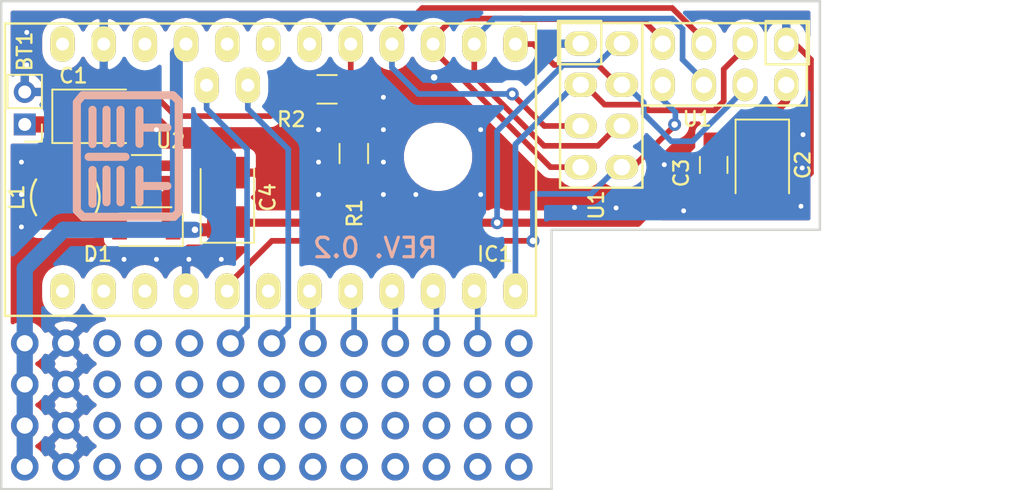
<source format=kicad_pcb>
(kicad_pcb (version 20171130) (host pcbnew 5.0.0-rc1-44a33f2~62~ubuntu16.04.1)

  (general
    (thickness 1.6)
    (drawings 7)
    (tracks 162)
    (zones 0)
    (modules 95)
    (nets 27)
  )

  (page A4)
  (layers
    (0 F.Cu signal)
    (31 B.Cu signal)
    (32 B.Adhes user)
    (33 F.Adhes user)
    (34 B.Paste user)
    (35 F.Paste user)
    (36 B.SilkS user)
    (37 F.SilkS user)
    (38 B.Mask user)
    (39 F.Mask user)
    (40 Dwgs.User user)
    (41 Cmts.User user)
    (42 Eco1.User user)
    (43 Eco2.User user)
    (44 Edge.Cuts user)
    (45 Margin user)
    (46 B.CrtYd user hide)
    (47 F.CrtYd user)
    (48 B.Fab user hide)
    (49 F.Fab user hide)
  )

  (setup
    (last_trace_width 0.35)
    (trace_clearance 0.3)
    (zone_clearance 0.508)
    (zone_45_only yes)
    (trace_min 0.2)
    (segment_width 0.2)
    (edge_width 0.15)
    (via_size 0.8)
    (via_drill 0.4)
    (via_min_size 0.4)
    (via_min_drill 0.3)
    (uvia_size 0.3)
    (uvia_drill 0.1)
    (uvias_allowed no)
    (uvia_min_size 0.2)
    (uvia_min_drill 0.1)
    (pcb_text_width 0.3)
    (pcb_text_size 1.5 1.5)
    (mod_edge_width 0.15)
    (mod_text_size 0.9 0.9)
    (mod_text_width 0.15)
    (pad_size 1.7 1.7)
    (pad_drill 1)
    (pad_to_mask_clearance 0.2)
    (aux_axis_origin 0 0)
    (visible_elements FFFFFF7F)
    (pcbplotparams
      (layerselection 0x010fc_ffffffff)
      (usegerberextensions true)
      (usegerberattributes true)
      (usegerberadvancedattributes true)
      (creategerberjobfile true)
      (excludeedgelayer true)
      (linewidth 0.100000)
      (plotframeref false)
      (viasonmask false)
      (mode 1)
      (useauxorigin false)
      (hpglpennumber 1)
      (hpglpenspeed 20)
      (hpglpendiameter 15)
      (psnegative false)
      (psa4output false)
      (plotreference true)
      (plotvalue true)
      (plotinvisibletext false)
      (padsonsilk false)
      (subtractmaskfromsilk true)
      (outputformat 1)
      (mirror false)
      (drillshape 0)
      (scaleselection 1)
      (outputdirectory gerber/))
  )

  (net 0 "")
  (net 1 GND)
  (net 2 "Net-(BT1-Pad1)")
  (net 3 +3.3V)
  (net 4 "Net-(D1-Pad2)")
  (net 5 /RF_IRQ)
  (net 6 /RF_CE)
  (net 7 /RF_CSN)
  (net 8 /RF_MOSI)
  (net 9 /RF_MISO)
  (net 10 /RF_SCK)
  (net 11 /V_BATT)
  (net 12 "Net-(IC1-Pad1)")
  (net 13 "Net-(IC1-Pad2)")
  (net 14 "Net-(IC1-Pad3)")
  (net 15 "Net-(IC1-Pad6)")
  (net 16 "Net-(IC1-Pad7)")
  (net 17 "Net-(IC1-Pad8)")
  (net 18 "Net-(IC1-Pad9)")
  (net 19 "Net-(IC1-Pad10)")
  (net 20 "Net-(IC1-Pad11)")
  (net 21 "Net-(IC1-Pad18)")
  (net 22 "Net-(IC1-Pad19)")
  (net 23 "Net-(IC1-Pad20)")
  (net 24 "Net-(IC1-Pad22)")
  (net 25 "Net-(IC1-Pad24)")
  (net 26 "Net-(U2-Pad3)")

  (net_class Default "This is the default net class."
    (clearance 0.3)
    (trace_width 0.35)
    (via_dia 0.8)
    (via_drill 0.4)
    (uvia_dia 0.3)
    (uvia_drill 0.1)
    (add_net +3.3V)
    (add_net /RF_CE)
    (add_net /RF_CSN)
    (add_net /RF_IRQ)
    (add_net /RF_MISO)
    (add_net /RF_MOSI)
    (add_net /RF_SCK)
    (add_net /V_BATT)
    (add_net GND)
    (add_net "Net-(BT1-Pad1)")
    (add_net "Net-(D1-Pad2)")
    (add_net "Net-(IC1-Pad1)")
    (add_net "Net-(IC1-Pad10)")
    (add_net "Net-(IC1-Pad11)")
    (add_net "Net-(IC1-Pad18)")
    (add_net "Net-(IC1-Pad19)")
    (add_net "Net-(IC1-Pad2)")
    (add_net "Net-(IC1-Pad20)")
    (add_net "Net-(IC1-Pad22)")
    (add_net "Net-(IC1-Pad24)")
    (add_net "Net-(IC1-Pad3)")
    (add_net "Net-(IC1-Pad6)")
    (add_net "Net-(IC1-Pad7)")
    (add_net "Net-(IC1-Pad8)")
    (add_net "Net-(IC1-Pad9)")
    (add_net "Net-(U2-Pad3)")
  )

  (module VIA_MATRIX (layer F.Cu) (tedit 5A90946E) (tstamp 5A90C8BD)
    (at 145.415 101.6254)
    (attr virtual)
    (fp_text reference V18_6 (at 0 0) (layer F.SilkS) hide
      (effects (font (size 0 0) (thickness 0.15)))
    )
    (fp_text value AUTO_VIA (at 0 0) (layer F.Fab) hide
      (effects (font (size 0 0) (thickness 0.15)))
    )
    (pad 1 thru_hole circle (at 0 0) (size 0.35 0.35) (drill 0.3) (layers *.Cu)
      (net 1 GND) (clearance 0.3) (zone_connect 2))
  )

  (module VIA_MATRIX (layer F.Cu) (tedit 5A90946E) (tstamp 5A90C9E8)
    (at 159.4612 99.187)
    (attr virtual)
    (fp_text reference V18_6 (at 0 0) (layer F.SilkS) hide
      (effects (font (size 0 0) (thickness 0.15)))
    )
    (fp_text value AUTO_VIA (at 0 0) (layer F.Fab) hide
      (effects (font (size 0 0) (thickness 0.15)))
    )
    (pad 1 thru_hole circle (at 0 0) (size 0.35 0.35) (drill 0.3) (layers *.Cu)
      (net 1 GND) (clearance 0.3) (zone_connect 2))
  )

  (module VIA_MATRIX (layer F.Cu) (tedit 5A90946E) (tstamp 5A90C9E0)
    (at 159.385 101.5492)
    (attr virtual)
    (fp_text reference V18_6 (at 0 0) (layer F.SilkS) hide
      (effects (font (size 0 0) (thickness 0.15)))
    )
    (fp_text value AUTO_VIA (at 0 0) (layer F.Fab) hide
      (effects (font (size 0 0) (thickness 0.15)))
    )
    (pad 1 thru_hole circle (at 0 0) (size 0.35 0.35) (drill 0.3) (layers *.Cu)
      (net 1 GND) (clearance 0.3) (zone_connect 2))
  )

  (module VIA_MATRIX (layer F.Cu) (tedit 5A90946E) (tstamp 5A90C9D8)
    (at 159.512 97.1296)
    (attr virtual)
    (fp_text reference V18_6 (at 0 0) (layer F.SilkS) hide
      (effects (font (size 0 0) (thickness 0.15)))
    )
    (fp_text value AUTO_VIA (at 0 0) (layer F.Fab) hide
      (effects (font (size 0 0) (thickness 0.15)))
    )
    (pad 1 thru_hole circle (at 0 0) (size 0.35 0.35) (drill 0.3) (layers *.Cu)
      (net 1 GND) (clearance 0.3) (zone_connect 2))
  )

  (module mysensors_arduino:pro_mini (layer F.Cu) (tedit 5A9094F4) (tstamp 5A903174)
    (at 127.801001 99.165001)
    (descr "IC, ARDUINO_PRO_MINI x 0,6\"")
    (tags "DIL ARDUINO PRO MINI")
    (path /5A901DCE)
    (fp_text reference IC1 (at 12.698999 5.334999) (layer F.SilkS)
      (effects (font (size 0.9 0.9) (thickness 0.15)))
    )
    (fp_text value ArduinoProMini (at 0 0) (layer F.Fab) hide
      (effects (font (size 0.9 0.9) (thickness 0.15)))
    )
    (fp_line (start -17.526 -8.89) (end 15.24 -8.89) (layer F.SilkS) (width 0.15))
    (fp_line (start 15.24 9.144) (end -17.526 9.144) (layer F.SilkS) (width 0.15))
    (fp_line (start -17.526 -8.89) (end -17.526 9.144) (layer F.SilkS) (width 0.15))
    (fp_line (start 15.24 9.144) (end 15.24 -8.89) (layer F.SilkS) (width 0.15))
    (pad 26 thru_hole oval (at -5.08 -5.08) (size 1.50114 2.19964) (drill 0.8001) (layers *.Cu *.Mask F.SilkS))
    (pad 25 thru_hole oval (at -2.54 -5.08) (size 1.50114 2.19964) (drill 0.8001) (layers *.Cu *.Mask F.SilkS))
    (pad 24 thru_hole oval (at -13.97 -7.62) (size 1.50114 2.19964) (drill 0.8001) (layers *.Cu *.Mask F.SilkS)
      (net 25 "Net-(IC1-Pad24)"))
    (pad 23 thru_hole oval (at -11.43 -7.62) (size 1.50114 2.19964) (drill 0.8001) (layers *.Cu *.Mask F.SilkS)
      (net 1 GND))
    (pad 22 thru_hole oval (at -8.89 -7.62) (size 1.50114 2.19964) (drill 0.8001) (layers *.Cu *.Mask F.SilkS)
      (net 24 "Net-(IC1-Pad22)"))
    (pad 21 thru_hole oval (at -6.35 -7.62) (size 1.50114 2.19964) (drill 0.8001) (layers *.Cu *.Mask F.SilkS)
      (net 3 +3.3V))
    (pad 20 thru_hole oval (at -3.81 -7.62) (size 1.50114 2.19964) (drill 0.8001) (layers *.Cu *.Mask F.SilkS)
      (net 23 "Net-(IC1-Pad20)"))
    (pad 19 thru_hole oval (at -1.27 -7.62) (size 1.50114 2.19964) (drill 0.8001) (layers *.Cu *.Mask F.SilkS)
      (net 22 "Net-(IC1-Pad19)"))
    (pad 18 thru_hole oval (at 1.27 -7.62) (size 1.50114 2.19964) (drill 0.8001) (layers *.Cu *.Mask F.SilkS)
      (net 21 "Net-(IC1-Pad18)"))
    (pad 17 thru_hole oval (at 3.81 -7.62) (size 1.50114 2.19964) (drill 0.8001) (layers *.Cu *.Mask F.SilkS)
      (net 11 /V_BATT))
    (pad 16 thru_hole oval (at 6.35 -7.62) (size 1.50114 2.19964) (drill 0.8001) (layers *.Cu *.Mask F.SilkS)
      (net 10 /RF_SCK))
    (pad 15 thru_hole oval (at 8.89 -7.62) (size 1.50114 2.19964) (drill 0.8001) (layers *.Cu *.Mask F.SilkS)
      (net 9 /RF_MISO))
    (pad 14 thru_hole oval (at 11.43 -7.62) (size 1.50114 2.19964) (drill 0.8001) (layers *.Cu *.Mask F.SilkS)
      (net 8 /RF_MOSI))
    (pad 13 thru_hole oval (at 13.97 -7.62) (size 1.50114 2.19964) (drill 0.8001) (layers *.Cu *.Mask F.SilkS)
      (net 7 /RF_CSN))
    (pad 12 thru_hole oval (at 13.97 7.62) (size 1.50114 2.19964) (drill 0.8001) (layers *.Cu *.Mask F.SilkS)
      (net 6 /RF_CE))
    (pad 11 thru_hole oval (at 11.43 7.62) (size 1.50114 2.19964) (drill 0.8001) (layers *.Cu *.Mask F.SilkS)
      (net 20 "Net-(IC1-Pad11)"))
    (pad 10 thru_hole oval (at 8.89 7.62) (size 1.50114 2.19964) (drill 0.8001) (layers *.Cu *.Mask F.SilkS)
      (net 19 "Net-(IC1-Pad10)"))
    (pad 9 thru_hole oval (at 6.35 7.62) (size 1.50114 2.19964) (drill 0.8001) (layers *.Cu *.Mask F.SilkS)
      (net 18 "Net-(IC1-Pad9)"))
    (pad 8 thru_hole oval (at 3.81 7.62) (size 1.50114 2.19964) (drill 0.8001) (layers *.Cu *.Mask F.SilkS)
      (net 17 "Net-(IC1-Pad8)"))
    (pad 7 thru_hole oval (at 1.27 7.62) (size 1.50114 2.19964) (drill 0.8001) (layers *.Cu *.Mask F.SilkS)
      (net 16 "Net-(IC1-Pad7)"))
    (pad 6 thru_hole oval (at -1.27 7.62) (size 1.50114 2.19964) (drill 0.8001) (layers *.Cu *.Mask F.SilkS)
      (net 15 "Net-(IC1-Pad6)"))
    (pad 5 thru_hole oval (at -3.81 7.62) (size 1.50114 2.19964) (drill 0.8001) (layers *.Cu *.Mask F.SilkS)
      (net 5 /RF_IRQ))
    (pad 4 thru_hole oval (at -6.35 7.62) (size 1.50114 2.19964) (drill 0.8001) (layers *.Cu *.Mask F.SilkS)
      (net 1 GND))
    (pad 3 thru_hole oval (at -8.89 7.62) (size 1.50114 2.19964) (drill 0.8001) (layers *.Cu *.Mask F.SilkS)
      (net 14 "Net-(IC1-Pad3)"))
    (pad 2 thru_hole oval (at -11.43 7.62) (size 1.50114 2.19964) (drill 0.8001) (layers *.Cu *.Mask F.SilkS)
      (net 13 "Net-(IC1-Pad2)"))
    (pad 1 thru_hole oval (at -13.97 7.62) (size 1.50114 2.19964) (drill 0.8001) (layers *.Cu *.Mask F.SilkS)
      (net 12 "Net-(IC1-Pad1)"))
  )

  (module VIA_MATRIX (layer F.Cu) (tedit 5A90946E) (tstamp 5A90C8B5)
    (at 147.9804 101.6508)
    (attr virtual)
    (fp_text reference V18_6 (at 0 0) (layer F.SilkS) hide
      (effects (font (size 0 0) (thickness 0.15)))
    )
    (fp_text value AUTO_VIA (at 0 0) (layer F.Fab) hide
      (effects (font (size 0 0) (thickness 0.15)))
    )
    (pad 1 thru_hole circle (at 0 0) (size 0.35 0.35) (drill 0.3) (layers *.Cu)
      (net 1 GND) (clearance 0.3) (zone_connect 2))
  )

  (module VIA_MATRIX (layer F.Cu) (tedit 5A90946E) (tstamp 5A90C8A6)
    (at 150.9522 98.9838)
    (attr virtual)
    (fp_text reference V18_6 (at 0 0) (layer F.SilkS) hide
      (effects (font (size 0 0) (thickness 0.15)))
    )
    (fp_text value AUTO_VIA (at 0 0) (layer F.Fab) hide
      (effects (font (size 0 0) (thickness 0.15)))
    )
    (pad 1 thru_hole circle (at 0 0) (size 0.35 0.35) (drill 0.3) (layers *.Cu)
      (net 1 GND) (clearance 0.3) (zone_connect 2))
  )

  (module VIA_MATRIX (layer F.Cu) (tedit 5A90946E) (tstamp 5A90C7CB)
    (at 152.146 101.8286)
    (attr virtual)
    (fp_text reference V18_6 (at 0 0) (layer F.SilkS) hide
      (effects (font (size 0 0) (thickness 0.15)))
    )
    (fp_text value AUTO_VIA (at 0 0) (layer F.Fab) hide
      (effects (font (size 0 0) (thickness 0.15)))
    )
    (pad 1 thru_hole circle (at 0 0) (size 0.35 0.35) (drill 0.3) (layers *.Cu)
      (net 1 GND) (clearance 0.3) (zone_connect 2))
  )

  (module mysensors_radios:NRF24L01 (layer F.Cu) (tedit 5A902BDF) (tstamp 5A908AB2)
    (at 144.272 89.9922 90)
    (descr NRF24L01)
    (tags "nRF 24 NRF24L01 NRF24L01+")
    (path /5A90222A)
    (fp_text reference U1 (at -11.4808 2.4892 90) (layer F.SilkS)
      (effects (font (size 0.9 0.9) (thickness 0.15)))
    )
    (fp_text value NRF24L01 (at -8.382 7.112 90) (layer F.Fab) hide
      (effects (font (size 0.9 0.9) (thickness 0.15)))
    )
    (fp_line (start -10.414 5.334) (end -10.414 2.794) (layer F.SilkS) (width 0.15))
    (fp_line (start -0.254 5.334) (end -10.414 5.334) (layer F.SilkS) (width 0.15))
    (fp_line (start -0.254 0.254) (end -0.254 5.334) (layer F.SilkS) (width 0.15))
    (fp_line (start -7.874 0.254) (end -0.254 0.254) (layer F.SilkS) (width 0.15))
    (fp_line (start -10.894 5.824) (end 0.256 5.824) (layer F.CrtYd) (width 0.05))
    (fp_line (start -10.894 -0.226) (end 0.256 -0.226) (layer F.CrtYd) (width 0.05))
    (fp_line (start 0.256 -0.226) (end 0.256 5.824) (layer F.CrtYd) (width 0.05))
    (fp_line (start -10.894 -0.226) (end -10.894 5.824) (layer F.CrtYd) (width 0.05))
    (fp_line (start -2.794 2.794) (end -0.254 2.794) (layer F.SilkS) (width 0.15))
    (fp_line (start -2.794 0.254) (end -2.794 2.794) (layer F.SilkS) (width 0.15))
    (fp_line (start -10.414 0.254) (end -10.414 2.794) (layer F.SilkS) (width 0.15))
    (fp_line (start -7.874 0.254) (end -10.414 0.254) (layer F.SilkS) (width 0.15))
    (fp_line (start 0 28.8) (end 0 0) (layer B.CrtYd) (width 0.15))
    (fp_line (start -15.25 28.8) (end 0 28.8) (layer B.CrtYd) (width 0.15))
    (fp_line (start -15.25 0) (end -15.25 28.8) (layer B.CrtYd) (width 0.15))
    (fp_line (start 0 0) (end -15.25 0) (layer B.CrtYd) (width 0.15))
    (fp_line (start -0.127 0.127) (end -0.127 2.794) (layer F.SilkS) (width 0.15))
    (fp_line (start -2.794 0.127) (end -0.127 0.127) (layer F.SilkS) (width 0.15))
    (fp_line (start -15.25 0) (end -15.25 28.8) (layer F.CrtYd) (width 0.15))
    (fp_line (start 0 0) (end -15.25 0) (layer F.CrtYd) (width 0.15))
    (fp_line (start 0 28.8) (end 0 0) (layer F.CrtYd) (width 0.15))
    (fp_line (start -15.25 28.8) (end 0 28.8) (layer F.CrtYd) (width 0.15))
    (pad 2 thru_hole oval (at -1.524 4.064 90) (size 1.5 2) (drill 1.016) (layers *.Cu *.Mask F.SilkS)
      (net 3 +3.3V))
    (pad 1 thru_hole oval (at -1.524 1.524 90) (size 1.5 2) (drill 1.016) (layers *.Cu *.Mask F.SilkS)
      (net 1 GND))
    (pad 4 thru_hole oval (at -4.064 4.064 90) (size 1.5 2) (drill 1.016) (layers *.Cu *.Mask F.SilkS)
      (net 7 /RF_CSN))
    (pad 3 thru_hole oval (at -4.064 1.524 90) (size 1.5 2) (drill 1.016) (layers *.Cu *.Mask F.SilkS)
      (net 6 /RF_CE))
    (pad 6 thru_hole oval (at -6.604 4.064 90) (size 1.5 2) (drill 1.016) (layers *.Cu *.Mask F.SilkS)
      (net 8 /RF_MOSI))
    (pad 5 thru_hole oval (at -6.604 1.524 90) (size 1.5 2) (drill 1.016) (layers *.Cu *.Mask F.SilkS)
      (net 10 /RF_SCK))
    (pad 8 thru_hole oval (at -9.144 4.064 90) (size 1.5 2) (drill 1.016) (layers *.Cu *.Mask F.SilkS)
      (net 5 /RF_IRQ))
    (pad 7 thru_hole oval (at -9.144 1.524 90) (size 1.5 2) (drill 1.016) (layers *.Cu *.Mask F.SilkS)
      (net 9 /RF_MISO))
  )

  (module myfootprints:my_logo (layer B.Cu) (tedit 58739751) (tstamp 5AAC4848)
    (at 118.5 98.5 270)
    (attr virtual)
    (fp_text reference REF** (at 0.2032 5.4864 270) (layer B.SilkS) hide
      (effects (font (size 1 1) (thickness 0.15)) (justify mirror))
    )
    (fp_text value my_logo (at -0.0254 -4.6482 270) (layer B.Fab) hide
      (effects (font (size 1 1) (thickness 0.15)) (justify mirror))
    )
    (fp_line (start -0.7874 2.8194) (end -0.7874 2.8194) (layer B.SilkS) (width 0.15))
    (fp_line (start -2.900089 2.8194) (end -0.7874 2.8194) (layer B.SilkS) (width 0.5))
    (fp_line (start -3.8 3.429) (end -3.3682 3.7846) (layer B.SilkS) (width 0.5))
    (fp_line (start -3.300015 3.7846) (end 3.300017 3.7846) (layer B.SilkS) (width 0.5))
    (fp_line (start -3.8 -2.100956) (end -3.8 3.4036) (layer B.SilkS) (width 0.5))
    (fp_line (start -3.4444 -2.5) (end -3.8 -2.1444) (layer B.SilkS) (width 0.5))
    (fp_line (start 3.4 -2.5) (end -3.4 -2.5) (layer B.SilkS) (width 0.5))
    (fp_line (start 3.7 -2.2) (end 3.3952 -2.5048) (layer B.SilkS) (width 0.5))
    (fp_line (start 3.7 3.4) (end 3.7 -2.203646) (layer B.SilkS) (width 0.5))
    (fp_line (start 3.319 3.7846) (end 3.7 3.4036) (layer B.SilkS) (width 0.5))
    (fp_line (start -2.900745 1.9558) (end -0.8128 1.9558) (layer B.SilkS) (width 0.5))
    (fp_line (start -2.900014 1.0922) (end -0.8382 1.0922) (layer B.SilkS) (width 0.5))
    (fp_line (start 0.8128 2.8194) (end 2.90009 2.8194) (layer B.SilkS) (width 0.5))
    (fp_line (start 0.7874 1.9558) (end 2.800773 1.9558) (layer B.SilkS) (width 0.5))
    (fp_line (start 0.797879 1.0922) (end 2.802084 1.0922) (layer B.SilkS) (width 0.5))
    (fp_line (start 0 0.7874) (end 0 3.056) (layer B.SilkS) (width 0.5))
    (fp_line (start -0.799864 -0.0762) (end -2.8686 -0.0762) (layer B.SilkS) (width 0.5))
    (fp_line (start -1.8 -0.0762) (end -1.8 -1.8) (layer B.SilkS) (width 0.5))
    (fp_line (start 1.8 -0.0762) (end 1.8 -1.800019) (layer B.SilkS) (width 0.5))
    (fp_line (start 2.800141 -0.0762) (end 0.799866 -0.0762) (layer B.SilkS) (width 0.5))
  )

  (module Mounting_Holes:MountingHole_3.2mm_M3 (layer F.Cu) (tedit 5A90325D) (tstamp 5A98D219)
    (at 137 98.5)
    (descr "Mounting Hole 3.2mm, no annular, M3")
    (tags "mounting hole 3.2mm no annular m3")
    (attr virtual)
    (fp_text reference REF** (at 0 -4.2) (layer F.SilkS) hide
      (effects (font (size 0.9 0.9) (thickness 0.15)))
    )
    (fp_text value MountingHole_3.2mm_M3 (at 0 4.2) (layer F.Fab)
      (effects (font (size 0.9 0.9) (thickness 0.15)))
    )
    (fp_circle (center 0 0) (end 3.45 0) (layer F.CrtYd) (width 0.05))
    (fp_circle (center 0 0) (end 3.2 0) (layer Cmts.User) (width 0.15))
    (fp_text user %R (at 0.3 0) (layer F.Fab)
      (effects (font (size 1 1) (thickness 0.15)))
    )
    (pad 1 np_thru_hole circle (at 0 0) (size 3.2 3.2) (drill 3.2) (layers *.Cu *.Mask))
  )

  (module Pin_Headers:Pin_Header_Straight_1x01_Pitch2.54mm (layer F.Cu) (tedit 5A902EE4) (tstamp 5A932ABA)
    (at 141.98 117.62)
    (descr "Through hole straight pin header, 1x01, 2.54mm pitch, single row")
    (tags "Through hole pin header THT 1x01 2.54mm single row")
    (fp_text reference REF** (at 0 -2.33) (layer F.SilkS) hide
      (effects (font (size 0.9 0.9) (thickness 0.15)))
    )
    (fp_text value Pin_Header_Straight_1x01_Pitch2.54mm (at 0 2.33) (layer F.Fab)
      (effects (font (size 0.9 0.9) (thickness 0.15)))
    )
    (pad "" thru_hole circle (at 0 0) (size 1.7 1.7) (drill 1) (layers *.Cu *.Mask))
    (model ${KIPRJMOD}/shapes3D/Pin_Header_Straight_1x01_Pitch2.54mm.wrl
      (at (xyz 0 0 0))
      (scale (xyz 1 1 1))
      (rotate (xyz 0 0 0))
    )
  )

  (module Pin_Headers:Pin_Header_Straight_1x01_Pitch2.54mm (layer F.Cu) (tedit 5A902EE4) (tstamp 5A932AB6)
    (at 139.44 117.62)
    (descr "Through hole straight pin header, 1x01, 2.54mm pitch, single row")
    (tags "Through hole pin header THT 1x01 2.54mm single row")
    (fp_text reference REF** (at 0 -2.33) (layer F.SilkS) hide
      (effects (font (size 0.9 0.9) (thickness 0.15)))
    )
    (fp_text value Pin_Header_Straight_1x01_Pitch2.54mm (at 0 2.33) (layer F.Fab)
      (effects (font (size 0.9 0.9) (thickness 0.15)))
    )
    (pad "" thru_hole circle (at 0 0) (size 1.7 1.7) (drill 1) (layers *.Cu *.Mask))
    (model ${KIPRJMOD}/shapes3D/Pin_Header_Straight_1x01_Pitch2.54mm.wrl
      (at (xyz 0 0 0))
      (scale (xyz 1 1 1))
      (rotate (xyz 0 0 0))
    )
  )

  (module Pin_Headers:Pin_Header_Straight_1x01_Pitch2.54mm (layer F.Cu) (tedit 5A902EE4) (tstamp 5A932AB2)
    (at 136.9 117.62)
    (descr "Through hole straight pin header, 1x01, 2.54mm pitch, single row")
    (tags "Through hole pin header THT 1x01 2.54mm single row")
    (fp_text reference REF** (at 0 -2.33) (layer F.SilkS) hide
      (effects (font (size 0.9 0.9) (thickness 0.15)))
    )
    (fp_text value Pin_Header_Straight_1x01_Pitch2.54mm (at 0 2.33) (layer F.Fab)
      (effects (font (size 0.9 0.9) (thickness 0.15)))
    )
    (pad "" thru_hole circle (at 0 0) (size 1.7 1.7) (drill 1) (layers *.Cu *.Mask))
    (model ${KIPRJMOD}/shapes3D/Pin_Header_Straight_1x01_Pitch2.54mm.wrl
      (at (xyz 0 0 0))
      (scale (xyz 1 1 1))
      (rotate (xyz 0 0 0))
    )
  )

  (module Pin_Headers:Pin_Header_Straight_1x01_Pitch2.54mm (layer F.Cu) (tedit 5A902EE4) (tstamp 5A932AAE)
    (at 134.36 117.62)
    (descr "Through hole straight pin header, 1x01, 2.54mm pitch, single row")
    (tags "Through hole pin header THT 1x01 2.54mm single row")
    (fp_text reference REF** (at 0 -2.33) (layer F.SilkS) hide
      (effects (font (size 0.9 0.9) (thickness 0.15)))
    )
    (fp_text value Pin_Header_Straight_1x01_Pitch2.54mm (at 0 2.33) (layer F.Fab)
      (effects (font (size 0.9 0.9) (thickness 0.15)))
    )
    (pad "" thru_hole circle (at 0 0) (size 1.7 1.7) (drill 1) (layers *.Cu *.Mask))
    (model ${KIPRJMOD}/shapes3D/Pin_Header_Straight_1x01_Pitch2.54mm.wrl
      (at (xyz 0 0 0))
      (scale (xyz 1 1 1))
      (rotate (xyz 0 0 0))
    )
  )

  (module Pin_Headers:Pin_Header_Straight_1x01_Pitch2.54mm (layer F.Cu) (tedit 5A902EE4) (tstamp 5A932AAA)
    (at 131.82 117.62)
    (descr "Through hole straight pin header, 1x01, 2.54mm pitch, single row")
    (tags "Through hole pin header THT 1x01 2.54mm single row")
    (fp_text reference REF** (at 0 -2.33) (layer F.SilkS) hide
      (effects (font (size 0.9 0.9) (thickness 0.15)))
    )
    (fp_text value Pin_Header_Straight_1x01_Pitch2.54mm (at 0 2.33) (layer F.Fab)
      (effects (font (size 0.9 0.9) (thickness 0.15)))
    )
    (pad "" thru_hole circle (at 0 0) (size 1.7 1.7) (drill 1) (layers *.Cu *.Mask))
    (model ${KIPRJMOD}/shapes3D/Pin_Header_Straight_1x01_Pitch2.54mm.wrl
      (at (xyz 0 0 0))
      (scale (xyz 1 1 1))
      (rotate (xyz 0 0 0))
    )
  )

  (module Pin_Headers:Pin_Header_Straight_1x01_Pitch2.54mm (layer F.Cu) (tedit 5A902EE4) (tstamp 5A932AA6)
    (at 129.28 117.62)
    (descr "Through hole straight pin header, 1x01, 2.54mm pitch, single row")
    (tags "Through hole pin header THT 1x01 2.54mm single row")
    (fp_text reference REF** (at 0 -2.33) (layer F.SilkS) hide
      (effects (font (size 0.9 0.9) (thickness 0.15)))
    )
    (fp_text value Pin_Header_Straight_1x01_Pitch2.54mm (at 0 2.33) (layer F.Fab)
      (effects (font (size 0.9 0.9) (thickness 0.15)))
    )
    (pad "" thru_hole circle (at 0 0) (size 1.7 1.7) (drill 1) (layers *.Cu *.Mask))
    (model ${KIPRJMOD}/shapes3D/Pin_Header_Straight_1x01_Pitch2.54mm.wrl
      (at (xyz 0 0 0))
      (scale (xyz 1 1 1))
      (rotate (xyz 0 0 0))
    )
  )

  (module Pin_Headers:Pin_Header_Straight_1x01_Pitch2.54mm (layer F.Cu) (tedit 5A902EE4) (tstamp 5A932AA2)
    (at 126.74 117.62)
    (descr "Through hole straight pin header, 1x01, 2.54mm pitch, single row")
    (tags "Through hole pin header THT 1x01 2.54mm single row")
    (fp_text reference REF** (at 0 -2.33) (layer F.SilkS) hide
      (effects (font (size 0.9 0.9) (thickness 0.15)))
    )
    (fp_text value Pin_Header_Straight_1x01_Pitch2.54mm (at 0 2.33) (layer F.Fab)
      (effects (font (size 0.9 0.9) (thickness 0.15)))
    )
    (pad "" thru_hole circle (at 0 0) (size 1.7 1.7) (drill 1) (layers *.Cu *.Mask))
    (model ${KIPRJMOD}/shapes3D/Pin_Header_Straight_1x01_Pitch2.54mm.wrl
      (at (xyz 0 0 0))
      (scale (xyz 1 1 1))
      (rotate (xyz 0 0 0))
    )
  )

  (module Pin_Headers:Pin_Header_Straight_1x01_Pitch2.54mm (layer F.Cu) (tedit 5A902EE4) (tstamp 5A932A9E)
    (at 124.2 117.62)
    (descr "Through hole straight pin header, 1x01, 2.54mm pitch, single row")
    (tags "Through hole pin header THT 1x01 2.54mm single row")
    (fp_text reference REF** (at 0 -2.33) (layer F.SilkS) hide
      (effects (font (size 0.9 0.9) (thickness 0.15)))
    )
    (fp_text value Pin_Header_Straight_1x01_Pitch2.54mm (at 0 2.33) (layer F.Fab)
      (effects (font (size 0.9 0.9) (thickness 0.15)))
    )
    (pad "" thru_hole circle (at 0 0) (size 1.7 1.7) (drill 1) (layers *.Cu *.Mask))
    (model ${KIPRJMOD}/shapes3D/Pin_Header_Straight_1x01_Pitch2.54mm.wrl
      (at (xyz 0 0 0))
      (scale (xyz 1 1 1))
      (rotate (xyz 0 0 0))
    )
  )

  (module Pin_Headers:Pin_Header_Straight_1x01_Pitch2.54mm (layer F.Cu) (tedit 5A902EE4) (tstamp 5A932A9A)
    (at 121.66 117.62)
    (descr "Through hole straight pin header, 1x01, 2.54mm pitch, single row")
    (tags "Through hole pin header THT 1x01 2.54mm single row")
    (fp_text reference REF** (at 0 -2.33) (layer F.SilkS) hide
      (effects (font (size 0.9 0.9) (thickness 0.15)))
    )
    (fp_text value Pin_Header_Straight_1x01_Pitch2.54mm (at 0 2.33) (layer F.Fab)
      (effects (font (size 0.9 0.9) (thickness 0.15)))
    )
    (pad "" thru_hole circle (at 0 0) (size 1.7 1.7) (drill 1) (layers *.Cu *.Mask))
    (model ${KIPRJMOD}/shapes3D/Pin_Header_Straight_1x01_Pitch2.54mm.wrl
      (at (xyz 0 0 0))
      (scale (xyz 1 1 1))
      (rotate (xyz 0 0 0))
    )
  )

  (module Pin_Headers:Pin_Header_Straight_1x01_Pitch2.54mm (layer F.Cu) (tedit 5A902EE4) (tstamp 5A932A96)
    (at 119.12 117.62)
    (descr "Through hole straight pin header, 1x01, 2.54mm pitch, single row")
    (tags "Through hole pin header THT 1x01 2.54mm single row")
    (fp_text reference REF** (at 0 -2.33) (layer F.SilkS) hide
      (effects (font (size 0.9 0.9) (thickness 0.15)))
    )
    (fp_text value Pin_Header_Straight_1x01_Pitch2.54mm (at 0 2.33) (layer F.Fab)
      (effects (font (size 0.9 0.9) (thickness 0.15)))
    )
    (pad "" thru_hole circle (at 0 0) (size 1.7 1.7) (drill 1) (layers *.Cu *.Mask))
    (model ${KIPRJMOD}/shapes3D/Pin_Header_Straight_1x01_Pitch2.54mm.wrl
      (at (xyz 0 0 0))
      (scale (xyz 1 1 1))
      (rotate (xyz 0 0 0))
    )
  )

  (module Pin_Headers:Pin_Header_Straight_1x01_Pitch2.54mm (layer F.Cu) (tedit 5A902EE4) (tstamp 5A932A92)
    (at 116.58 117.62)
    (descr "Through hole straight pin header, 1x01, 2.54mm pitch, single row")
    (tags "Through hole pin header THT 1x01 2.54mm single row")
    (fp_text reference REF** (at 0 -2.33) (layer F.SilkS) hide
      (effects (font (size 0.9 0.9) (thickness 0.15)))
    )
    (fp_text value Pin_Header_Straight_1x01_Pitch2.54mm (at 0 2.33) (layer F.Fab)
      (effects (font (size 0.9 0.9) (thickness 0.15)))
    )
    (pad "" thru_hole circle (at 0 0) (size 1.7 1.7) (drill 1) (layers *.Cu *.Mask))
    (model ${KIPRJMOD}/shapes3D/Pin_Header_Straight_1x01_Pitch2.54mm.wrl
      (at (xyz 0 0 0))
      (scale (xyz 1 1 1))
      (rotate (xyz 0 0 0))
    )
  )

  (module Pin_Headers:Pin_Header_Straight_1x01_Pitch2.54mm (layer F.Cu) (tedit 5A9091A1) (tstamp 5A932A8E)
    (at 114.04 117.62)
    (descr "Through hole straight pin header, 1x01, 2.54mm pitch, single row")
    (tags "Through hole pin header THT 1x01 2.54mm single row")
    (fp_text reference REF** (at 0 -2.33) (layer F.SilkS) hide
      (effects (font (size 0.9 0.9) (thickness 0.15)))
    )
    (fp_text value Pin_Header_Straight_1x01_Pitch2.54mm (at 0 2.33) (layer F.Fab)
      (effects (font (size 0.9 0.9) (thickness 0.15)))
    )
    (pad "" thru_hole circle (at 0 0) (size 1.7 1.7) (drill 1) (layers *.Cu *.Mask)
      (net 1 GND))
    (model ${KIPRJMOD}/shapes3D/Pin_Header_Straight_1x01_Pitch2.54mm.wrl
      (at (xyz 0 0 0))
      (scale (xyz 1 1 1))
      (rotate (xyz 0 0 0))
    )
  )

  (module Pin_Headers:Pin_Header_Straight_1x01_Pitch2.54mm (layer F.Cu) (tedit 5A909190) (tstamp 5A932A8A)
    (at 111.5 117.62)
    (descr "Through hole straight pin header, 1x01, 2.54mm pitch, single row")
    (tags "Through hole pin header THT 1x01 2.54mm single row")
    (fp_text reference REF** (at 0 -2.33) (layer F.SilkS) hide
      (effects (font (size 0.9 0.9) (thickness 0.15)))
    )
    (fp_text value Pin_Header_Straight_1x01_Pitch2.54mm (at 0 2.33) (layer F.Fab)
      (effects (font (size 0.9 0.9) (thickness 0.15)))
    )
    (pad "" thru_hole circle (at 0 0) (size 1.7 1.7) (drill 1) (layers *.Cu *.Mask)
      (net 3 +3.3V))
    (model ${KIPRJMOD}/shapes3D/Pin_Header_Straight_1x01_Pitch2.54mm.wrl
      (at (xyz 0 0 0))
      (scale (xyz 1 1 1))
      (rotate (xyz 0 0 0))
    )
  )

  (module Pin_Headers:Pin_Header_Straight_1x01_Pitch2.54mm (layer F.Cu) (tedit 5A902EE4) (tstamp 5A932A86)
    (at 141.98 115.08)
    (descr "Through hole straight pin header, 1x01, 2.54mm pitch, single row")
    (tags "Through hole pin header THT 1x01 2.54mm single row")
    (fp_text reference REF** (at 0 -2.33) (layer F.SilkS) hide
      (effects (font (size 0.9 0.9) (thickness 0.15)))
    )
    (fp_text value Pin_Header_Straight_1x01_Pitch2.54mm (at 0 2.33) (layer F.Fab)
      (effects (font (size 0.9 0.9) (thickness 0.15)))
    )
    (pad "" thru_hole circle (at 0 0) (size 1.7 1.7) (drill 1) (layers *.Cu *.Mask))
    (model ${KIPRJMOD}/shapes3D/Pin_Header_Straight_1x01_Pitch2.54mm.wrl
      (at (xyz 0 0 0))
      (scale (xyz 1 1 1))
      (rotate (xyz 0 0 0))
    )
  )

  (module Pin_Headers:Pin_Header_Straight_1x01_Pitch2.54mm (layer F.Cu) (tedit 5A902EE4) (tstamp 5A932A82)
    (at 139.44 115.08)
    (descr "Through hole straight pin header, 1x01, 2.54mm pitch, single row")
    (tags "Through hole pin header THT 1x01 2.54mm single row")
    (fp_text reference REF** (at 0 -2.33) (layer F.SilkS) hide
      (effects (font (size 0.9 0.9) (thickness 0.15)))
    )
    (fp_text value Pin_Header_Straight_1x01_Pitch2.54mm (at 0 2.33) (layer F.Fab)
      (effects (font (size 0.9 0.9) (thickness 0.15)))
    )
    (pad "" thru_hole circle (at 0 0) (size 1.7 1.7) (drill 1) (layers *.Cu *.Mask))
    (model ${KIPRJMOD}/shapes3D/Pin_Header_Straight_1x01_Pitch2.54mm.wrl
      (at (xyz 0 0 0))
      (scale (xyz 1 1 1))
      (rotate (xyz 0 0 0))
    )
  )

  (module Pin_Headers:Pin_Header_Straight_1x01_Pitch2.54mm (layer F.Cu) (tedit 5A902EE4) (tstamp 5A932A7E)
    (at 136.9 115.08)
    (descr "Through hole straight pin header, 1x01, 2.54mm pitch, single row")
    (tags "Through hole pin header THT 1x01 2.54mm single row")
    (fp_text reference REF** (at 0 -2.33) (layer F.SilkS) hide
      (effects (font (size 0.9 0.9) (thickness 0.15)))
    )
    (fp_text value Pin_Header_Straight_1x01_Pitch2.54mm (at 0 2.33) (layer F.Fab)
      (effects (font (size 0.9 0.9) (thickness 0.15)))
    )
    (pad "" thru_hole circle (at 0 0) (size 1.7 1.7) (drill 1) (layers *.Cu *.Mask))
    (model ${KIPRJMOD}/shapes3D/Pin_Header_Straight_1x01_Pitch2.54mm.wrl
      (at (xyz 0 0 0))
      (scale (xyz 1 1 1))
      (rotate (xyz 0 0 0))
    )
  )

  (module Pin_Headers:Pin_Header_Straight_1x01_Pitch2.54mm (layer F.Cu) (tedit 5A902EE4) (tstamp 5A932A7A)
    (at 134.36 115.08)
    (descr "Through hole straight pin header, 1x01, 2.54mm pitch, single row")
    (tags "Through hole pin header THT 1x01 2.54mm single row")
    (fp_text reference REF** (at 0 -2.33) (layer F.SilkS) hide
      (effects (font (size 0.9 0.9) (thickness 0.15)))
    )
    (fp_text value Pin_Header_Straight_1x01_Pitch2.54mm (at 0 2.33) (layer F.Fab)
      (effects (font (size 0.9 0.9) (thickness 0.15)))
    )
    (pad "" thru_hole circle (at 0 0) (size 1.7 1.7) (drill 1) (layers *.Cu *.Mask))
    (model ${KIPRJMOD}/shapes3D/Pin_Header_Straight_1x01_Pitch2.54mm.wrl
      (at (xyz 0 0 0))
      (scale (xyz 1 1 1))
      (rotate (xyz 0 0 0))
    )
  )

  (module Pin_Headers:Pin_Header_Straight_1x01_Pitch2.54mm (layer F.Cu) (tedit 5A902EE4) (tstamp 5A932A76)
    (at 131.82 115.08)
    (descr "Through hole straight pin header, 1x01, 2.54mm pitch, single row")
    (tags "Through hole pin header THT 1x01 2.54mm single row")
    (fp_text reference REF** (at 0 -2.33) (layer F.SilkS) hide
      (effects (font (size 0.9 0.9) (thickness 0.15)))
    )
    (fp_text value Pin_Header_Straight_1x01_Pitch2.54mm (at 0 2.33) (layer F.Fab)
      (effects (font (size 0.9 0.9) (thickness 0.15)))
    )
    (pad "" thru_hole circle (at 0 0) (size 1.7 1.7) (drill 1) (layers *.Cu *.Mask))
    (model ${KIPRJMOD}/shapes3D/Pin_Header_Straight_1x01_Pitch2.54mm.wrl
      (at (xyz 0 0 0))
      (scale (xyz 1 1 1))
      (rotate (xyz 0 0 0))
    )
  )

  (module Pin_Headers:Pin_Header_Straight_1x01_Pitch2.54mm (layer F.Cu) (tedit 5A902EE4) (tstamp 5A932A72)
    (at 129.28 115.08)
    (descr "Through hole straight pin header, 1x01, 2.54mm pitch, single row")
    (tags "Through hole pin header THT 1x01 2.54mm single row")
    (fp_text reference REF** (at 0 -2.33) (layer F.SilkS) hide
      (effects (font (size 0.9 0.9) (thickness 0.15)))
    )
    (fp_text value Pin_Header_Straight_1x01_Pitch2.54mm (at 0 2.33) (layer F.Fab)
      (effects (font (size 0.9 0.9) (thickness 0.15)))
    )
    (pad "" thru_hole circle (at 0 0) (size 1.7 1.7) (drill 1) (layers *.Cu *.Mask))
    (model ${KIPRJMOD}/shapes3D/Pin_Header_Straight_1x01_Pitch2.54mm.wrl
      (at (xyz 0 0 0))
      (scale (xyz 1 1 1))
      (rotate (xyz 0 0 0))
    )
  )

  (module Pin_Headers:Pin_Header_Straight_1x01_Pitch2.54mm (layer F.Cu) (tedit 5A902EE4) (tstamp 5A932A6E)
    (at 126.74 115.08)
    (descr "Through hole straight pin header, 1x01, 2.54mm pitch, single row")
    (tags "Through hole pin header THT 1x01 2.54mm single row")
    (fp_text reference REF** (at 0 -2.33) (layer F.SilkS) hide
      (effects (font (size 0.9 0.9) (thickness 0.15)))
    )
    (fp_text value Pin_Header_Straight_1x01_Pitch2.54mm (at 0 2.33) (layer F.Fab)
      (effects (font (size 0.9 0.9) (thickness 0.15)))
    )
    (pad "" thru_hole circle (at 0 0) (size 1.7 1.7) (drill 1) (layers *.Cu *.Mask))
    (model ${KIPRJMOD}/shapes3D/Pin_Header_Straight_1x01_Pitch2.54mm.wrl
      (at (xyz 0 0 0))
      (scale (xyz 1 1 1))
      (rotate (xyz 0 0 0))
    )
  )

  (module Pin_Headers:Pin_Header_Straight_1x01_Pitch2.54mm (layer F.Cu) (tedit 5A902EE4) (tstamp 5A932A6A)
    (at 124.2 115.08)
    (descr "Through hole straight pin header, 1x01, 2.54mm pitch, single row")
    (tags "Through hole pin header THT 1x01 2.54mm single row")
    (fp_text reference REF** (at 0 -2.33) (layer F.SilkS) hide
      (effects (font (size 0.9 0.9) (thickness 0.15)))
    )
    (fp_text value Pin_Header_Straight_1x01_Pitch2.54mm (at 0 2.33) (layer F.Fab)
      (effects (font (size 0.9 0.9) (thickness 0.15)))
    )
    (pad "" thru_hole circle (at 0 0) (size 1.7 1.7) (drill 1) (layers *.Cu *.Mask))
    (model ${KIPRJMOD}/shapes3D/Pin_Header_Straight_1x01_Pitch2.54mm.wrl
      (at (xyz 0 0 0))
      (scale (xyz 1 1 1))
      (rotate (xyz 0 0 0))
    )
  )

  (module Pin_Headers:Pin_Header_Straight_1x01_Pitch2.54mm (layer F.Cu) (tedit 5A902EE4) (tstamp 5A932A66)
    (at 121.66 115.08)
    (descr "Through hole straight pin header, 1x01, 2.54mm pitch, single row")
    (tags "Through hole pin header THT 1x01 2.54mm single row")
    (fp_text reference REF** (at 0 -2.33) (layer F.SilkS) hide
      (effects (font (size 0.9 0.9) (thickness 0.15)))
    )
    (fp_text value Pin_Header_Straight_1x01_Pitch2.54mm (at 0 2.33) (layer F.Fab)
      (effects (font (size 0.9 0.9) (thickness 0.15)))
    )
    (pad "" thru_hole circle (at 0 0) (size 1.7 1.7) (drill 1) (layers *.Cu *.Mask))
    (model ${KIPRJMOD}/shapes3D/Pin_Header_Straight_1x01_Pitch2.54mm.wrl
      (at (xyz 0 0 0))
      (scale (xyz 1 1 1))
      (rotate (xyz 0 0 0))
    )
  )

  (module Pin_Headers:Pin_Header_Straight_1x01_Pitch2.54mm (layer F.Cu) (tedit 5A902EE4) (tstamp 5A932A62)
    (at 119.12 115.08)
    (descr "Through hole straight pin header, 1x01, 2.54mm pitch, single row")
    (tags "Through hole pin header THT 1x01 2.54mm single row")
    (fp_text reference REF** (at 0 -2.33) (layer F.SilkS) hide
      (effects (font (size 0.9 0.9) (thickness 0.15)))
    )
    (fp_text value Pin_Header_Straight_1x01_Pitch2.54mm (at 0 2.33) (layer F.Fab)
      (effects (font (size 0.9 0.9) (thickness 0.15)))
    )
    (pad "" thru_hole circle (at 0 0) (size 1.7 1.7) (drill 1) (layers *.Cu *.Mask))
    (model ${KIPRJMOD}/shapes3D/Pin_Header_Straight_1x01_Pitch2.54mm.wrl
      (at (xyz 0 0 0))
      (scale (xyz 1 1 1))
      (rotate (xyz 0 0 0))
    )
  )

  (module Pin_Headers:Pin_Header_Straight_1x01_Pitch2.54mm (layer F.Cu) (tedit 5A902EE4) (tstamp 5A932A5E)
    (at 116.58 115.08)
    (descr "Through hole straight pin header, 1x01, 2.54mm pitch, single row")
    (tags "Through hole pin header THT 1x01 2.54mm single row")
    (fp_text reference REF** (at 0 -2.33) (layer F.SilkS) hide
      (effects (font (size 0.9 0.9) (thickness 0.15)))
    )
    (fp_text value Pin_Header_Straight_1x01_Pitch2.54mm (at 0 2.33) (layer F.Fab)
      (effects (font (size 0.9 0.9) (thickness 0.15)))
    )
    (pad "" thru_hole circle (at 0 0) (size 1.7 1.7) (drill 1) (layers *.Cu *.Mask))
    (model ${KIPRJMOD}/shapes3D/Pin_Header_Straight_1x01_Pitch2.54mm.wrl
      (at (xyz 0 0 0))
      (scale (xyz 1 1 1))
      (rotate (xyz 0 0 0))
    )
  )

  (module Pin_Headers:Pin_Header_Straight_1x01_Pitch2.54mm (layer F.Cu) (tedit 5A90919F) (tstamp 5A932A5A)
    (at 114.04 115.08)
    (descr "Through hole straight pin header, 1x01, 2.54mm pitch, single row")
    (tags "Through hole pin header THT 1x01 2.54mm single row")
    (fp_text reference REF** (at 0 -2.33) (layer F.SilkS) hide
      (effects (font (size 0.9 0.9) (thickness 0.15)))
    )
    (fp_text value Pin_Header_Straight_1x01_Pitch2.54mm (at 0 2.33) (layer F.Fab)
      (effects (font (size 0.9 0.9) (thickness 0.15)))
    )
    (pad "" thru_hole circle (at 0 0) (size 1.7 1.7) (drill 1) (layers *.Cu *.Mask)
      (net 1 GND))
    (model ${KIPRJMOD}/shapes3D/Pin_Header_Straight_1x01_Pitch2.54mm.wrl
      (at (xyz 0 0 0))
      (scale (xyz 1 1 1))
      (rotate (xyz 0 0 0))
    )
  )

  (module Pin_Headers:Pin_Header_Straight_1x01_Pitch2.54mm (layer F.Cu) (tedit 5A90918D) (tstamp 5A932A56)
    (at 111.5 115.08)
    (descr "Through hole straight pin header, 1x01, 2.54mm pitch, single row")
    (tags "Through hole pin header THT 1x01 2.54mm single row")
    (fp_text reference REF** (at 0 -2.33) (layer F.SilkS) hide
      (effects (font (size 0.9 0.9) (thickness 0.15)))
    )
    (fp_text value Pin_Header_Straight_1x01_Pitch2.54mm (at 0 2.33) (layer F.Fab)
      (effects (font (size 0.9 0.9) (thickness 0.15)))
    )
    (pad "" thru_hole circle (at 0 0) (size 1.7 1.7) (drill 1) (layers *.Cu *.Mask)
      (net 3 +3.3V))
    (model ${KIPRJMOD}/shapes3D/Pin_Header_Straight_1x01_Pitch2.54mm.wrl
      (at (xyz 0 0 0))
      (scale (xyz 1 1 1))
      (rotate (xyz 0 0 0))
    )
  )

  (module Pin_Headers:Pin_Header_Straight_1x01_Pitch2.54mm (layer F.Cu) (tedit 5A902EE4) (tstamp 5A932A52)
    (at 141.98 112.54)
    (descr "Through hole straight pin header, 1x01, 2.54mm pitch, single row")
    (tags "Through hole pin header THT 1x01 2.54mm single row")
    (fp_text reference REF** (at 0 -2.33) (layer F.SilkS) hide
      (effects (font (size 0.9 0.9) (thickness 0.15)))
    )
    (fp_text value Pin_Header_Straight_1x01_Pitch2.54mm (at 0 2.33) (layer F.Fab)
      (effects (font (size 0.9 0.9) (thickness 0.15)))
    )
    (pad "" thru_hole circle (at 0 0) (size 1.7 1.7) (drill 1) (layers *.Cu *.Mask))
    (model ${KIPRJMOD}/shapes3D/Pin_Header_Straight_1x01_Pitch2.54mm.wrl
      (at (xyz 0 0 0))
      (scale (xyz 1 1 1))
      (rotate (xyz 0 0 0))
    )
  )

  (module Pin_Headers:Pin_Header_Straight_1x01_Pitch2.54mm (layer F.Cu) (tedit 5A902EE4) (tstamp 5A932A4E)
    (at 139.44 112.54)
    (descr "Through hole straight pin header, 1x01, 2.54mm pitch, single row")
    (tags "Through hole pin header THT 1x01 2.54mm single row")
    (fp_text reference REF** (at 0 -2.33) (layer F.SilkS) hide
      (effects (font (size 0.9 0.9) (thickness 0.15)))
    )
    (fp_text value Pin_Header_Straight_1x01_Pitch2.54mm (at 0 2.33) (layer F.Fab)
      (effects (font (size 0.9 0.9) (thickness 0.15)))
    )
    (pad "" thru_hole circle (at 0 0) (size 1.7 1.7) (drill 1) (layers *.Cu *.Mask))
    (model ${KIPRJMOD}/shapes3D/Pin_Header_Straight_1x01_Pitch2.54mm.wrl
      (at (xyz 0 0 0))
      (scale (xyz 1 1 1))
      (rotate (xyz 0 0 0))
    )
  )

  (module Pin_Headers:Pin_Header_Straight_1x01_Pitch2.54mm (layer F.Cu) (tedit 5A902EE4) (tstamp 5A932A4A)
    (at 136.9 112.54)
    (descr "Through hole straight pin header, 1x01, 2.54mm pitch, single row")
    (tags "Through hole pin header THT 1x01 2.54mm single row")
    (fp_text reference REF** (at 0 -2.33) (layer F.SilkS) hide
      (effects (font (size 0.9 0.9) (thickness 0.15)))
    )
    (fp_text value Pin_Header_Straight_1x01_Pitch2.54mm (at 0 2.33) (layer F.Fab)
      (effects (font (size 0.9 0.9) (thickness 0.15)))
    )
    (pad "" thru_hole circle (at 0 0) (size 1.7 1.7) (drill 1) (layers *.Cu *.Mask))
    (model ${KIPRJMOD}/shapes3D/Pin_Header_Straight_1x01_Pitch2.54mm.wrl
      (at (xyz 0 0 0))
      (scale (xyz 1 1 1))
      (rotate (xyz 0 0 0))
    )
  )

  (module Pin_Headers:Pin_Header_Straight_1x01_Pitch2.54mm (layer F.Cu) (tedit 5A902EE4) (tstamp 5A932A46)
    (at 134.36 112.54)
    (descr "Through hole straight pin header, 1x01, 2.54mm pitch, single row")
    (tags "Through hole pin header THT 1x01 2.54mm single row")
    (fp_text reference REF** (at 0 -2.33) (layer F.SilkS) hide
      (effects (font (size 0.9 0.9) (thickness 0.15)))
    )
    (fp_text value Pin_Header_Straight_1x01_Pitch2.54mm (at 0 2.33) (layer F.Fab)
      (effects (font (size 0.9 0.9) (thickness 0.15)))
    )
    (pad "" thru_hole circle (at 0 0) (size 1.7 1.7) (drill 1) (layers *.Cu *.Mask))
    (model ${KIPRJMOD}/shapes3D/Pin_Header_Straight_1x01_Pitch2.54mm.wrl
      (at (xyz 0 0 0))
      (scale (xyz 1 1 1))
      (rotate (xyz 0 0 0))
    )
  )

  (module Pin_Headers:Pin_Header_Straight_1x01_Pitch2.54mm (layer F.Cu) (tedit 5A902EE4) (tstamp 5A932A42)
    (at 131.82 112.54)
    (descr "Through hole straight pin header, 1x01, 2.54mm pitch, single row")
    (tags "Through hole pin header THT 1x01 2.54mm single row")
    (fp_text reference REF** (at 0 -2.33) (layer F.SilkS) hide
      (effects (font (size 0.9 0.9) (thickness 0.15)))
    )
    (fp_text value Pin_Header_Straight_1x01_Pitch2.54mm (at 0 2.33) (layer F.Fab)
      (effects (font (size 0.9 0.9) (thickness 0.15)))
    )
    (pad "" thru_hole circle (at 0 0) (size 1.7 1.7) (drill 1) (layers *.Cu *.Mask))
    (model ${KIPRJMOD}/shapes3D/Pin_Header_Straight_1x01_Pitch2.54mm.wrl
      (at (xyz 0 0 0))
      (scale (xyz 1 1 1))
      (rotate (xyz 0 0 0))
    )
  )

  (module Pin_Headers:Pin_Header_Straight_1x01_Pitch2.54mm (layer F.Cu) (tedit 5A902EE4) (tstamp 5A932A3E)
    (at 129.28 112.54)
    (descr "Through hole straight pin header, 1x01, 2.54mm pitch, single row")
    (tags "Through hole pin header THT 1x01 2.54mm single row")
    (fp_text reference REF** (at 0 -2.33) (layer F.SilkS) hide
      (effects (font (size 0.9 0.9) (thickness 0.15)))
    )
    (fp_text value Pin_Header_Straight_1x01_Pitch2.54mm (at 0 2.33) (layer F.Fab)
      (effects (font (size 0.9 0.9) (thickness 0.15)))
    )
    (pad "" thru_hole circle (at 0 0) (size 1.7 1.7) (drill 1) (layers *.Cu *.Mask))
    (model ${KIPRJMOD}/shapes3D/Pin_Header_Straight_1x01_Pitch2.54mm.wrl
      (at (xyz 0 0 0))
      (scale (xyz 1 1 1))
      (rotate (xyz 0 0 0))
    )
  )

  (module Pin_Headers:Pin_Header_Straight_1x01_Pitch2.54mm (layer F.Cu) (tedit 5A902EE4) (tstamp 5A932A3A)
    (at 126.74 112.54)
    (descr "Through hole straight pin header, 1x01, 2.54mm pitch, single row")
    (tags "Through hole pin header THT 1x01 2.54mm single row")
    (fp_text reference REF** (at 0 -2.33) (layer F.SilkS) hide
      (effects (font (size 0.9 0.9) (thickness 0.15)))
    )
    (fp_text value Pin_Header_Straight_1x01_Pitch2.54mm (at 0 2.33) (layer F.Fab)
      (effects (font (size 0.9 0.9) (thickness 0.15)))
    )
    (pad "" thru_hole circle (at 0 0) (size 1.7 1.7) (drill 1) (layers *.Cu *.Mask))
    (model ${KIPRJMOD}/shapes3D/Pin_Header_Straight_1x01_Pitch2.54mm.wrl
      (at (xyz 0 0 0))
      (scale (xyz 1 1 1))
      (rotate (xyz 0 0 0))
    )
  )

  (module Pin_Headers:Pin_Header_Straight_1x01_Pitch2.54mm (layer F.Cu) (tedit 5A902EE4) (tstamp 5A932A36)
    (at 124.2 112.54)
    (descr "Through hole straight pin header, 1x01, 2.54mm pitch, single row")
    (tags "Through hole pin header THT 1x01 2.54mm single row")
    (fp_text reference REF** (at 0 -2.33) (layer F.SilkS) hide
      (effects (font (size 0.9 0.9) (thickness 0.15)))
    )
    (fp_text value Pin_Header_Straight_1x01_Pitch2.54mm (at 0 2.33) (layer F.Fab)
      (effects (font (size 0.9 0.9) (thickness 0.15)))
    )
    (pad "" thru_hole circle (at 0 0) (size 1.7 1.7) (drill 1) (layers *.Cu *.Mask))
    (model ${KIPRJMOD}/shapes3D/Pin_Header_Straight_1x01_Pitch2.54mm.wrl
      (at (xyz 0 0 0))
      (scale (xyz 1 1 1))
      (rotate (xyz 0 0 0))
    )
  )

  (module Pin_Headers:Pin_Header_Straight_1x01_Pitch2.54mm (layer F.Cu) (tedit 5A902EE4) (tstamp 5A932A32)
    (at 121.66 112.54)
    (descr "Through hole straight pin header, 1x01, 2.54mm pitch, single row")
    (tags "Through hole pin header THT 1x01 2.54mm single row")
    (fp_text reference REF** (at 0 -2.33) (layer F.SilkS) hide
      (effects (font (size 0.9 0.9) (thickness 0.15)))
    )
    (fp_text value Pin_Header_Straight_1x01_Pitch2.54mm (at 0 2.33) (layer F.Fab)
      (effects (font (size 0.9 0.9) (thickness 0.15)))
    )
    (pad "" thru_hole circle (at 0 0) (size 1.7 1.7) (drill 1) (layers *.Cu *.Mask))
    (model ${KIPRJMOD}/shapes3D/Pin_Header_Straight_1x01_Pitch2.54mm.wrl
      (at (xyz 0 0 0))
      (scale (xyz 1 1 1))
      (rotate (xyz 0 0 0))
    )
  )

  (module Pin_Headers:Pin_Header_Straight_1x01_Pitch2.54mm (layer F.Cu) (tedit 5A902EE4) (tstamp 5A932A2E)
    (at 119.12 112.54)
    (descr "Through hole straight pin header, 1x01, 2.54mm pitch, single row")
    (tags "Through hole pin header THT 1x01 2.54mm single row")
    (fp_text reference REF** (at 0 -2.33) (layer F.SilkS) hide
      (effects (font (size 0.9 0.9) (thickness 0.15)))
    )
    (fp_text value Pin_Header_Straight_1x01_Pitch2.54mm (at 0 2.33) (layer F.Fab)
      (effects (font (size 0.9 0.9) (thickness 0.15)))
    )
    (pad "" thru_hole circle (at 0 0) (size 1.7 1.7) (drill 1) (layers *.Cu *.Mask))
    (model ${KIPRJMOD}/shapes3D/Pin_Header_Straight_1x01_Pitch2.54mm.wrl
      (at (xyz 0 0 0))
      (scale (xyz 1 1 1))
      (rotate (xyz 0 0 0))
    )
  )

  (module Pin_Headers:Pin_Header_Straight_1x01_Pitch2.54mm (layer F.Cu) (tedit 5A902EE4) (tstamp 5A932A2A)
    (at 116.58 112.54)
    (descr "Through hole straight pin header, 1x01, 2.54mm pitch, single row")
    (tags "Through hole pin header THT 1x01 2.54mm single row")
    (fp_text reference REF** (at 0 -2.33) (layer F.SilkS) hide
      (effects (font (size 0.9 0.9) (thickness 0.15)))
    )
    (fp_text value Pin_Header_Straight_1x01_Pitch2.54mm (at 0 2.33) (layer F.Fab)
      (effects (font (size 0.9 0.9) (thickness 0.15)))
    )
    (pad "" thru_hole circle (at 0 0) (size 1.7 1.7) (drill 1) (layers *.Cu *.Mask))
    (model ${KIPRJMOD}/shapes3D/Pin_Header_Straight_1x01_Pitch2.54mm.wrl
      (at (xyz 0 0 0))
      (scale (xyz 1 1 1))
      (rotate (xyz 0 0 0))
    )
  )

  (module Pin_Headers:Pin_Header_Straight_1x01_Pitch2.54mm (layer F.Cu) (tedit 5A90919C) (tstamp 5A932A26)
    (at 114.04 112.54)
    (descr "Through hole straight pin header, 1x01, 2.54mm pitch, single row")
    (tags "Through hole pin header THT 1x01 2.54mm single row")
    (fp_text reference REF** (at 0 -2.33) (layer F.SilkS) hide
      (effects (font (size 0.9 0.9) (thickness 0.15)))
    )
    (fp_text value Pin_Header_Straight_1x01_Pitch2.54mm (at 0 2.33) (layer F.Fab)
      (effects (font (size 0.9 0.9) (thickness 0.15)))
    )
    (pad "" thru_hole circle (at 0 0) (size 1.7 1.7) (drill 1) (layers *.Cu *.Mask)
      (net 1 GND))
    (model ${KIPRJMOD}/shapes3D/Pin_Header_Straight_1x01_Pitch2.54mm.wrl
      (at (xyz 0 0 0))
      (scale (xyz 1 1 1))
      (rotate (xyz 0 0 0))
    )
  )

  (module Pin_Headers:Pin_Header_Straight_1x01_Pitch2.54mm (layer F.Cu) (tedit 5A90918A) (tstamp 5A932A22)
    (at 111.5 112.54)
    (descr "Through hole straight pin header, 1x01, 2.54mm pitch, single row")
    (tags "Through hole pin header THT 1x01 2.54mm single row")
    (fp_text reference REF** (at 0 -2.33) (layer F.SilkS) hide
      (effects (font (size 0.9 0.9) (thickness 0.15)))
    )
    (fp_text value Pin_Header_Straight_1x01_Pitch2.54mm (at 0 2.33) (layer F.Fab)
      (effects (font (size 0.9 0.9) (thickness 0.15)))
    )
    (pad "" thru_hole circle (at 0 0) (size 1.7 1.7) (drill 1) (layers *.Cu *.Mask)
      (net 3 +3.3V))
    (model ${KIPRJMOD}/shapes3D/Pin_Header_Straight_1x01_Pitch2.54mm.wrl
      (at (xyz 0 0 0))
      (scale (xyz 1 1 1))
      (rotate (xyz 0 0 0))
    )
  )

  (module Pin_Headers:Pin_Header_Straight_1x01_Pitch2.54mm (layer F.Cu) (tedit 5A902EE4) (tstamp 5A932A1E)
    (at 141.98 110)
    (descr "Through hole straight pin header, 1x01, 2.54mm pitch, single row")
    (tags "Through hole pin header THT 1x01 2.54mm single row")
    (fp_text reference REF** (at 0 -2.33) (layer F.SilkS) hide
      (effects (font (size 0.9 0.9) (thickness 0.15)))
    )
    (fp_text value Pin_Header_Straight_1x01_Pitch2.54mm (at 0 2.33) (layer F.Fab)
      (effects (font (size 0.9 0.9) (thickness 0.15)))
    )
    (pad "" thru_hole circle (at 0 0) (size 1.7 1.7) (drill 1) (layers *.Cu *.Mask))
    (model ${KIPRJMOD}/shapes3D/Pin_Header_Straight_1x01_Pitch2.54mm.wrl
      (at (xyz 0 0 0))
      (scale (xyz 1 1 1))
      (rotate (xyz 0 0 0))
    )
  )

  (module Pin_Headers:Pin_Header_Straight_1x01_Pitch2.54mm (layer F.Cu) (tedit 5A909798) (tstamp 5A932A1A)
    (at 139.44 110)
    (descr "Through hole straight pin header, 1x01, 2.54mm pitch, single row")
    (tags "Through hole pin header THT 1x01 2.54mm single row")
    (fp_text reference REF** (at 0 -2.33) (layer F.SilkS) hide
      (effects (font (size 0.9 0.9) (thickness 0.15)))
    )
    (fp_text value Pin_Header_Straight_1x01_Pitch2.54mm (at 0 2.33) (layer F.Fab)
      (effects (font (size 0.9 0.9) (thickness 0.15)))
    )
    (pad "" thru_hole circle (at 0 0) (size 1.7 1.7) (drill 1) (layers *.Cu *.Mask)
      (net 20 "Net-(IC1-Pad11)"))
    (model ${KIPRJMOD}/shapes3D/Pin_Header_Straight_1x01_Pitch2.54mm.wrl
      (at (xyz 0 0 0))
      (scale (xyz 1 1 1))
      (rotate (xyz 0 0 0))
    )
  )

  (module Pin_Headers:Pin_Header_Straight_1x01_Pitch2.54mm (layer F.Cu) (tedit 5A909791) (tstamp 5A932A16)
    (at 136.9 110)
    (descr "Through hole straight pin header, 1x01, 2.54mm pitch, single row")
    (tags "Through hole pin header THT 1x01 2.54mm single row")
    (fp_text reference REF** (at 0 -2.33) (layer F.SilkS) hide
      (effects (font (size 0.9 0.9) (thickness 0.15)))
    )
    (fp_text value Pin_Header_Straight_1x01_Pitch2.54mm (at 0 2.33) (layer F.Fab)
      (effects (font (size 0.9 0.9) (thickness 0.15)))
    )
    (pad "" thru_hole circle (at 0 0) (size 1.7 1.7) (drill 1) (layers *.Cu *.Mask)
      (net 19 "Net-(IC1-Pad10)"))
    (model ${KIPRJMOD}/shapes3D/Pin_Header_Straight_1x01_Pitch2.54mm.wrl
      (at (xyz 0 0 0))
      (scale (xyz 1 1 1))
      (rotate (xyz 0 0 0))
    )
  )

  (module Pin_Headers:Pin_Header_Straight_1x01_Pitch2.54mm (layer F.Cu) (tedit 5A90978A) (tstamp 5A932A12)
    (at 134.36 110)
    (descr "Through hole straight pin header, 1x01, 2.54mm pitch, single row")
    (tags "Through hole pin header THT 1x01 2.54mm single row")
    (fp_text reference REF** (at 0 -2.33) (layer F.SilkS) hide
      (effects (font (size 0.9 0.9) (thickness 0.15)))
    )
    (fp_text value Pin_Header_Straight_1x01_Pitch2.54mm (at 0 2.33) (layer F.Fab)
      (effects (font (size 0.9 0.9) (thickness 0.15)))
    )
    (pad "" thru_hole circle (at 0 0) (size 1.7 1.7) (drill 1) (layers *.Cu *.Mask)
      (net 18 "Net-(IC1-Pad9)"))
    (model ${KIPRJMOD}/shapes3D/Pin_Header_Straight_1x01_Pitch2.54mm.wrl
      (at (xyz 0 0 0))
      (scale (xyz 1 1 1))
      (rotate (xyz 0 0 0))
    )
  )

  (module Pin_Headers:Pin_Header_Straight_1x01_Pitch2.54mm (layer F.Cu) (tedit 5A909785) (tstamp 5A932A0E)
    (at 131.82 110)
    (descr "Through hole straight pin header, 1x01, 2.54mm pitch, single row")
    (tags "Through hole pin header THT 1x01 2.54mm single row")
    (fp_text reference REF** (at 0 -2.33) (layer F.SilkS) hide
      (effects (font (size 0.9 0.9) (thickness 0.15)))
    )
    (fp_text value Pin_Header_Straight_1x01_Pitch2.54mm (at 0 2.33) (layer F.Fab)
      (effects (font (size 0.9 0.9) (thickness 0.15)))
    )
    (pad "" thru_hole circle (at 0 0) (size 1.7 1.7) (drill 1) (layers *.Cu *.Mask)
      (net 17 "Net-(IC1-Pad8)"))
    (model ${KIPRJMOD}/shapes3D/Pin_Header_Straight_1x01_Pitch2.54mm.wrl
      (at (xyz 0 0 0))
      (scale (xyz 1 1 1))
      (rotate (xyz 0 0 0))
    )
  )

  (module Pin_Headers:Pin_Header_Straight_1x01_Pitch2.54mm (layer F.Cu) (tedit 5A90977E) (tstamp 5A932A0A)
    (at 129.28 110)
    (descr "Through hole straight pin header, 1x01, 2.54mm pitch, single row")
    (tags "Through hole pin header THT 1x01 2.54mm single row")
    (fp_text reference REF** (at 0 -2.33) (layer F.SilkS) hide
      (effects (font (size 0.9 0.9) (thickness 0.15)))
    )
    (fp_text value Pin_Header_Straight_1x01_Pitch2.54mm (at 0 2.33) (layer F.Fab)
      (effects (font (size 0.9 0.9) (thickness 0.15)))
    )
    (pad "" thru_hole circle (at 0 0) (size 1.7 1.7) (drill 1) (layers *.Cu *.Mask)
      (net 16 "Net-(IC1-Pad7)"))
    (model ${KIPRJMOD}/shapes3D/Pin_Header_Straight_1x01_Pitch2.54mm.wrl
      (at (xyz 0 0 0))
      (scale (xyz 1 1 1))
      (rotate (xyz 0 0 0))
    )
  )

  (module Pin_Headers:Pin_Header_Straight_1x01_Pitch2.54mm (layer F.Cu) (tedit 5A902EE4) (tstamp 5A932A06)
    (at 126.74 110)
    (descr "Through hole straight pin header, 1x01, 2.54mm pitch, single row")
    (tags "Through hole pin header THT 1x01 2.54mm single row")
    (fp_text reference REF** (at 0 -2.33) (layer F.SilkS) hide
      (effects (font (size 0.9 0.9) (thickness 0.15)))
    )
    (fp_text value Pin_Header_Straight_1x01_Pitch2.54mm (at 0 2.33) (layer F.Fab)
      (effects (font (size 0.9 0.9) (thickness 0.15)))
    )
    (pad "" thru_hole circle (at 0 0) (size 1.7 1.7) (drill 1) (layers *.Cu *.Mask))
    (model ${KIPRJMOD}/shapes3D/Pin_Header_Straight_1x01_Pitch2.54mm.wrl
      (at (xyz 0 0 0))
      (scale (xyz 1 1 1))
      (rotate (xyz 0 0 0))
    )
  )

  (module Pin_Headers:Pin_Header_Straight_1x01_Pitch2.54mm (layer F.Cu) (tedit 5A902EE4) (tstamp 5A932A02)
    (at 124.2 110)
    (descr "Through hole straight pin header, 1x01, 2.54mm pitch, single row")
    (tags "Through hole pin header THT 1x01 2.54mm single row")
    (fp_text reference REF** (at 0 -2.33) (layer F.SilkS) hide
      (effects (font (size 0.9 0.9) (thickness 0.15)))
    )
    (fp_text value Pin_Header_Straight_1x01_Pitch2.54mm (at 0 2.33) (layer F.Fab)
      (effects (font (size 0.9 0.9) (thickness 0.15)))
    )
    (pad "" thru_hole circle (at 0 0) (size 1.7 1.7) (drill 1) (layers *.Cu *.Mask))
    (model ${KIPRJMOD}/shapes3D/Pin_Header_Straight_1x01_Pitch2.54mm.wrl
      (at (xyz 0 0 0))
      (scale (xyz 1 1 1))
      (rotate (xyz 0 0 0))
    )
  )

  (module Pin_Headers:Pin_Header_Straight_1x01_Pitch2.54mm (layer F.Cu) (tedit 5A902EE4) (tstamp 5A9329FE)
    (at 121.66 110)
    (descr "Through hole straight pin header, 1x01, 2.54mm pitch, single row")
    (tags "Through hole pin header THT 1x01 2.54mm single row")
    (fp_text reference REF** (at 0 -2.33) (layer F.SilkS) hide
      (effects (font (size 0.9 0.9) (thickness 0.15)))
    )
    (fp_text value Pin_Header_Straight_1x01_Pitch2.54mm (at 0 2.33) (layer F.Fab)
      (effects (font (size 0.9 0.9) (thickness 0.15)))
    )
    (pad "" thru_hole circle (at 0 0) (size 1.7 1.7) (drill 1) (layers *.Cu *.Mask))
    (model ${KIPRJMOD}/shapes3D/Pin_Header_Straight_1x01_Pitch2.54mm.wrl
      (at (xyz 0 0 0))
      (scale (xyz 1 1 1))
      (rotate (xyz 0 0 0))
    )
  )

  (module Pin_Headers:Pin_Header_Straight_1x01_Pitch2.54mm (layer F.Cu) (tedit 5A902EE4) (tstamp 5A9329FA)
    (at 119.12 110)
    (descr "Through hole straight pin header, 1x01, 2.54mm pitch, single row")
    (tags "Through hole pin header THT 1x01 2.54mm single row")
    (fp_text reference REF** (at 0 -2.33) (layer F.SilkS) hide
      (effects (font (size 0.9 0.9) (thickness 0.15)))
    )
    (fp_text value Pin_Header_Straight_1x01_Pitch2.54mm (at 0 2.33) (layer F.Fab)
      (effects (font (size 0.9 0.9) (thickness 0.15)))
    )
    (pad "" thru_hole circle (at 0 0) (size 1.7 1.7) (drill 1) (layers *.Cu *.Mask))
    (model ${KIPRJMOD}/shapes3D/Pin_Header_Straight_1x01_Pitch2.54mm.wrl
      (at (xyz 0 0 0))
      (scale (xyz 1 1 1))
      (rotate (xyz 0 0 0))
    )
  )

  (module Pin_Headers:Pin_Header_Straight_1x01_Pitch2.54mm (layer F.Cu) (tedit 5A902EE4) (tstamp 5A9329F6)
    (at 116.58 110)
    (descr "Through hole straight pin header, 1x01, 2.54mm pitch, single row")
    (tags "Through hole pin header THT 1x01 2.54mm single row")
    (fp_text reference REF** (at 0 -2.33) (layer F.SilkS) hide
      (effects (font (size 0.9 0.9) (thickness 0.15)))
    )
    (fp_text value Pin_Header_Straight_1x01_Pitch2.54mm (at 0 2.33) (layer F.Fab)
      (effects (font (size 0.9 0.9) (thickness 0.15)))
    )
    (pad "" thru_hole circle (at 0 0) (size 1.7 1.7) (drill 1) (layers *.Cu *.Mask))
    (model ${KIPRJMOD}/shapes3D/Pin_Header_Straight_1x01_Pitch2.54mm.wrl
      (at (xyz 0 0 0))
      (scale (xyz 1 1 1))
      (rotate (xyz 0 0 0))
    )
  )

  (module Pin_Headers:Pin_Header_Straight_1x01_Pitch2.54mm (layer F.Cu) (tedit 5A909198) (tstamp 5A9329F2)
    (at 114.04 110)
    (descr "Through hole straight pin header, 1x01, 2.54mm pitch, single row")
    (tags "Through hole pin header THT 1x01 2.54mm single row")
    (fp_text reference REF** (at 0 -2.33) (layer F.SilkS) hide
      (effects (font (size 0.9 0.9) (thickness 0.15)))
    )
    (fp_text value Pin_Header_Straight_1x01_Pitch2.54mm (at 0 2.33) (layer F.Fab)
      (effects (font (size 0.9 0.9) (thickness 0.15)))
    )
    (pad "" thru_hole circle (at 0 0) (size 1.7 1.7) (drill 1) (layers *.Cu *.Mask)
      (net 1 GND))
    (model ${KIPRJMOD}/shapes3D/Pin_Header_Straight_1x01_Pitch2.54mm.wrl
      (at (xyz 0 0 0))
      (scale (xyz 1 1 1))
      (rotate (xyz 0 0 0))
    )
  )

  (module Pin_Headers:Pin_Header_Straight_1x01_Pitch2.54mm (layer F.Cu) (tedit 5A909187) (tstamp 5A9326BE)
    (at 111.5 110)
    (descr "Through hole straight pin header, 1x01, 2.54mm pitch, single row")
    (tags "Through hole pin header THT 1x01 2.54mm single row")
    (fp_text reference REF** (at 0 -2.33) (layer F.SilkS) hide
      (effects (font (size 0.9 0.9) (thickness 0.15)))
    )
    (fp_text value Pin_Header_Straight_1x01_Pitch2.54mm (at 0 2.33) (layer F.Fab)
      (effects (font (size 0.9 0.9) (thickness 0.15)))
    )
    (pad "" thru_hole circle (at 0 0) (size 1.7 1.7) (drill 1) (layers *.Cu *.Mask)
      (net 3 +3.3V))
    (model ${KIPRJMOD}/shapes3D/Pin_Header_Straight_1x01_Pitch2.54mm.wrl
      (at (xyz 0 0 0))
      (scale (xyz 1 1 1))
      (rotate (xyz 0 0 0))
    )
  )

  (module mysensors_radios:NRF24L01 (layer F.Cu) (tedit 5A902BDF) (tstamp 5A9031C0)
    (at 160 90)
    (descr NRF24L01)
    (tags "nRF 24 NRF24L01 NRF24L01+")
    (path /5A90222A)
    (fp_text reference U1 (at -7.0158 6.1644) (layer F.SilkS)
      (effects (font (size 0.9 0.9) (thickness 0.15)))
    )
    (fp_text value NRF24L01 (at -8.382 7.112) (layer F.Fab) hide
      (effects (font (size 0.9 0.9) (thickness 0.15)))
    )
    (fp_line (start -15.25 28.8) (end 0 28.8) (layer F.CrtYd) (width 0.15))
    (fp_line (start 0 28.8) (end 0 0) (layer F.CrtYd) (width 0.15))
    (fp_line (start 0 0) (end -15.25 0) (layer F.CrtYd) (width 0.15))
    (fp_line (start -15.25 0) (end -15.25 28.8) (layer F.CrtYd) (width 0.15))
    (fp_line (start -2.794 0.127) (end -0.127 0.127) (layer F.SilkS) (width 0.15))
    (fp_line (start -0.127 0.127) (end -0.127 2.794) (layer F.SilkS) (width 0.15))
    (fp_line (start 0 0) (end -15.25 0) (layer B.CrtYd) (width 0.15))
    (fp_line (start -15.25 0) (end -15.25 28.8) (layer B.CrtYd) (width 0.15))
    (fp_line (start -15.25 28.8) (end 0 28.8) (layer B.CrtYd) (width 0.15))
    (fp_line (start 0 28.8) (end 0 0) (layer B.CrtYd) (width 0.15))
    (fp_line (start -7.874 0.254) (end -10.414 0.254) (layer F.SilkS) (width 0.15))
    (fp_line (start -10.414 0.254) (end -10.414 2.794) (layer F.SilkS) (width 0.15))
    (fp_line (start -2.794 0.254) (end -2.794 2.794) (layer F.SilkS) (width 0.15))
    (fp_line (start -2.794 2.794) (end -0.254 2.794) (layer F.SilkS) (width 0.15))
    (fp_line (start -10.894 -0.226) (end -10.894 5.824) (layer F.CrtYd) (width 0.05))
    (fp_line (start 0.256 -0.226) (end 0.256 5.824) (layer F.CrtYd) (width 0.05))
    (fp_line (start -10.894 -0.226) (end 0.256 -0.226) (layer F.CrtYd) (width 0.05))
    (fp_line (start -10.894 5.824) (end 0.256 5.824) (layer F.CrtYd) (width 0.05))
    (fp_line (start -7.874 0.254) (end -0.254 0.254) (layer F.SilkS) (width 0.15))
    (fp_line (start -0.254 0.254) (end -0.254 5.334) (layer F.SilkS) (width 0.15))
    (fp_line (start -0.254 5.334) (end -10.414 5.334) (layer F.SilkS) (width 0.15))
    (fp_line (start -10.414 5.334) (end -10.414 2.794) (layer F.SilkS) (width 0.15))
    (pad 7 thru_hole oval (at -9.144 1.524) (size 1.5 2) (drill 1.016) (layers *.Cu *.Mask F.SilkS)
      (net 9 /RF_MISO))
    (pad 8 thru_hole oval (at -9.144 4.064) (size 1.5 2) (drill 1.016) (layers *.Cu *.Mask F.SilkS)
      (net 5 /RF_IRQ))
    (pad 5 thru_hole oval (at -6.604 1.524) (size 1.5 2) (drill 1.016) (layers *.Cu *.Mask F.SilkS)
      (net 10 /RF_SCK))
    (pad 6 thru_hole oval (at -6.604 4.064) (size 1.5 2) (drill 1.016) (layers *.Cu *.Mask F.SilkS)
      (net 8 /RF_MOSI))
    (pad 3 thru_hole oval (at -4.064 1.524) (size 1.5 2) (drill 1.016) (layers *.Cu *.Mask F.SilkS)
      (net 6 /RF_CE))
    (pad 4 thru_hole oval (at -4.064 4.064) (size 1.5 2) (drill 1.016) (layers *.Cu *.Mask F.SilkS)
      (net 7 /RF_CSN))
    (pad 1 thru_hole oval (at -1.524 1.524) (size 1.5 2) (drill 1.016) (layers *.Cu *.Mask F.SilkS)
      (net 1 GND))
    (pad 2 thru_hole oval (at -1.524 4.064) (size 1.5 2) (drill 1.016) (layers *.Cu *.Mask F.SilkS)
      (net 3 +3.3V))
  )

  (module Capacitors_Tantalum_SMD:CP_Tantalum_Case-B_EIA-3528-21_Reflow (layer F.Cu) (tedit 58CC8C08) (tstamp 5A9030FB)
    (at 116 96)
    (descr "Tantalum capacitor, Case B, EIA 3528-21, 3.5x2.8x1.9mm, Reflow soldering footprint")
    (tags "capacitor tantalum smd")
    (path /5A902A63)
    (attr smd)
    (fp_text reference C1 (at -1.5 -2.5 180) (layer F.SilkS)
      (effects (font (size 0.9 0.9) (thickness 0.15)))
    )
    (fp_text value 10u (at 0 3.15) (layer F.Fab)
      (effects (font (size 0.9 0.9) (thickness 0.15)))
    )
    (fp_line (start -2.8 -1.65) (end -2.8 1.65) (layer F.SilkS) (width 0.12))
    (fp_line (start -2.8 1.65) (end 1.75 1.65) (layer F.SilkS) (width 0.12))
    (fp_line (start -2.8 -1.65) (end 1.75 -1.65) (layer F.SilkS) (width 0.12))
    (fp_line (start -1.225 -1.4) (end -1.225 1.4) (layer F.Fab) (width 0.1))
    (fp_line (start -1.4 -1.4) (end -1.4 1.4) (layer F.Fab) (width 0.1))
    (fp_line (start 1.75 -1.4) (end -1.75 -1.4) (layer F.Fab) (width 0.1))
    (fp_line (start 1.75 1.4) (end 1.75 -1.4) (layer F.Fab) (width 0.1))
    (fp_line (start -1.75 1.4) (end 1.75 1.4) (layer F.Fab) (width 0.1))
    (fp_line (start -1.75 -1.4) (end -1.75 1.4) (layer F.Fab) (width 0.1))
    (fp_line (start 2.85 -1.75) (end -2.85 -1.75) (layer F.CrtYd) (width 0.05))
    (fp_line (start 2.85 1.75) (end 2.85 -1.75) (layer F.CrtYd) (width 0.05))
    (fp_line (start -2.85 1.75) (end 2.85 1.75) (layer F.CrtYd) (width 0.05))
    (fp_line (start -2.85 -1.75) (end -2.85 1.75) (layer F.CrtYd) (width 0.05))
    (fp_text user %R (at 0 0) (layer F.Fab)
      (effects (font (size 0.8 0.8) (thickness 0.12)))
    )
    (pad 2 smd rect (at 1.525 0) (size 1.95 2.5) (layers F.Cu F.Paste F.Mask)
      (net 1 GND))
    (pad 1 smd rect (at -1.525 0) (size 1.95 2.5) (layers F.Cu F.Paste F.Mask)
      (net 2 "Net-(BT1-Pad1)"))
    (model ${KIPRJMOD}/shapes3D/TantalC_SizeB_EIA-3528_HandSoldering.stp
      (at (xyz 0 0 0))
      (scale (xyz 1 1 1))
      (rotate (xyz 0 0 180))
    )
  )

  (module Capacitors_Tantalum_SMD:CP_Tantalum_Case-B_EIA-3528-21_Reflow (layer F.Cu) (tedit 58CC8C08) (tstamp 5A90310F)
    (at 157 99 270)
    (descr "Tantalum capacitor, Case B, EIA 3528-21, 3.5x2.8x1.9mm, Reflow soldering footprint")
    (tags "capacitor tantalum smd")
    (path /5A902754)
    (attr smd)
    (fp_text reference C2 (at 0 -2.5 270) (layer F.SilkS)
      (effects (font (size 0.9 0.9) (thickness 0.15)))
    )
    (fp_text value 22u (at 0 3.15 270) (layer F.Fab)
      (effects (font (size 0.9 0.9) (thickness 0.15)))
    )
    (fp_text user %R (at 0 0 270) (layer F.Fab)
      (effects (font (size 0.8 0.8) (thickness 0.12)))
    )
    (fp_line (start -2.85 -1.75) (end -2.85 1.75) (layer F.CrtYd) (width 0.05))
    (fp_line (start -2.85 1.75) (end 2.85 1.75) (layer F.CrtYd) (width 0.05))
    (fp_line (start 2.85 1.75) (end 2.85 -1.75) (layer F.CrtYd) (width 0.05))
    (fp_line (start 2.85 -1.75) (end -2.85 -1.75) (layer F.CrtYd) (width 0.05))
    (fp_line (start -1.75 -1.4) (end -1.75 1.4) (layer F.Fab) (width 0.1))
    (fp_line (start -1.75 1.4) (end 1.75 1.4) (layer F.Fab) (width 0.1))
    (fp_line (start 1.75 1.4) (end 1.75 -1.4) (layer F.Fab) (width 0.1))
    (fp_line (start 1.75 -1.4) (end -1.75 -1.4) (layer F.Fab) (width 0.1))
    (fp_line (start -1.4 -1.4) (end -1.4 1.4) (layer F.Fab) (width 0.1))
    (fp_line (start -1.225 -1.4) (end -1.225 1.4) (layer F.Fab) (width 0.1))
    (fp_line (start -2.8 -1.65) (end 1.75 -1.65) (layer F.SilkS) (width 0.12))
    (fp_line (start -2.8 1.65) (end 1.75 1.65) (layer F.SilkS) (width 0.12))
    (fp_line (start -2.8 -1.65) (end -2.8 1.65) (layer F.SilkS) (width 0.12))
    (pad 1 smd rect (at -1.525 0 270) (size 1.95 2.5) (layers F.Cu F.Paste F.Mask)
      (net 3 +3.3V))
    (pad 2 smd rect (at 1.525 0 270) (size 1.95 2.5) (layers F.Cu F.Paste F.Mask)
      (net 1 GND))
    (model ${KIPRJMOD}/shapes3D/TantalC_SizeB_EIA-3528_HandSoldering.stp
      (at (xyz 0 0 0))
      (scale (xyz 1 1 1))
      (rotate (xyz 0 0 180))
    )
  )

  (module Capacitors_SMD:C_0805_HandSoldering (layer F.Cu) (tedit 58AA84A8) (tstamp 5A903120)
    (at 154 99 270)
    (descr "Capacitor SMD 0805, hand soldering")
    (tags "capacitor 0805")
    (path /5A90254B)
    (attr smd)
    (fp_text reference C3 (at 0.5 2 270) (layer F.SilkS)
      (effects (font (size 0.9 0.9) (thickness 0.15)))
    )
    (fp_text value 100n (at 0 1.75 270) (layer F.Fab)
      (effects (font (size 0.9 0.9) (thickness 0.15)))
    )
    (fp_text user %R (at 0 -1.75 270) (layer F.Fab)
      (effects (font (size 1 1) (thickness 0.15)))
    )
    (fp_line (start -1 0.62) (end -1 -0.62) (layer F.Fab) (width 0.1))
    (fp_line (start 1 0.62) (end -1 0.62) (layer F.Fab) (width 0.1))
    (fp_line (start 1 -0.62) (end 1 0.62) (layer F.Fab) (width 0.1))
    (fp_line (start -1 -0.62) (end 1 -0.62) (layer F.Fab) (width 0.1))
    (fp_line (start 0.5 -0.85) (end -0.5 -0.85) (layer F.SilkS) (width 0.12))
    (fp_line (start -0.5 0.85) (end 0.5 0.85) (layer F.SilkS) (width 0.12))
    (fp_line (start -2.25 -0.88) (end 2.25 -0.88) (layer F.CrtYd) (width 0.05))
    (fp_line (start -2.25 -0.88) (end -2.25 0.87) (layer F.CrtYd) (width 0.05))
    (fp_line (start 2.25 0.87) (end 2.25 -0.88) (layer F.CrtYd) (width 0.05))
    (fp_line (start 2.25 0.87) (end -2.25 0.87) (layer F.CrtYd) (width 0.05))
    (pad 1 smd rect (at -1.25 0 270) (size 1.5 1.25) (layers F.Cu F.Paste F.Mask)
      (net 3 +3.3V))
    (pad 2 smd rect (at 1.25 0 270) (size 1.5 1.25) (layers F.Cu F.Paste F.Mask)
      (net 1 GND))
    (model ${KIPRJMOD}/shapes3D/C_0805.stp
      (at (xyz 0 0 0))
      (scale (xyz 1 1 1))
      (rotate (xyz 0 0 0))
    )
  )

  (module Capacitors_Tantalum_SMD:CP_Tantalum_Case-B_EIA-3528-21_Reflow (layer F.Cu) (tedit 58CC8C08) (tstamp 5A903134)
    (at 124 101 90)
    (descr "Tantalum capacitor, Case B, EIA 3528-21, 3.5x2.8x1.9mm, Reflow soldering footprint")
    (tags "capacitor tantalum smd")
    (path /5A902B5F)
    (attr smd)
    (fp_text reference C4 (at 0 2.5 270) (layer F.SilkS)
      (effects (font (size 0.9 0.9) (thickness 0.15)))
    )
    (fp_text value 68u (at 0 3.15 90) (layer F.Fab)
      (effects (font (size 0.9 0.9) (thickness 0.15)))
    )
    (fp_text user %R (at 0 0 90) (layer F.Fab)
      (effects (font (size 0.8 0.8) (thickness 0.12)))
    )
    (fp_line (start -2.85 -1.75) (end -2.85 1.75) (layer F.CrtYd) (width 0.05))
    (fp_line (start -2.85 1.75) (end 2.85 1.75) (layer F.CrtYd) (width 0.05))
    (fp_line (start 2.85 1.75) (end 2.85 -1.75) (layer F.CrtYd) (width 0.05))
    (fp_line (start 2.85 -1.75) (end -2.85 -1.75) (layer F.CrtYd) (width 0.05))
    (fp_line (start -1.75 -1.4) (end -1.75 1.4) (layer F.Fab) (width 0.1))
    (fp_line (start -1.75 1.4) (end 1.75 1.4) (layer F.Fab) (width 0.1))
    (fp_line (start 1.75 1.4) (end 1.75 -1.4) (layer F.Fab) (width 0.1))
    (fp_line (start 1.75 -1.4) (end -1.75 -1.4) (layer F.Fab) (width 0.1))
    (fp_line (start -1.4 -1.4) (end -1.4 1.4) (layer F.Fab) (width 0.1))
    (fp_line (start -1.225 -1.4) (end -1.225 1.4) (layer F.Fab) (width 0.1))
    (fp_line (start -2.8 -1.65) (end 1.75 -1.65) (layer F.SilkS) (width 0.12))
    (fp_line (start -2.8 1.65) (end 1.75 1.65) (layer F.SilkS) (width 0.12))
    (fp_line (start -2.8 -1.65) (end -2.8 1.65) (layer F.SilkS) (width 0.12))
    (pad 1 smd rect (at -1.525 0 90) (size 1.95 2.5) (layers F.Cu F.Paste F.Mask)
      (net 3 +3.3V))
    (pad 2 smd rect (at 1.525 0 90) (size 1.95 2.5) (layers F.Cu F.Paste F.Mask)
      (net 1 GND))
    (model ${KIPRJMOD}/shapes3D/TantalC_SizeB_EIA-3528_HandSoldering.stp
      (at (xyz 0 0 0))
      (scale (xyz 1 1 1))
      (rotate (xyz 0 0 180))
    )
  )

  (module Diodes_SMD:D_SOD-123 (layer F.Cu) (tedit 58645DC7) (tstamp 5A90314D)
    (at 119 103 180)
    (descr SOD-123)
    (tags SOD-123)
    (path /5A902C6A)
    (attr smd)
    (fp_text reference D1 (at 3 -1.5 180) (layer F.SilkS)
      (effects (font (size 0.9 0.9) (thickness 0.15)))
    )
    (fp_text value 1N5819 (at 0 2.1 180) (layer F.Fab)
      (effects (font (size 0.9 0.9) (thickness 0.15)))
    )
    (fp_text user %R (at 0 -2 180) (layer F.Fab)
      (effects (font (size 1 1) (thickness 0.15)))
    )
    (fp_line (start -2.25 -1) (end -2.25 1) (layer F.SilkS) (width 0.12))
    (fp_line (start 0.25 0) (end 0.75 0) (layer F.Fab) (width 0.1))
    (fp_line (start 0.25 0.4) (end -0.35 0) (layer F.Fab) (width 0.1))
    (fp_line (start 0.25 -0.4) (end 0.25 0.4) (layer F.Fab) (width 0.1))
    (fp_line (start -0.35 0) (end 0.25 -0.4) (layer F.Fab) (width 0.1))
    (fp_line (start -0.35 0) (end -0.35 0.55) (layer F.Fab) (width 0.1))
    (fp_line (start -0.35 0) (end -0.35 -0.55) (layer F.Fab) (width 0.1))
    (fp_line (start -0.75 0) (end -0.35 0) (layer F.Fab) (width 0.1))
    (fp_line (start -1.4 0.9) (end -1.4 -0.9) (layer F.Fab) (width 0.1))
    (fp_line (start 1.4 0.9) (end -1.4 0.9) (layer F.Fab) (width 0.1))
    (fp_line (start 1.4 -0.9) (end 1.4 0.9) (layer F.Fab) (width 0.1))
    (fp_line (start -1.4 -0.9) (end 1.4 -0.9) (layer F.Fab) (width 0.1))
    (fp_line (start -2.35 -1.15) (end 2.35 -1.15) (layer F.CrtYd) (width 0.05))
    (fp_line (start 2.35 -1.15) (end 2.35 1.15) (layer F.CrtYd) (width 0.05))
    (fp_line (start 2.35 1.15) (end -2.35 1.15) (layer F.CrtYd) (width 0.05))
    (fp_line (start -2.35 -1.15) (end -2.35 1.15) (layer F.CrtYd) (width 0.05))
    (fp_line (start -2.25 1) (end 1.65 1) (layer F.SilkS) (width 0.12))
    (fp_line (start -2.25 -1) (end 1.65 -1) (layer F.SilkS) (width 0.12))
    (pad 1 smd rect (at -1.65 0 180) (size 0.9 1.2) (layers F.Cu F.Paste F.Mask)
      (net 3 +3.3V))
    (pad 2 smd rect (at 1.65 0 180) (size 0.9 1.2) (layers F.Cu F.Paste F.Mask)
      (net 4 "Net-(D1-Pad2)"))
    (model ${KIPRJMOD}/shapes3D/SOD123.stp
      (at (xyz 0 0 0))
      (scale (xyz 1 1 1))
      (rotate (xyz 0 0 90))
    )
  )

  (module myfootprints:SDR0302 (layer F.Cu) (tedit 5A90257E) (tstamp 5A90317C)
    (at 114 101 270)
    (path /5A902E4E)
    (attr smd)
    (fp_text reference L1 (at 0 3 90) (layer F.SilkS)
      (effects (font (size 0.9 0.9) (thickness 0.15)))
    )
    (fp_text value 47u (at 0 -3.6 270) (layer F.SilkS) hide
      (effects (font (size 0.9 0.9) (thickness 0.15)))
    )
    (fp_arc (start 0 0) (end -1.1 -1.8) (angle 62.85913123) (layer F.SilkS) (width 0.15))
    (fp_arc (start 0 0) (end 1.1 1.8) (angle 62.85913123) (layer F.SilkS) (width 0.15))
    (pad 2 smd rect (at 1.2 0 270) (size 1.6 3.4) (layers F.Cu F.Paste F.Mask)
      (net 4 "Net-(D1-Pad2)"))
    (pad 1 smd rect (at -1.2 0 270) (size 1.6 3.4) (layers F.Cu F.Paste F.Mask)
      (net 2 "Net-(BT1-Pad1)"))
    (model ${KIPRJMOD}/shapes3D/SDR0302.stp
      (at (xyz 0 0 0))
      (scale (xyz 1 1 1))
      (rotate (xyz 0 0 0))
    )
  )

  (module Resistors_SMD:R_0805_HandSoldering (layer F.Cu) (tedit 58E0A804) (tstamp 5A90318D)
    (at 131.8006 98.298 90)
    (descr "Resistor SMD 0805, hand soldering")
    (tags "resistor 0805")
    (path /5A904E4C)
    (attr smd)
    (fp_text reference R1 (at -3.683 0.0508 90) (layer F.SilkS)
      (effects (font (size 0.9 0.9) (thickness 0.15)))
    )
    (fp_text value 10K (at 0 1.75 90) (layer F.Fab)
      (effects (font (size 0.9 0.9) (thickness 0.15)))
    )
    (fp_line (start 2.35 0.9) (end -2.35 0.9) (layer F.CrtYd) (width 0.05))
    (fp_line (start 2.35 0.9) (end 2.35 -0.9) (layer F.CrtYd) (width 0.05))
    (fp_line (start -2.35 -0.9) (end -2.35 0.9) (layer F.CrtYd) (width 0.05))
    (fp_line (start -2.35 -0.9) (end 2.35 -0.9) (layer F.CrtYd) (width 0.05))
    (fp_line (start -0.6 -0.88) (end 0.6 -0.88) (layer F.SilkS) (width 0.12))
    (fp_line (start 0.6 0.88) (end -0.6 0.88) (layer F.SilkS) (width 0.12))
    (fp_line (start -1 -0.62) (end 1 -0.62) (layer F.Fab) (width 0.1))
    (fp_line (start 1 -0.62) (end 1 0.62) (layer F.Fab) (width 0.1))
    (fp_line (start 1 0.62) (end -1 0.62) (layer F.Fab) (width 0.1))
    (fp_line (start -1 0.62) (end -1 -0.62) (layer F.Fab) (width 0.1))
    (fp_text user %R (at 0 0 90) (layer F.Fab)
      (effects (font (size 0.5 0.5) (thickness 0.075)))
    )
    (pad 2 smd rect (at 1.35 0 90) (size 1.5 1.3) (layers F.Cu F.Paste F.Mask)
      (net 11 /V_BATT))
    (pad 1 smd rect (at -1.35 0 90) (size 1.5 1.3) (layers F.Cu F.Paste F.Mask)
      (net 1 GND))
    (model ${KIPRJMOD}/shapes3D/R_0805.stp
      (at (xyz 0 0 0))
      (scale (xyz 1 1 1))
      (rotate (xyz 0 0 0))
    )
  )

  (module Resistors_SMD:R_0805_HandSoldering (layer F.Cu) (tedit 58E0A804) (tstamp 5A90319E)
    (at 130.1496 94.3356)
    (descr "Resistor SMD 0805, hand soldering")
    (tags "resistor 0805")
    (path /5A9047AF)
    (attr smd)
    (fp_text reference R2 (at -2.2098 1.8542) (layer F.SilkS)
      (effects (font (size 0.9 0.9) (thickness 0.15)))
    )
    (fp_text value 22K (at 0 1.75) (layer F.Fab)
      (effects (font (size 0.9 0.9) (thickness 0.15)))
    )
    (fp_text user %R (at 0 0) (layer F.Fab)
      (effects (font (size 0.5 0.5) (thickness 0.075)))
    )
    (fp_line (start -1 0.62) (end -1 -0.62) (layer F.Fab) (width 0.1))
    (fp_line (start 1 0.62) (end -1 0.62) (layer F.Fab) (width 0.1))
    (fp_line (start 1 -0.62) (end 1 0.62) (layer F.Fab) (width 0.1))
    (fp_line (start -1 -0.62) (end 1 -0.62) (layer F.Fab) (width 0.1))
    (fp_line (start 0.6 0.88) (end -0.6 0.88) (layer F.SilkS) (width 0.12))
    (fp_line (start -0.6 -0.88) (end 0.6 -0.88) (layer F.SilkS) (width 0.12))
    (fp_line (start -2.35 -0.9) (end 2.35 -0.9) (layer F.CrtYd) (width 0.05))
    (fp_line (start -2.35 -0.9) (end -2.35 0.9) (layer F.CrtYd) (width 0.05))
    (fp_line (start 2.35 0.9) (end 2.35 -0.9) (layer F.CrtYd) (width 0.05))
    (fp_line (start 2.35 0.9) (end -2.35 0.9) (layer F.CrtYd) (width 0.05))
    (pad 1 smd rect (at -1.35 0) (size 1.5 1.3) (layers F.Cu F.Paste F.Mask)
      (net 2 "Net-(BT1-Pad1)"))
    (pad 2 smd rect (at 1.35 0) (size 1.5 1.3) (layers F.Cu F.Paste F.Mask)
      (net 11 /V_BATT))
    (model ${KIPRJMOD}/shapes3D/R_0805.stp
      (at (xyz 0 0 0))
      (scale (xyz 1 1 1))
      (rotate (xyz 0 0 0))
    )
  )

  (module TO_SOT_Packages_SMD:SOT-23-5_HandSoldering (layer F.Cu) (tedit 58CE4E7E) (tstamp 5A9031D5)
    (at 119 100 180)
    (descr "5-pin SOT23 package")
    (tags "SOT-23-5 hand-soldering")
    (path /5A9029D7)
    (attr smd)
    (fp_text reference U2 (at -1.5 2.5 180) (layer F.SilkS)
      (effects (font (size 0.9 0.9) (thickness 0.15)))
    )
    (fp_text value NCP1402 (at 0 2.9 180) (layer F.Fab)
      (effects (font (size 0.9 0.9) (thickness 0.15)))
    )
    (fp_text user %R (at 0 0 270) (layer F.Fab)
      (effects (font (size 0.5 0.5) (thickness 0.075)))
    )
    (fp_line (start -0.9 1.61) (end 0.9 1.61) (layer F.SilkS) (width 0.12))
    (fp_line (start 0.9 -1.61) (end -1.55 -1.61) (layer F.SilkS) (width 0.12))
    (fp_line (start -0.9 -0.9) (end -0.25 -1.55) (layer F.Fab) (width 0.1))
    (fp_line (start 0.9 -1.55) (end -0.25 -1.55) (layer F.Fab) (width 0.1))
    (fp_line (start -0.9 -0.9) (end -0.9 1.55) (layer F.Fab) (width 0.1))
    (fp_line (start 0.9 1.55) (end -0.9 1.55) (layer F.Fab) (width 0.1))
    (fp_line (start 0.9 -1.55) (end 0.9 1.55) (layer F.Fab) (width 0.1))
    (fp_line (start -2.38 -1.8) (end 2.38 -1.8) (layer F.CrtYd) (width 0.05))
    (fp_line (start -2.38 -1.8) (end -2.38 1.8) (layer F.CrtYd) (width 0.05))
    (fp_line (start 2.38 1.8) (end 2.38 -1.8) (layer F.CrtYd) (width 0.05))
    (fp_line (start 2.38 1.8) (end -2.38 1.8) (layer F.CrtYd) (width 0.05))
    (pad 1 smd rect (at -1.35 -0.95 180) (size 1.56 0.65) (layers F.Cu F.Paste F.Mask)
      (net 3 +3.3V))
    (pad 2 smd rect (at -1.35 0 180) (size 1.56 0.65) (layers F.Cu F.Paste F.Mask)
      (net 3 +3.3V))
    (pad 3 smd rect (at -1.35 0.95 180) (size 1.56 0.65) (layers F.Cu F.Paste F.Mask)
      (net 26 "Net-(U2-Pad3)"))
    (pad 4 smd rect (at 1.35 0.95 180) (size 1.56 0.65) (layers F.Cu F.Paste F.Mask)
      (net 1 GND))
    (pad 5 smd rect (at 1.35 -0.95 180) (size 1.56 0.65) (layers F.Cu F.Paste F.Mask)
      (net 4 "Net-(D1-Pad2)"))
    (model ${KIPRJMOD}/shapes3D/SOT23-5.stp
      (at (xyz 0 0 0))
      (scale (xyz 1 1 1))
      (rotate (xyz 0 0 0))
    )
  )

  (module Pin_Headers:Pin_Header_Straight_1x02_Pitch2.00mm (layer F.Cu) (tedit 59650533) (tstamp 5A9BAE05)
    (at 111.5 96.5 180)
    (descr "Through hole straight pin header, 1x02, 2.00mm pitch, single row")
    (tags "Through hole pin header THT 1x02 2.00mm single row")
    (path /5A904915)
    (fp_text reference BT1 (at 0 4.5 270) (layer F.SilkS)
      (effects (font (size 0.9 0.9) (thickness 0.15)))
    )
    (fp_text value 3V (at 0 4.06 180) (layer F.Fab)
      (effects (font (size 0.9 0.9) (thickness 0.15)))
    )
    (fp_line (start -0.5 -1) (end 1 -1) (layer F.Fab) (width 0.1))
    (fp_line (start 1 -1) (end 1 3) (layer F.Fab) (width 0.1))
    (fp_line (start 1 3) (end -1 3) (layer F.Fab) (width 0.1))
    (fp_line (start -1 3) (end -1 -0.5) (layer F.Fab) (width 0.1))
    (fp_line (start -1 -0.5) (end -0.5 -1) (layer F.Fab) (width 0.1))
    (fp_line (start -1.06 3.06) (end 1.06 3.06) (layer F.SilkS) (width 0.12))
    (fp_line (start -1.06 1) (end -1.06 3.06) (layer F.SilkS) (width 0.12))
    (fp_line (start 1.06 1) (end 1.06 3.06) (layer F.SilkS) (width 0.12))
    (fp_line (start -1.06 1) (end 1.06 1) (layer F.SilkS) (width 0.12))
    (fp_line (start -1.06 0) (end -1.06 -1.06) (layer F.SilkS) (width 0.12))
    (fp_line (start -1.06 -1.06) (end 0 -1.06) (layer F.SilkS) (width 0.12))
    (fp_line (start -1.5 -1.5) (end -1.5 3.5) (layer F.CrtYd) (width 0.05))
    (fp_line (start -1.5 3.5) (end 1.5 3.5) (layer F.CrtYd) (width 0.05))
    (fp_line (start 1.5 3.5) (end 1.5 -1.5) (layer F.CrtYd) (width 0.05))
    (fp_line (start 1.5 -1.5) (end -1.5 -1.5) (layer F.CrtYd) (width 0.05))
    (fp_text user %R (at 0 1 270) (layer F.Fab)
      (effects (font (size 1 1) (thickness 0.15)))
    )
    (pad 1 thru_hole rect (at 0 0 180) (size 1.35 1.35) (drill 0.8) (layers *.Cu *.Mask)
      (net 2 "Net-(BT1-Pad1)"))
    (pad 2 thru_hole oval (at 0 2 180) (size 1.35 1.35) (drill 0.8) (layers *.Cu *.Mask)
      (net 1 GND))
    (model ${KIPRJMOD}/shapes3D/Pin_Header_Straight_1x02_Pitch2.00mm.wrl
      (at (xyz 0 0 0))
      (scale (xyz 1 1 1))
      (rotate (xyz 0 0 0))
    )
  )

  (module VIA_MATRIX (layer F.Cu) (tedit 5A90946E) (tstamp 5A90C76E)
    (at 111.625 90.824998)
    (attr virtual)
    (fp_text reference V7_1 (at 0 0) (layer F.SilkS) hide
      (effects (font (size 0 0) (thickness 0.15)))
    )
    (fp_text value AUTO_VIA (at 0 0) (layer F.Fab) hide
      (effects (font (size 0 0) (thickness 0.15)))
    )
    (pad 1 thru_hole circle (at 0 0) (size 0.35 0.35) (drill 0.3) (layers *.Cu)
      (net 1 GND) (clearance 0.3) (zone_connect 2))
  )

  (module VIA_MATRIX (layer F.Cu) (tedit 5A90946E) (tstamp 5A90C772)
    (at 111.625 92.824998)
    (attr virtual)
    (fp_text reference V7_2 (at 0 0) (layer F.SilkS) hide
      (effects (font (size 0 0) (thickness 0.15)))
    )
    (fp_text value AUTO_VIA (at 0 0) (layer F.Fab) hide
      (effects (font (size 0 0) (thickness 0.15)))
    )
    (pad 1 thru_hole circle (at 0 0) (size 0.35 0.35) (drill 0.3) (layers *.Cu)
      (net 1 GND) (clearance 0.3) (zone_connect 2))
  )

  (module VIA_MATRIX (layer F.Cu) (tedit 5A90946E) (tstamp 5A90C776)
    (at 133.625 94.824998)
    (attr virtual)
    (fp_text reference V18_3 (at 0 0) (layer F.SilkS) hide
      (effects (font (size 0 0) (thickness 0.15)))
    )
    (fp_text value AUTO_VIA (at 0 0) (layer F.Fab) hide
      (effects (font (size 0 0) (thickness 0.15)))
    )
    (pad 1 thru_hole circle (at 0 0) (size 0.35 0.35) (drill 0.3) (layers *.Cu)
      (net 1 GND) (clearance 0.3) (zone_connect 2))
  )

  (module VIA_MATRIX (layer F.Cu) (tedit 5A90946E) (tstamp 5A90C77A)
    (at 119.625 96.824998)
    (attr virtual)
    (fp_text reference V11_4 (at 0 0) (layer F.SilkS) hide
      (effects (font (size 0 0) (thickness 0.15)))
    )
    (fp_text value AUTO_VIA (at 0 0) (layer F.Fab) hide
      (effects (font (size 0 0) (thickness 0.15)))
    )
    (pad 1 thru_hole circle (at 0 0) (size 0.35 0.35) (drill 0.3) (layers *.Cu)
      (net 1 GND) (clearance 0.3) (zone_connect 2))
  )

  (module VIA_MATRIX (layer F.Cu) (tedit 5A90946E) (tstamp 5A90C77E)
    (at 129.625 96.824998)
    (attr virtual)
    (fp_text reference V16_4 (at 0 0) (layer F.SilkS) hide
      (effects (font (size 0 0) (thickness 0.15)))
    )
    (fp_text value AUTO_VIA (at 0 0) (layer F.Fab) hide
      (effects (font (size 0 0) (thickness 0.15)))
    )
    (pad 1 thru_hole circle (at 0 0) (size 0.35 0.35) (drill 0.3) (layers *.Cu)
      (net 1 GND) (clearance 0.3) (zone_connect 2))
  )

  (module VIA_MATRIX (layer F.Cu) (tedit 5A90946E) (tstamp 5A90C782)
    (at 133.625 96.824998)
    (attr virtual)
    (fp_text reference V18_4 (at 0 0) (layer F.SilkS) hide
      (effects (font (size 0 0) (thickness 0.15)))
    )
    (fp_text value AUTO_VIA (at 0 0) (layer F.Fab) hide
      (effects (font (size 0 0) (thickness 0.15)))
    )
    (pad 1 thru_hole circle (at 0 0) (size 0.35 0.35) (drill 0.3) (layers *.Cu)
      (net 1 GND) (clearance 0.3) (zone_connect 2))
  )

  (module VIA_MATRIX (layer F.Cu) (tedit 5A90946E) (tstamp 5A90C786)
    (at 139.625 96.824998)
    (attr virtual)
    (fp_text reference V21_4 (at 0 0) (layer F.SilkS) hide
      (effects (font (size 0 0) (thickness 0.15)))
    )
    (fp_text value AUTO_VIA (at 0 0) (layer F.Fab) hide
      (effects (font (size 0 0) (thickness 0.15)))
    )
    (pad 1 thru_hole circle (at 0 0) (size 0.35 0.35) (drill 0.3) (layers *.Cu)
      (net 1 GND) (clearance 0.3) (zone_connect 2))
  )

  (module VIA_MATRIX (layer F.Cu) (tedit 5A90946E) (tstamp 5A90C78A)
    (at 111.2948 98.824998)
    (attr virtual)
    (fp_text reference V7_5 (at 0 0) (layer F.SilkS) hide
      (effects (font (size 0 0) (thickness 0.15)))
    )
    (fp_text value AUTO_VIA (at 0 0) (layer F.Fab) hide
      (effects (font (size 0 0) (thickness 0.15)))
    )
    (pad 1 thru_hole circle (at 0 0) (size 0.35 0.35) (drill 0.3) (layers *.Cu)
      (net 1 GND) (clearance 0.3) (zone_connect 2))
  )

  (module VIA_MATRIX (layer F.Cu) (tedit 5A90946E) (tstamp 5A90C78E)
    (at 129.625 98.824998)
    (attr virtual)
    (fp_text reference V16_5 (at 0 0) (layer F.SilkS) hide
      (effects (font (size 0 0) (thickness 0.15)))
    )
    (fp_text value AUTO_VIA (at 0 0) (layer F.Fab) hide
      (effects (font (size 0 0) (thickness 0.15)))
    )
    (pad 1 thru_hole circle (at 0 0) (size 0.35 0.35) (drill 0.3) (layers *.Cu)
      (net 1 GND) (clearance 0.3) (zone_connect 2))
  )

  (module VIA_MATRIX (layer F.Cu) (tedit 5A90946E) (tstamp 5A90C792)
    (at 133.625 98.824998)
    (attr virtual)
    (fp_text reference V18_5 (at 0 0) (layer F.SilkS) hide
      (effects (font (size 0 0) (thickness 0.15)))
    )
    (fp_text value AUTO_VIA (at 0 0) (layer F.Fab) hide
      (effects (font (size 0 0) (thickness 0.15)))
    )
    (pad 1 thru_hole circle (at 0 0) (size 0.35 0.35) (drill 0.3) (layers *.Cu)
      (net 1 GND) (clearance 0.3) (zone_connect 2))
  )

  (module VIA_MATRIX (layer F.Cu) (tedit 5A90946E) (tstamp 5A90C796)
    (at 111.2948 100.824998)
    (attr virtual)
    (fp_text reference V7_6 (at 0 0) (layer F.SilkS) hide
      (effects (font (size 0 0) (thickness 0.15)))
    )
    (fp_text value AUTO_VIA (at 0 0) (layer F.Fab) hide
      (effects (font (size 0 0) (thickness 0.15)))
    )
    (pad 1 thru_hole circle (at 0 0) (size 0.35 0.35) (drill 0.3) (layers *.Cu)
      (net 1 GND) (clearance 0.3) (zone_connect 2))
  )

  (module VIA_MATRIX (layer F.Cu) (tedit 5A90946E) (tstamp 5A90C79A)
    (at 129.625 100.824998)
    (attr virtual)
    (fp_text reference V16_6 (at 0 0) (layer F.SilkS) hide
      (effects (font (size 0 0) (thickness 0.15)))
    )
    (fp_text value AUTO_VIA (at 0 0) (layer F.Fab) hide
      (effects (font (size 0 0) (thickness 0.15)))
    )
    (pad 1 thru_hole circle (at 0 0) (size 0.35 0.35) (drill 0.3) (layers *.Cu)
      (net 1 GND) (clearance 0.3) (zone_connect 2))
  )

  (module VIA_MATRIX (layer F.Cu) (tedit 5A90946E) (tstamp 5A90C79E)
    (at 133.625 100.824998)
    (attr virtual)
    (fp_text reference V18_6 (at 0 0) (layer F.SilkS) hide
      (effects (font (size 0 0) (thickness 0.15)))
    )
    (fp_text value AUTO_VIA (at 0 0) (layer F.Fab) hide
      (effects (font (size 0 0) (thickness 0.15)))
    )
    (pad 1 thru_hole circle (at 0 0) (size 0.35 0.35) (drill 0.3) (layers *.Cu)
      (net 1 GND) (clearance 0.3) (zone_connect 2))
  )

  (module VIA_MATRIX (layer F.Cu) (tedit 5A90946E) (tstamp 5A90C7A2)
    (at 135.625 100.824998)
    (attr virtual)
    (fp_text reference V19_6 (at 0 0) (layer F.SilkS) hide
      (effects (font (size 0 0) (thickness 0.15)))
    )
    (fp_text value AUTO_VIA (at 0 0) (layer F.Fab) hide
      (effects (font (size 0 0) (thickness 0.15)))
    )
    (pad 1 thru_hole circle (at 0 0) (size 0.35 0.35) (drill 0.3) (layers *.Cu)
      (net 1 GND) (clearance 0.3) (zone_connect 2))
  )

  (module VIA_MATRIX (layer F.Cu) (tedit 5A90946E) (tstamp 5A90C7A6)
    (at 139.625 100.824998)
    (attr virtual)
    (fp_text reference V21_6 (at 0 0) (layer F.SilkS) hide
      (effects (font (size 0 0) (thickness 0.15)))
    )
    (fp_text value AUTO_VIA (at 0 0) (layer F.Fab) hide
      (effects (font (size 0 0) (thickness 0.15)))
    )
    (pad 1 thru_hole circle (at 0 0) (size 0.35 0.35) (drill 0.3) (layers *.Cu)
      (net 1 GND) (clearance 0.3) (zone_connect 2))
  )

  (module VIA_MATRIX (layer F.Cu) (tedit 5A90946E) (tstamp 5A90C7AA)
    (at 111.2948 102.824998)
    (attr virtual)
    (fp_text reference V7_7 (at 0 0) (layer F.SilkS) hide
      (effects (font (size 0 0) (thickness 0.15)))
    )
    (fp_text value AUTO_VIA (at 0 0) (layer F.Fab) hide
      (effects (font (size 0 0) (thickness 0.15)))
    )
    (pad 1 thru_hole circle (at 0 0) (size 0.35 0.35) (drill 0.3) (layers *.Cu)
      (net 1 GND) (clearance 0.3) (zone_connect 2))
  )

  (module VIA_MATRIX (layer F.Cu) (tedit 5A90946E) (tstamp 5A90C7AE)
    (at 115.625 104.824998)
    (attr virtual)
    (fp_text reference V9_8 (at 0 0) (layer F.SilkS) hide
      (effects (font (size 0 0) (thickness 0.15)))
    )
    (fp_text value AUTO_VIA (at 0 0) (layer F.Fab) hide
      (effects (font (size 0 0) (thickness 0.15)))
    )
    (pad 1 thru_hole circle (at 0 0) (size 0.35 0.35) (drill 0.3) (layers *.Cu)
      (net 1 GND) (clearance 0.3) (zone_connect 2))
  )

  (module VIA_MATRIX (layer F.Cu) (tedit 5A90946E) (tstamp 5A90C7B2)
    (at 117.625 104.824998)
    (attr virtual)
    (fp_text reference V10_8 (at 0 0) (layer F.SilkS) hide
      (effects (font (size 0 0) (thickness 0.15)))
    )
    (fp_text value AUTO_VIA (at 0 0) (layer F.Fab) hide
      (effects (font (size 0 0) (thickness 0.15)))
    )
    (pad 1 thru_hole circle (at 0 0) (size 0.35 0.35) (drill 0.3) (layers *.Cu)
      (net 1 GND) (clearance 0.3) (zone_connect 2))
  )

  (module VIA_MATRIX (layer F.Cu) (tedit 5A90946E) (tstamp 5A90C7B6)
    (at 119.625 104.824998)
    (attr virtual)
    (fp_text reference V11_8 (at 0 0) (layer F.SilkS) hide
      (effects (font (size 0 0) (thickness 0.15)))
    )
    (fp_text value AUTO_VIA (at 0 0) (layer F.Fab) hide
      (effects (font (size 0 0) (thickness 0.15)))
    )
    (pad 1 thru_hole circle (at 0 0) (size 0.35 0.35) (drill 0.3) (layers *.Cu)
      (net 1 GND) (clearance 0.3) (zone_connect 2))
  )

  (module VIA_MATRIX (layer F.Cu) (tedit 5A90946E) (tstamp 5A90C7BA)
    (at 121.625 104.824998)
    (attr virtual)
    (fp_text reference V12_8 (at 0 0) (layer F.SilkS) hide
      (effects (font (size 0 0) (thickness 0.15)))
    )
    (fp_text value AUTO_VIA (at 0 0) (layer F.Fab) hide
      (effects (font (size 0 0) (thickness 0.15)))
    )
    (pad 1 thru_hole circle (at 0 0) (size 0.35 0.35) (drill 0.3) (layers *.Cu)
      (net 1 GND) (clearance 0.3) (zone_connect 2))
  )

  (module VIA_MATRIX (layer F.Cu) (tedit 5A90946E) (tstamp 5A90C7BE)
    (at 123.625 104.824998)
    (attr virtual)
    (fp_text reference V13_8 (at 0 0) (layer F.SilkS) hide
      (effects (font (size 0 0) (thickness 0.15)))
    )
    (fp_text value AUTO_VIA (at 0 0) (layer F.Fab) hide
      (effects (font (size 0 0) (thickness 0.15)))
    )
    (pad 1 thru_hole circle (at 0 0) (size 0.35 0.35) (drill 0.3) (layers *.Cu)
      (net 1 GND) (clearance 0.3) (zone_connect 2))
  )

  (gr_text "REV. 0.2" (at 133.1214 104.1146) (layer B.SilkS)
    (effects (font (size 1.2 1.2) (thickness 0.2)) (justify mirror))
  )
  (gr_line (start 160.550018 103) (end 144 103) (layer Edge.Cuts) (width 0.15) (tstamp 5A932AE3))
  (gr_line (start 144 118.999001) (end 144 103) (layer Edge.Cuts) (width 0.15) (tstamp 5A932ADE))
  (gr_line (start 110.048619 119.000039) (end 143.99261 119.000039) (layer Edge.Cuts) (width 0.15) (tstamp 5A903C2A))
  (gr_line (start 110.048619 88.899999) (end 110.048619 119.000039) (layer Edge.Cuts) (width 0.15))
  (gr_line (start 160.55 88.9) (end 160.55 103.000089) (layer Edge.Cuts) (width 0.15) (tstamp 5A903C54))
  (gr_line (start 110.0582 88.9) (end 160.5534 88.9) (layer Edge.Cuts) (width 0.15) (tstamp 5A908F67))

  (segment (start 125.261001 94.085001) (end 125.261001 95.534821) (width 0.35) (layer B.Cu) (net 0))
  (segment (start 125.261001 95.534821) (end 127.756581 98.030401) (width 0.35) (layer B.Cu) (net 0))
  (segment (start 127.756581 98.030401) (end 127.756581 108.983419) (width 0.35) (layer B.Cu) (net 0))
  (segment (start 127.756581 108.983419) (end 127.589999 109.150001) (width 0.35) (layer B.Cu) (net 0))
  (segment (start 127.589999 109.150001) (end 126.74 110) (width 0.35) (layer B.Cu) (net 0))
  (segment (start 122.721001 94.085001) (end 122.721001 95.534821) (width 0.35) (layer B.Cu) (net 0))
  (segment (start 122.721001 95.534821) (end 125.216581 98.030401) (width 0.35) (layer B.Cu) (net 0))
  (segment (start 125.216581 108.983419) (end 125.049999 109.150001) (width 0.35) (layer B.Cu) (net 0))
  (segment (start 125.216581 98.030401) (end 125.216581 108.983419) (width 0.35) (layer B.Cu) (net 0))
  (segment (start 125.049999 109.150001) (end 124.2 110) (width 0.35) (layer B.Cu) (net 0))
  (segment (start 142.3632 93.599) (end 136.7536 93.599) (width 0.35) (layer B.Cu) (net 1))
  (via (at 136.7536 93.599) (size 0.8) (drill 0.4) (layers F.Cu B.Cu) (net 1))
  (segment (start 145.796 91.5162) (end 144.446 91.5162) (width 0.35) (layer B.Cu) (net 1) (status 10))
  (segment (start 144.446 91.5162) (end 142.3632 93.599) (width 0.35) (layer B.Cu) (net 1))
  (segment (start 117.525 96) (end 117.525 98.925) (width 1) (layer F.Cu) (net 1) (status 30))
  (segment (start 117.525 98.925) (end 117.65 99.05) (width 0.35) (layer F.Cu) (net 1) (status 30))
  (segment (start 160 92.5) (end 160 99.5) (width 0.35) (layer F.Cu) (net 1))
  (segment (start 158.476 91.524) (end 159.024 91.524) (width 0.35) (layer F.Cu) (net 1) (status 30))
  (segment (start 158.975 100.525) (end 157 100.525) (width 0.35) (layer F.Cu) (net 1) (status 20))
  (segment (start 160 99.5) (end 158.975 100.525) (width 0.35) (layer F.Cu) (net 1))
  (segment (start 159.024 91.524) (end 160 92.5) (width 0.35) (layer F.Cu) (net 1) (status 10))
  (segment (start 120.8024 95.9866) (end 118.8466 94.0308) (width 0.35) (layer F.Cu) (net 2))
  (segment (start 126.6444 95.9866) (end 120.8024 95.9866) (width 0.35) (layer F.Cu) (net 2))
  (segment (start 128.2954 94.3356) (end 126.6444 95.9866) (width 0.35) (layer F.Cu) (net 2))
  (segment (start 128.7996 94.3356) (end 128.2954 94.3356) (width 0.35) (layer F.Cu) (net 2))
  (segment (start 118.8466 94.0308) (end 116.1692 94.0308) (width 0.35) (layer F.Cu) (net 2))
  (segment (start 116.1692 94.0308) (end 114.475 95.725) (width 0.35) (layer F.Cu) (net 2))
  (segment (start 114.475 95.725) (end 114.475 96) (width 0.35) (layer F.Cu) (net 2))
  (segment (start 114 99.8) (end 114 96.475) (width 1) (layer F.Cu) (net 2) (status 30))
  (segment (start 114 96.475) (end 114.475 96) (width 0.35) (layer F.Cu) (net 2) (status 30))
  (segment (start 111.5 96.5) (end 113.975 96.5) (width 1) (layer F.Cu) (net 2) (status 30))
  (segment (start 113.975 96.5) (end 114.475 96) (width 0.35) (layer F.Cu) (net 2) (status 30))
  (segment (start 121.451001 91.545001) (end 120.8532 92.142802) (width 0.8) (layer B.Cu) (net 3) (status 30))
  (segment (start 120.8532 92.142802) (end 120.8532 102.743) (width 0.8) (layer B.Cu) (net 3) (status 10))
  (segment (start 120.8532 102.743) (end 121.1102 103) (width 0.8) (layer B.Cu) (net 3))
  (segment (start 121.1102 103) (end 121.999996 103) (width 0.8) (layer B.Cu) (net 3))
  (segment (start 111.5 110) (end 111.5 105.3906) (width 1) (layer B.Cu) (net 3) (status 10))
  (segment (start 111.5 105.3906) (end 113.8906 103) (width 1) (layer B.Cu) (net 3))
  (segment (start 113.8906 103) (end 121.999996 103) (width 1) (layer B.Cu) (net 3))
  (segment (start 111.5 112.54) (end 111.5 110) (width 1) (layer B.Cu) (net 3) (status 30))
  (segment (start 111.5 115.08) (end 111.5 112.54) (width 1) (layer B.Cu) (net 3) (status 30))
  (segment (start 111.5 117.62) (end 111.5 115.08) (width 1) (layer B.Cu) (net 3) (status 30))
  (segment (start 144.720624 92.83119) (end 140.6398 96.912014) (width 0.35) (layer B.Cu) (net 3))
  (segment (start 146.77101 92.83119) (end 144.720624 92.83119) (width 0.35) (layer B.Cu) (net 3))
  (segment (start 148.086 91.5162) (end 146.77101 92.83119) (width 0.35) (layer B.Cu) (net 3) (status 10))
  (segment (start 140.6398 96.912014) (end 140.6398 102.5652) (width 0.35) (layer B.Cu) (net 3))
  (segment (start 148.336 91.5162) (end 148.086 91.5162) (width 0.35) (layer B.Cu) (net 3) (status 30))
  (segment (start 140.6398 102.5652) (end 124.0402 102.5652) (width 0.5) (layer F.Cu) (net 3) (status 20))
  (segment (start 124.0402 102.5652) (end 124 102.525) (width 0.35) (layer F.Cu) (net 3) (status 30))
  (segment (start 140.6398 102.5652) (end 149.3098 102.5652) (width 0.5) (layer F.Cu) (net 3))
  (segment (start 149.3098 102.5652) (end 154 97.875) (width 0.5) (layer F.Cu) (net 3) (status 20))
  (segment (start 154 97.875) (end 154 97.75) (width 0.35) (layer F.Cu) (net 3) (status 30))
  (segment (start 140.6144 102.5398) (end 140.6398 102.5652) (width 0.35) (layer F.Cu) (net 3))
  (via (at 140.6398 102.5652) (size 0.8) (drill 0.4) (layers F.Cu B.Cu) (net 3))
  (segment (start 125.0914 102.6414) (end 124.975 102.525) (width 0.35) (layer F.Cu) (net 3) (status 30))
  (segment (start 157.7594 96.9906) (end 157.275 97.475) (width 0.35) (layer F.Cu) (net 3) (status 30))
  (segment (start 158.476 95.0414) (end 157.7594 95.758) (width 0.5) (layer F.Cu) (net 3) (status 10))
  (segment (start 157.7594 95.758) (end 157.7594 96.9906) (width 0.5) (layer F.Cu) (net 3) (status 20))
  (segment (start 158.476 94.064) (end 158.476 95.0414) (width 0.35) (layer F.Cu) (net 3) (status 30))
  (segment (start 157.275 97.475) (end 157 97.475) (width 0.35) (layer F.Cu) (net 3) (status 30))
  (segment (start 157 97.475) (end 154.275 97.475) (width 0.5) (layer F.Cu) (net 3) (status 30))
  (segment (start 154.275 97.475) (end 154 97.75) (width 0.35) (layer F.Cu) (net 3) (status 30))
  (segment (start 124.975 102.525) (end 124 102.525) (width 0.8) (layer F.Cu) (net 3) (status 30))
  (segment (start 120.65 103) (end 121.999996 103) (width 0.8) (layer F.Cu) (net 3) (status 10))
  (via (at 121.999996 103) (size 0.8) (drill 0.4) (layers F.Cu B.Cu) (net 3))
  (segment (start 120.35 100.95) (end 120.35 102.7) (width 0.8) (layer F.Cu) (net 3) (status 30))
  (segment (start 120.35 102.7) (end 120.65 103) (width 0.8) (layer F.Cu) (net 3) (status 30))
  (segment (start 120.35 100) (end 120.35 100.95) (width 0.6) (layer F.Cu) (net 3) (status 30))
  (segment (start 120.65 103) (end 123.525 103) (width 0.8) (layer F.Cu) (net 3) (status 30))
  (segment (start 123.525 103) (end 124 102.525) (width 0.8) (layer F.Cu) (net 3) (status 30))
  (segment (start 117.35 101.15) (end 117.35 103) (width 0.8) (layer F.Cu) (net 4) (status 30))
  (segment (start 117.35 103) (end 117.35 102.85) (width 0.8) (layer F.Cu) (net 4) (status 30))
  (segment (start 114.3 102.5) (end 114 102.2) (width 0.8) (layer F.Cu) (net 4) (status 30))
  (segment (start 117.35 102.85) (end 117 102.5) (width 0.8) (layer F.Cu) (net 4) (status 30))
  (segment (start 117 102.5) (end 114.3 102.5) (width 0.8) (layer F.Cu) (net 4) (status 30))
  (segment (start 142.8496 103.6828) (end 142.8496 100.7872) (width 0.35) (layer B.Cu) (net 5))
  (segment (start 148.086 99.1362) (end 148.336 99.1362) (width 0.35) (layer B.Cu) (net 5) (status 30))
  (segment (start 142.8496 100.7872) (end 146.435 100.7872) (width 0.35) (layer B.Cu) (net 5))
  (segment (start 146.435 100.7872) (end 148.086 99.1362) (width 0.35) (layer B.Cu) (net 5) (status 20))
  (segment (start 123.991001 106.785001) (end 123.991001 106.435751) (width 0.35) (layer F.Cu) (net 5) (status 30))
  (segment (start 123.991001 106.435751) (end 126.743952 103.6828) (width 0.35) (layer F.Cu) (net 5) (status 10))
  (segment (start 126.743952 103.6828) (end 142.8496 103.6828) (width 0.35) (layer F.Cu) (net 5))
  (via (at 142.8496 103.6828) (size 0.8) (drill 0.4) (layers F.Cu B.Cu) (net 5))
  (segment (start 148.336 99.1362) (end 149.0218 99.1362) (width 0.35) (layer F.Cu) (net 5) (status 30))
  (segment (start 149.0218 99.1362) (end 151.590621 96.567379) (width 0.35) (layer F.Cu) (net 5) (status 10))
  (segment (start 151.590621 96.567379) (end 151.590621 96.505169) (width 0.35) (layer F.Cu) (net 5))
  (segment (start 150.856 94.064) (end 150.856 94.976) (width 0.35) (layer B.Cu) (net 5) (status 30))
  (segment (start 150.856 94.976) (end 151.638 95.758) (width 0.35) (layer B.Cu) (net 5) (status 10))
  (segment (start 151.638 95.758) (end 151.638 96.45779) (width 0.35) (layer B.Cu) (net 5))
  (segment (start 151.638 96.45779) (end 151.590621 96.505169) (width 0.35) (layer B.Cu) (net 5))
  (via (at 151.590621 96.505169) (size 0.8) (drill 0.4) (layers F.Cu B.Cu) (net 5))
  (segment (start 154.62101 93.08899) (end 154.62101 95.06099) (width 0.35) (layer F.Cu) (net 6))
  (segment (start 146.046 94.0562) (end 145.796 94.0562) (width 0.35) (layer F.Cu) (net 6) (status 30))
  (segment (start 155.936 91.774) (end 154.62101 93.08899) (width 0.35) (layer F.Cu) (net 6) (status 10))
  (segment (start 155.936 91.524) (end 155.936 91.774) (width 0.35) (layer F.Cu) (net 6) (status 30))
  (segment (start 147.27101 95.28121) (end 146.046 94.0562) (width 0.35) (layer F.Cu) (net 6) (status 20))
  (segment (start 154.62101 95.06099) (end 154.051833 95.630167) (width 0.35) (layer F.Cu) (net 6))
  (segment (start 154.051833 95.630167) (end 149.986167 95.630167) (width 0.35) (layer F.Cu) (net 6))
  (segment (start 149.986167 95.630167) (end 149.63721 95.28121) (width 0.35) (layer F.Cu) (net 6))
  (segment (start 149.63721 95.28121) (end 147.27101 95.28121) (width 0.35) (layer F.Cu) (net 6))
  (segment (start 141.771001 97.71952) (end 141.771001 106.785001) (width 0.35) (layer B.Cu) (net 6) (status 20))
  (segment (start 145.434321 94.0562) (end 141.771001 97.71952) (width 0.35) (layer B.Cu) (net 6) (status 10))
  (segment (start 145.796 94.0562) (end 145.434321 94.0562) (width 0.35) (layer B.Cu) (net 6) (status 30))
  (segment (start 155.936 94.064) (end 155.936 94.314) (width 0.35) (layer B.Cu) (net 7) (status 30))
  (segment (start 155.936 94.314) (end 152.714 97.536) (width 0.35) (layer B.Cu) (net 7) (status 10))
  (segment (start 148.586 94.0562) (end 148.336 94.0562) (width 0.35) (layer B.Cu) (net 7) (status 30))
  (segment (start 152.714 97.536) (end 151.384 97.536) (width 0.35) (layer B.Cu) (net 7))
  (segment (start 151.384 97.536) (end 149.686 95.838) (width 0.35) (layer B.Cu) (net 7))
  (segment (start 149.686 95.838) (end 149.686 95.1562) (width 0.35) (layer B.Cu) (net 7))
  (segment (start 149.686 95.1562) (end 148.586 94.0562) (width 0.35) (layer B.Cu) (net 7) (status 20))
  (segment (start 141.771001 91.545001) (end 142.871571 91.545001) (width 0.35) (layer F.Cu) (net 7) (status 10))
  (segment (start 142.871571 91.545001) (end 144.15776 92.83119) (width 0.35) (layer F.Cu) (net 7))
  (segment (start 146.86099 92.83119) (end 148.086 94.0562) (width 0.35) (layer F.Cu) (net 7) (status 20))
  (segment (start 144.15776 92.83119) (end 146.86099 92.83119) (width 0.35) (layer F.Cu) (net 7))
  (segment (start 148.086 94.0562) (end 148.336 94.0562) (width 0.35) (layer F.Cu) (net 7) (status 30))
  (segment (start 139.231001 93.514997) (end 139.231001 91.545001) (width 0.35) (layer F.Cu) (net 8) (status 20))
  (segment (start 148.086 96.5962) (end 146.86099 97.82121) (width 0.35) (layer F.Cu) (net 8) (status 10))
  (segment (start 143.537214 97.82121) (end 139.231001 93.514997) (width 0.35) (layer F.Cu) (net 8))
  (segment (start 146.86099 97.82121) (end 143.537214 97.82121) (width 0.35) (layer F.Cu) (net 8))
  (segment (start 148.336 96.5962) (end 148.086 96.5962) (width 0.35) (layer F.Cu) (net 8) (status 30))
  (segment (start 152.08101 90.61301) (end 151.438171 89.970171) (width 0.35) (layer B.Cu) (net 8))
  (segment (start 152.08101 92.49901) (end 152.08101 90.61301) (width 0.35) (layer B.Cu) (net 8))
  (segment (start 153.396 93.814) (end 152.08101 92.49901) (width 0.35) (layer B.Cu) (net 8) (status 10))
  (segment (start 151.438171 89.970171) (end 140.456581 89.970171) (width 0.35) (layer B.Cu) (net 8))
  (segment (start 153.396 94.064) (end 153.396 93.814) (width 0.35) (layer B.Cu) (net 8) (status 30))
  (segment (start 140.456581 89.970171) (end 139.231001 91.195751) (width 0.35) (layer B.Cu) (net 8) (status 20))
  (segment (start 139.231001 91.195751) (end 139.231001 91.545001) (width 0.35) (layer B.Cu) (net 8) (status 30))
  (segment (start 136.691001 91.894251) (end 136.691001 91.545001) (width 0.35) (layer F.Cu) (net 9) (status 30))
  (segment (start 145.796 99.1362) (end 143.93295 99.1362) (width 0.35) (layer F.Cu) (net 9) (status 10))
  (segment (start 143.93295 99.1362) (end 136.691001 91.894251) (width 0.35) (layer F.Cu) (net 9) (status 20))
  (segment (start 149.589211 90.007211) (end 142.173957 90.007211) (width 0.35) (layer F.Cu) (net 9))
  (segment (start 150.856 91.524) (end 150.856 91.274) (width 0.35) (layer F.Cu) (net 9) (status 30))
  (segment (start 136.691001 91.195751) (end 136.691001 91.545001) (width 0.35) (layer F.Cu) (net 9) (status 30))
  (segment (start 150.856 91.274) (end 149.589211 90.007211) (width 0.35) (layer F.Cu) (net 9) (status 10))
  (segment (start 137.916581 89.970171) (end 136.691001 91.195751) (width 0.35) (layer F.Cu) (net 9) (status 20))
  (segment (start 142.173957 90.007211) (end 142.136917 89.970171) (width 0.35) (layer F.Cu) (net 9))
  (segment (start 142.136917 89.970171) (end 137.916581 89.970171) (width 0.35) (layer F.Cu) (net 9))
  (segment (start 135.776752 94.620572) (end 141.574028 94.620572) (width 0.35) (layer B.Cu) (net 10))
  (segment (start 134.151001 92.994821) (end 135.776752 94.620572) (width 0.35) (layer B.Cu) (net 10))
  (segment (start 143.549656 96.5962) (end 141.574028 94.620572) (width 0.35) (layer F.Cu) (net 10))
  (segment (start 134.151001 91.545001) (end 134.151001 92.994821) (width 0.35) (layer B.Cu) (net 10) (status 10))
  (segment (start 145.796 96.5962) (end 143.549656 96.5962) (width 0.35) (layer F.Cu) (net 10) (status 10))
  (via (at 141.574028 94.620572) (size 0.8) (drill 0.4) (layers F.Cu B.Cu) (net 10))
  (segment (start 151.442161 89.320161) (end 136.026591 89.320161) (width 0.35) (layer F.Cu) (net 10))
  (segment (start 153.396 91.274) (end 151.442161 89.320161) (width 0.35) (layer F.Cu) (net 10) (status 10))
  (segment (start 136.026591 89.320161) (end 134.151001 91.195751) (width 0.35) (layer F.Cu) (net 10) (status 20))
  (segment (start 134.151001 91.195751) (end 134.151001 91.545001) (width 0.35) (layer F.Cu) (net 10) (status 30))
  (segment (start 153.396 91.524) (end 153.396 91.274) (width 0.35) (layer F.Cu) (net 10) (status 30))
  (segment (start 131.8006 96.948) (end 131.8006 94.6366) (width 0.35) (layer F.Cu) (net 11) (status 30))
  (segment (start 131.8006 94.6366) (end 131.4996 94.3356) (width 0.35) (layer F.Cu) (net 11) (status 30))
  (segment (start 131.611001 91.545001) (end 131.611001 94.224199) (width 0.35) (layer F.Cu) (net 11) (status 30))
  (segment (start 131.611001 94.224199) (end 131.4996 94.3356) (width 0.35) (layer F.Cu) (net 11) (status 30))
  (segment (start 129.28 110) (end 129.28 106.994) (width 0.35) (layer B.Cu) (net 16))
  (segment (start 129.28 106.994) (end 129.071001 106.785001) (width 0.35) (layer B.Cu) (net 16))
  (segment (start 131.82 110) (end 131.82 106.994) (width 0.35) (layer B.Cu) (net 17))
  (segment (start 131.82 106.994) (end 131.611001 106.785001) (width 0.35) (layer B.Cu) (net 17))
  (segment (start 134.36 110) (end 134.36 106.994) (width 0.35) (layer B.Cu) (net 18))
  (segment (start 134.36 106.994) (end 134.151001 106.785001) (width 0.35) (layer B.Cu) (net 18))
  (segment (start 136.9 110) (end 136.9 106.994) (width 0.35) (layer B.Cu) (net 19))
  (segment (start 136.9 106.994) (end 136.691001 106.785001) (width 0.35) (layer B.Cu) (net 19))
  (segment (start 139.44 110) (end 139.44 106.994) (width 0.35) (layer B.Cu) (net 20))
  (segment (start 139.44 106.994) (end 139.231001 106.785001) (width 0.35) (layer B.Cu) (net 20))

  (zone (net 1) (net_name GND) (layer F.Cu) (tstamp 0) (hatch edge 0.508)
    (connect_pads (clearance 0.508))
    (min_thickness 0.254)
    (fill yes (arc_segments 32) (thermal_gap 0.508) (thermal_bridge_width 0.508))
    (polygon
      (pts
        (xy 110 89) (xy 160.5 89) (xy 160.5 119) (xy 110 119)
      )
    )
    (filled_polygon
      (pts
        (xy 112.865 98.361928) (xy 112.3 98.361928) (xy 112.175518 98.374188) (xy 112.05582 98.410498) (xy 111.945506 98.469463)
        (xy 111.848815 98.548815) (xy 111.769463 98.645506) (xy 111.710498 98.75582) (xy 111.674188 98.875518) (xy 111.661928 99)
        (xy 111.661928 100.6) (xy 111.674188 100.724482) (xy 111.710498 100.84418) (xy 111.769463 100.954494) (xy 111.806809 101)
        (xy 111.769463 101.045506) (xy 111.710498 101.15582) (xy 111.674188 101.275518) (xy 111.661928 101.4) (xy 111.661928 103)
        (xy 111.674188 103.124482) (xy 111.710498 103.24418) (xy 111.769463 103.354494) (xy 111.848815 103.451185) (xy 111.945506 103.530537)
        (xy 112.05582 103.589502) (xy 112.175518 103.625812) (xy 112.3 103.638072) (xy 115.7 103.638072) (xy 115.824482 103.625812)
        (xy 115.94418 103.589502) (xy 116.046144 103.535) (xy 116.261928 103.535) (xy 116.261928 103.6) (xy 116.274188 103.724482)
        (xy 116.310498 103.84418) (xy 116.369463 103.954494) (xy 116.448815 104.051185) (xy 116.545506 104.130537) (xy 116.65582 104.189502)
        (xy 116.775518 104.225812) (xy 116.9 104.238072) (xy 117.8 104.238072) (xy 117.924482 104.225812) (xy 118.04418 104.189502)
        (xy 118.154494 104.130537) (xy 118.158804 104.127) (xy 119.841196 104.127) (xy 119.845506 104.130537) (xy 119.95582 104.189502)
        (xy 120.075518 104.225812) (xy 120.2 104.238072) (xy 121.1 104.238072) (xy 121.224482 104.225812) (xy 121.34418 104.189502)
        (xy 121.454494 104.130537) (xy 121.551185 104.051185) (xy 121.564468 104.035) (xy 121.987031 104.035) (xy 122.079784 104.036943)
        (xy 122.090803 104.035) (xy 122.403856 104.035) (xy 122.50582 104.089502) (xy 122.625518 104.125812) (xy 122.75 104.138072)
        (xy 125.143167 104.138072) (xy 124.216712 105.064527) (xy 124.000674 105.041821) (xy 123.731371 105.066329) (xy 123.471957 105.142679)
        (xy 123.232314 105.267961) (xy 123.021568 105.437405) (xy 122.847748 105.644556) (xy 122.719171 105.878439) (xy 122.6825 105.788184)
        (xy 122.532503 105.560373) (xy 122.340944 105.366203) (xy 122.115186 105.213135) (xy 121.863903 105.107051) (xy 121.792276 105.092868)
        (xy 121.578001 105.215522) (xy 121.578001 106.658001) (xy 121.598001 106.658001) (xy 121.598001 106.912001) (xy 121.578001 106.912001)
        (xy 121.578001 106.932001) (xy 121.324001 106.932001) (xy 121.324001 106.912001) (xy 121.304001 106.912001) (xy 121.304001 106.658001)
        (xy 121.324001 106.658001) (xy 121.324001 105.215522) (xy 121.109726 105.092868) (xy 121.038099 105.107051) (xy 120.786816 105.213135)
        (xy 120.561058 105.366203) (xy 120.369499 105.560373) (xy 120.219502 105.788184) (xy 120.181995 105.880496) (xy 120.065072 105.660594)
        (xy 119.894161 105.451037) (xy 119.685802 105.278667) (xy 119.447931 105.150051) (xy 119.189609 105.070087) (xy 118.920674 105.041821)
        (xy 118.651371 105.066329) (xy 118.391957 105.142679) (xy 118.152314 105.267961) (xy 117.941568 105.437405) (xy 117.767748 105.644556)
        (xy 117.640051 105.876838) (xy 117.525072 105.660594) (xy 117.354161 105.451037) (xy 117.145802 105.278667) (xy 116.907931 105.150051)
        (xy 116.649609 105.070087) (xy 116.380674 105.041821) (xy 116.111371 105.066329) (xy 115.851957 105.142679) (xy 115.612314 105.267961)
        (xy 115.401568 105.437405) (xy 115.227748 105.644556) (xy 115.100051 105.876838) (xy 114.985072 105.660594) (xy 114.814161 105.451037)
        (xy 114.605802 105.278667) (xy 114.367931 105.150051) (xy 114.109609 105.070087) (xy 113.840674 105.041821) (xy 113.571371 105.066329)
        (xy 113.311957 105.142679) (xy 113.072314 105.267961) (xy 112.861568 105.437405) (xy 112.687748 105.644556) (xy 112.557475 105.881523)
        (xy 112.475709 106.139281) (xy 112.445566 106.408011) (xy 112.445431 106.427357) (xy 112.445431 107.142645) (xy 112.471819 107.41177)
        (xy 112.549978 107.670645) (xy 112.67693 107.909408) (xy 112.847841 108.118965) (xy 113.0562 108.291335) (xy 113.294071 108.419951)
        (xy 113.552393 108.499915) (xy 113.821328 108.528181) (xy 113.87671 108.523141) (xy 113.681981 108.551401) (xy 113.406253 108.649081)
        (xy 113.268843 108.722528) (xy 113.191208 108.971603) (xy 114.04 109.820395) (xy 114.888792 108.971603) (xy 114.811157 108.722528)
        (xy 114.547117 108.596629) (xy 114.263589 108.524661) (xy 114.00726 108.51126) (xy 114.090631 108.503673) (xy 114.350045 108.427323)
        (xy 114.589688 108.302041) (xy 114.800434 108.132597) (xy 114.974254 107.925446) (xy 115.101951 107.693164) (xy 115.21693 107.909408)
        (xy 115.387841 108.118965) (xy 115.5962 108.291335) (xy 115.834071 108.419951) (xy 116.092393 108.499915) (xy 116.361328 108.528181)
        (xy 116.378273 108.526639) (xy 116.158694 108.568526) (xy 115.888677 108.67762) (xy 115.644991 108.837084) (xy 115.43692 109.040842)
        (xy 115.309825 109.226459) (xy 115.068397 109.151208) (xy 114.219605 110) (xy 115.068397 110.848792) (xy 115.311446 110.773035)
        (xy 115.410584 110.926867) (xy 115.612885 111.136356) (xy 115.806851 111.271166) (xy 115.644991 111.377084) (xy 115.43692 111.580842)
        (xy 115.309825 111.766459) (xy 115.068397 111.691208) (xy 114.219605 112.54) (xy 115.068397 113.388792) (xy 115.311446 113.313035)
        (xy 115.410584 113.466867) (xy 115.612885 113.676356) (xy 115.806851 113.811166) (xy 115.644991 113.917084) (xy 115.43692 114.120842)
        (xy 115.309825 114.306459) (xy 115.068397 114.231208) (xy 114.219605 115.08) (xy 115.068397 115.928792) (xy 115.311446 115.853035)
        (xy 115.410584 116.006867) (xy 115.612885 116.216356) (xy 115.806851 116.351166) (xy 115.644991 116.457084) (xy 115.43692 116.660842)
        (xy 115.309825 116.846459) (xy 115.068397 116.771208) (xy 114.219605 117.62) (xy 114.233748 117.634143) (xy 114.054143 117.813748)
        (xy 114.04 117.799605) (xy 114.025858 117.813748) (xy 113.846253 117.634143) (xy 113.860395 117.62) (xy 113.011603 116.771208)
        (xy 112.769217 116.846758) (xy 112.656361 116.676895) (xy 112.451155 116.470252) (xy 112.271644 116.349171) (xy 112.418681 116.255858)
        (xy 112.573529 116.108397) (xy 113.191208 116.108397) (xy 113.266514 116.35) (xy 113.191208 116.591603) (xy 114.04 117.440395)
        (xy 114.888792 116.591603) (xy 114.813486 116.35) (xy 114.888792 116.108397) (xy 114.04 115.259605) (xy 113.191208 116.108397)
        (xy 112.573529 116.108397) (xy 112.629577 116.055024) (xy 112.771432 115.853932) (xy 113.011603 115.928792) (xy 113.860395 115.08)
        (xy 113.011603 114.231208) (xy 112.769217 114.306758) (xy 112.656361 114.136895) (xy 112.451155 113.930252) (xy 112.271644 113.809171)
        (xy 112.418681 113.715858) (xy 112.573529 113.568397) (xy 113.191208 113.568397) (xy 113.266514 113.81) (xy 113.191208 114.051603)
        (xy 114.04 114.900395) (xy 114.888792 114.051603) (xy 114.813486 113.81) (xy 114.888792 113.568397) (xy 114.04 112.719605)
        (xy 113.191208 113.568397) (xy 112.573529 113.568397) (xy 112.629577 113.515024) (xy 112.771432 113.313932) (xy 113.011603 113.388792)
        (xy 113.860395 112.54) (xy 113.011603 111.691208) (xy 112.769217 111.766758) (xy 112.656361 111.596895) (xy 112.451155 111.390252)
        (xy 112.271644 111.269171) (xy 112.418681 111.175858) (xy 112.573529 111.028397) (xy 113.191208 111.028397) (xy 113.266514 111.27)
        (xy 113.191208 111.511603) (xy 114.04 112.360395) (xy 114.888792 111.511603) (xy 114.813486 111.27) (xy 114.888792 111.028397)
        (xy 114.04 110.179605) (xy 113.191208 111.028397) (xy 112.573529 111.028397) (xy 112.629577 110.975024) (xy 112.771432 110.773932)
        (xy 113.011603 110.848792) (xy 113.860395 110) (xy 113.011603 109.151208) (xy 112.769217 109.226758) (xy 112.656361 109.056895)
        (xy 112.451155 108.850252) (xy 112.209719 108.687402) (xy 111.941251 108.574548) (xy 111.655976 108.515989) (xy 111.364759 108.513956)
        (xy 111.078694 108.568526) (xy 110.808677 108.67762) (xy 110.758619 108.710377) (xy 110.758619 97.806534) (xy 110.825 97.813072)
        (xy 112.175 97.813072) (xy 112.299482 97.800812) (xy 112.41918 97.764502) (xy 112.529494 97.705537) (xy 112.615444 97.635)
        (xy 112.865 97.635)
      )
    )
    (filled_polygon
      (pts
        (xy 159.84 102.29) (xy 150.83658 102.29) (xy 152.749577 100.377002) (xy 152.898748 100.377002) (xy 152.74 100.53575)
        (xy 152.74 101.062542) (xy 152.764403 101.185223) (xy 152.81227 101.300785) (xy 152.881763 101.404789) (xy 152.970211 101.493237)
        (xy 153.074215 101.56273) (xy 153.189777 101.610597) (xy 153.312458 101.635) (xy 153.71425 101.635) (xy 153.873 101.47625)
        (xy 153.873 100.377) (xy 153.853 100.377) (xy 153.853 100.123) (xy 153.873 100.123) (xy 153.873 100.103)
        (xy 154.127 100.103) (xy 154.127 100.123) (xy 154.147 100.123) (xy 154.147 100.377) (xy 154.127 100.377)
        (xy 154.127 101.47625) (xy 154.28575 101.635) (xy 154.687542 101.635) (xy 154.810223 101.610597) (xy 154.925785 101.56273)
        (xy 155.029789 101.493237) (xy 155.115 101.408026) (xy 155.115 101.562542) (xy 155.139403 101.685223) (xy 155.18727 101.800785)
        (xy 155.256763 101.904789) (xy 155.345211 101.993237) (xy 155.449215 102.06273) (xy 155.564777 102.110597) (xy 155.687458 102.135)
        (xy 156.71425 102.135) (xy 156.873 101.97625) (xy 156.873 100.652) (xy 157.127 100.652) (xy 157.127 101.97625)
        (xy 157.28575 102.135) (xy 158.312542 102.135) (xy 158.435223 102.110597) (xy 158.550785 102.06273) (xy 158.654789 101.993237)
        (xy 158.743237 101.904789) (xy 158.81273 101.800785) (xy 158.860597 101.685223) (xy 158.885 101.562542) (xy 158.885 100.81075)
        (xy 158.72625 100.652) (xy 157.127 100.652) (xy 156.873 100.652) (xy 156.853 100.652) (xy 156.853 100.398)
        (xy 156.873 100.398) (xy 156.873 100.378) (xy 157.127 100.378) (xy 157.127 100.398) (xy 158.72625 100.398)
        (xy 158.885 100.23925) (xy 158.885 99.487458) (xy 158.860597 99.364777) (xy 158.81273 99.249215) (xy 158.743237 99.145211)
        (xy 158.654789 99.056763) (xy 158.569057 98.999479) (xy 158.604494 98.980537) (xy 158.701185 98.901185) (xy 158.780537 98.804494)
        (xy 158.839502 98.69418) (xy 158.875812 98.574482) (xy 158.888072 98.45) (xy 158.888072 96.5) (xy 158.875812 96.375518)
        (xy 158.839502 96.25582) (xy 158.780537 96.145506) (xy 158.70974 96.059239) (xy 159.101789 95.66719) (xy 159.21142 95.533722)
        (xy 159.243877 95.47319) (xy 159.445034 95.311456) (xy 159.618782 95.10439) (xy 159.749002 94.867521) (xy 159.830734 94.609869)
        (xy 159.84 94.527262)
      )
    )
    (filled_polygon
      (pts
        (xy 135.53693 92.669408) (xy 135.707841 92.878965) (xy 135.9162 93.051335) (xy 136.154071 93.179951) (xy 136.412393 93.259915)
        (xy 136.681328 93.288181) (xy 136.91789 93.266653) (xy 143.360193 99.708956) (xy 143.418019 99.756455) (xy 143.475327 99.804542)
        (xy 143.479059 99.806594) (xy 143.48235 99.809297) (xy 143.54826 99.844637) (xy 143.613857 99.8807) (xy 143.617921 99.881989)
        (xy 143.621671 99.884) (xy 143.693158 99.905856) (xy 143.764542 99.9285) (xy 143.768779 99.928975) (xy 143.772847 99.930219)
        (xy 143.847238 99.937776) (xy 143.921641 99.946121) (xy 143.929967 99.946179) (xy 143.930123 99.946195) (xy 143.930268 99.946181)
        (xy 143.93295 99.9462) (xy 144.420678 99.9462) (xy 144.548544 100.105234) (xy 144.75561 100.278982) (xy 144.992479 100.409202)
        (xy 145.250131 100.490934) (xy 145.518751 100.521065) (xy 145.538089 100.5212) (xy 146.053911 100.5212) (xy 146.322926 100.494823)
        (xy 146.581693 100.416696) (xy 146.820358 100.289796) (xy 147.029829 100.118955) (xy 147.0652 100.076199) (xy 147.088544 100.105234)
        (xy 147.29561 100.278982) (xy 147.532479 100.409202) (xy 147.790131 100.490934) (xy 148.058751 100.521065) (xy 148.078089 100.5212)
        (xy 148.593911 100.5212) (xy 148.862926 100.494823) (xy 149.121693 100.416696) (xy 149.360358 100.289796) (xy 149.569829 100.118955)
        (xy 149.742128 99.910682) (xy 149.870691 99.672909) (xy 149.950623 99.414693) (xy 149.957882 99.345631) (xy 151.78088 97.522633)
        (xy 151.8703 97.506866) (xy 152.059537 97.433465) (xy 152.230914 97.324706) (xy 152.377902 97.184732) (xy 152.494903 97.018872)
        (xy 152.57746 96.833447) (xy 152.622428 96.635517) (xy 152.625156 96.440167) (xy 153.075314 96.440167) (xy 153.020506 96.469463)
        (xy 152.923815 96.548815) (xy 152.844463 96.645506) (xy 152.785498 96.75582) (xy 152.749188 96.875518) (xy 152.736928 97)
        (xy 152.736928 97.886493) (xy 148.94322 101.6802) (xy 141.178695 101.6802) (xy 141.134453 101.650358) (xy 140.947339 101.571703)
        (xy 140.74851 101.530889) (xy 140.545541 101.529472) (xy 140.346163 101.567506) (xy 140.157968 101.643541) (xy 140.101947 101.6802)
        (xy 125.888072 101.6802) (xy 125.888072 101.55) (xy 125.875812 101.425518) (xy 125.839502 101.30582) (xy 125.780537 101.195506)
        (xy 125.701185 101.098815) (xy 125.604494 101.019463) (xy 125.569057 101.000521) (xy 125.654789 100.943237) (xy 125.743237 100.854789)
        (xy 125.81273 100.750785) (xy 125.860597 100.635223) (xy 125.885 100.512542) (xy 125.885 99.93375) (xy 130.5156 99.93375)
        (xy 130.5156 100.460542) (xy 130.540003 100.583223) (xy 130.58787 100.698785) (xy 130.657363 100.802789) (xy 130.745811 100.891237)
        (xy 130.849815 100.96073) (xy 130.965377 101.008597) (xy 131.088058 101.033) (xy 131.51485 101.033) (xy 131.6736 100.87425)
        (xy 131.6736 99.775) (xy 131.9276 99.775) (xy 131.9276 100.87425) (xy 132.08635 101.033) (xy 132.513142 101.033)
        (xy 132.635823 101.008597) (xy 132.751385 100.96073) (xy 132.855389 100.891237) (xy 132.943837 100.802789) (xy 133.01333 100.698785)
        (xy 133.061197 100.583223) (xy 133.0856 100.460542) (xy 133.0856 99.93375) (xy 132.92685 99.775) (xy 131.9276 99.775)
        (xy 131.6736 99.775) (xy 130.67435 99.775) (xy 130.5156 99.93375) (xy 125.885 99.93375) (xy 125.885 99.76075)
        (xy 125.72625 99.602) (xy 124.127 99.602) (xy 124.127 99.622) (xy 123.873 99.622) (xy 123.873 99.602)
        (xy 123.853 99.602) (xy 123.853 99.348) (xy 123.873 99.348) (xy 123.873 98.02375) (xy 124.127 98.02375)
        (xy 124.127 99.348) (xy 125.72625 99.348) (xy 125.885 99.18925) (xy 125.885 98.437458) (xy 125.860597 98.314777)
        (xy 125.81273 98.199215) (xy 125.743237 98.095211) (xy 125.654789 98.006763) (xy 125.550785 97.93727) (xy 125.435223 97.889403)
        (xy 125.312542 97.865) (xy 124.28575 97.865) (xy 124.127 98.02375) (xy 123.873 98.02375) (xy 123.71425 97.865)
        (xy 122.687458 97.865) (xy 122.64724 97.873) (xy 119.127 97.873) (xy 119.127 97.35276) (xy 119.135 97.312542)
        (xy 119.135 96.28575) (xy 118.97625 96.127) (xy 117.652 96.127) (xy 117.652 96.147) (xy 117.398 96.147)
        (xy 117.398 96.127) (xy 117.378 96.127) (xy 117.378 95.873) (xy 117.398 95.873) (xy 117.398 95.853)
        (xy 117.652 95.853) (xy 117.652 95.873) (xy 118.97625 95.873) (xy 119.135 95.71425) (xy 119.135 95.464712)
        (xy 120.229644 96.559357) (xy 120.287469 96.606855) (xy 120.344777 96.654942) (xy 120.348508 96.656993) (xy 120.351801 96.659698)
        (xy 120.417728 96.695047) (xy 120.483307 96.7311) (xy 120.48737 96.732389) (xy 120.491121 96.7344) (xy 120.562595 96.756252)
        (xy 120.633992 96.7789) (xy 120.63823 96.779375) (xy 120.642298 96.780619) (xy 120.716683 96.788175) (xy 120.791091 96.796521)
        (xy 120.799417 96.796579) (xy 120.799573 96.796595) (xy 120.799718 96.796581) (xy 120.8024 96.7966) (xy 126.6444 96.7966)
        (xy 126.718935 96.789292) (xy 126.793401 96.782777) (xy 126.797487 96.78159) (xy 126.80173 96.781174) (xy 126.873362 96.759547)
        (xy 126.945208 96.738674) (xy 126.948993 96.736712) (xy 126.953067 96.735482) (xy 127.019089 96.700377) (xy 127.085558 96.665923)
        (xy 127.088888 96.663265) (xy 127.092647 96.661266) (xy 127.150625 96.61398) (xy 127.209104 96.567297) (xy 127.215027 96.561455)
        (xy 127.215154 96.561352) (xy 127.215251 96.561235) (xy 127.217156 96.559356) (xy 128.152841 95.623672) (xy 129.5496 95.623672)
        (xy 129.674082 95.611412) (xy 129.79378 95.575102) (xy 129.904094 95.516137) (xy 130.000785 95.436785) (xy 130.080137 95.340094)
        (xy 130.139102 95.22978) (xy 130.1496 95.195173) (xy 130.160098 95.22978) (xy 130.219063 95.340094) (xy 130.298415 95.436785)
        (xy 130.395106 95.516137) (xy 130.50542 95.575102) (xy 130.625118 95.611412) (xy 130.7496 95.623672) (xy 130.878032 95.623672)
        (xy 130.796106 95.667463) (xy 130.699415 95.746815) (xy 130.620063 95.843506) (xy 130.561098 95.95382) (xy 130.524788 96.073518)
        (xy 130.512528 96.198) (xy 130.512528 97.698) (xy 130.524788 97.822482) (xy 130.561098 97.94218) (xy 130.620063 98.052494)
        (xy 130.699415 98.149185) (xy 130.796106 98.228537) (xy 130.90642 98.287502) (xy 130.940315 98.297784) (xy 130.849815 98.33527)
        (xy 130.745811 98.404763) (xy 130.657363 98.493211) (xy 130.58787 98.597215) (xy 130.540003 98.712777) (xy 130.5156 98.835458)
        (xy 130.5156 99.36225) (xy 130.67435 99.521) (xy 131.6736 99.521) (xy 131.6736 99.501) (xy 131.9276 99.501)
        (xy 131.9276 99.521) (xy 132.92685 99.521) (xy 133.0856 99.36225) (xy 133.0856 98.835458) (xy 133.061197 98.712777)
        (xy 133.050904 98.687925) (xy 134.762062 98.687925) (xy 134.841185 99.11903) (xy 135.002536 99.526557) (xy 135.23997 99.894982)
        (xy 135.544443 100.210273) (xy 135.904358 100.460421) (xy 136.306005 100.635896) (xy 136.734087 100.730016) (xy 137.172297 100.739195)
        (xy 137.603944 100.663084) (xy 138.012587 100.504582) (xy 138.382661 100.269726) (xy 138.70007 99.967461) (xy 138.952724 99.609302)
        (xy 139.130999 99.208889) (xy 139.228105 98.781475) (xy 139.235096 98.280847) (xy 139.149962 97.850888) (xy 138.982936 97.445654)
        (xy 138.740381 97.08058) (xy 138.431536 96.769571) (xy 138.068164 96.524473) (xy 137.664105 96.354622) (xy 137.234751 96.266489)
        (xy 136.796456 96.263429) (xy 136.365914 96.345559) (xy 135.959523 96.509752) (xy 135.592764 96.749752) (xy 135.279607 97.056419)
        (xy 135.031978 97.418071) (xy 134.859311 97.820933) (xy 134.768182 98.249662) (xy 134.762062 98.687925) (xy 133.050904 98.687925)
        (xy 133.01333 98.597215) (xy 132.943837 98.493211) (xy 132.855389 98.404763) (xy 132.751385 98.33527) (xy 132.660885 98.297784)
        (xy 132.69478 98.287502) (xy 132.805094 98.228537) (xy 132.901785 98.149185) (xy 132.981137 98.052494) (xy 133.040102 97.94218)
        (xy 133.076412 97.822482) (xy 133.088672 97.698) (xy 133.088672 96.198) (xy 133.076412 96.073518) (xy 133.040102 95.95382)
        (xy 132.981137 95.843506) (xy 132.901785 95.746815) (xy 132.805094 95.667463) (xy 132.69478 95.608498) (xy 132.6106 95.582962)
        (xy 132.6106 95.510798) (xy 132.700785 95.436785) (xy 132.780137 95.340094) (xy 132.839102 95.22978) (xy 132.875412 95.110082)
        (xy 132.887672 94.9856) (xy 132.887672 93.6856) (xy 132.875412 93.561118) (xy 132.839102 93.44142) (xy 132.780137 93.331106)
        (xy 132.700785 93.234415) (xy 132.604094 93.155063) (xy 132.49378 93.096098) (xy 132.421001 93.074021) (xy 132.421001 93.020784)
        (xy 132.580434 92.892597) (xy 132.754254 92.685446) (xy 132.881951 92.453164) (xy 132.99693 92.669408) (xy 133.167841 92.878965)
        (xy 133.3762 93.051335) (xy 133.614071 93.179951) (xy 133.872393 93.259915) (xy 134.141328 93.288181) (xy 134.410631 93.263673)
        (xy 134.670045 93.187323) (xy 134.909688 93.062041) (xy 135.120434 92.892597) (xy 135.294254 92.685446) (xy 135.421951 92.453164)
      )
    )
    (filled_polygon
      (pts
        (xy 117.777 98.923) (xy 117.797 98.923) (xy 117.797 99.177) (xy 117.777 99.177) (xy 117.777 99.197)
        (xy 117.523 99.197) (xy 117.523 99.177) (xy 117.503 99.177) (xy 117.503 98.923) (xy 117.523 98.923)
        (xy 117.523 98.903) (xy 117.777 98.903)
      )
    )
    (filled_polygon
      (pts
        (xy 134.376712 89.824527) (xy 134.160674 89.801821) (xy 133.891371 89.826329) (xy 133.631957 89.902679) (xy 133.392314 90.027961)
        (xy 133.181568 90.197405) (xy 133.007748 90.404556) (xy 132.880051 90.636838) (xy 132.765072 90.420594) (xy 132.594161 90.211037)
        (xy 132.385802 90.038667) (xy 132.147931 89.910051) (xy 131.889609 89.830087) (xy 131.620674 89.801821) (xy 131.351371 89.826329)
        (xy 131.091957 89.902679) (xy 130.852314 90.027961) (xy 130.641568 90.197405) (xy 130.467748 90.404556) (xy 130.340051 90.636838)
        (xy 130.225072 90.420594) (xy 130.054161 90.211037) (xy 129.845802 90.038667) (xy 129.607931 89.910051) (xy 129.349609 89.830087)
        (xy 129.080674 89.801821) (xy 128.811371 89.826329) (xy 128.551957 89.902679) (xy 128.312314 90.027961) (xy 128.101568 90.197405)
        (xy 127.927748 90.404556) (xy 127.800051 90.636838) (xy 127.685072 90.420594) (xy 127.514161 90.211037) (xy 127.305802 90.038667)
        (xy 127.067931 89.910051) (xy 126.809609 89.830087) (xy 126.540674 89.801821) (xy 126.271371 89.826329) (xy 126.011957 89.902679)
        (xy 125.772314 90.027961) (xy 125.561568 90.197405) (xy 125.387748 90.404556) (xy 125.260051 90.636838) (xy 125.145072 90.420594)
        (xy 124.974161 90.211037) (xy 124.765802 90.038667) (xy 124.527931 89.910051) (xy 124.269609 89.830087) (xy 124.000674 89.801821)
        (xy 123.731371 89.826329) (xy 123.471957 89.902679) (xy 123.232314 90.027961) (xy 123.021568 90.197405) (xy 122.847748 90.404556)
        (xy 122.720051 90.636838) (xy 122.605072 90.420594) (xy 122.434161 90.211037) (xy 122.225802 90.038667) (xy 121.987931 89.910051)
        (xy 121.729609 89.830087) (xy 121.460674 89.801821) (xy 121.191371 89.826329) (xy 120.931957 89.902679) (xy 120.692314 90.027961)
        (xy 120.481568 90.197405) (xy 120.307748 90.404556) (xy 120.180051 90.636838) (xy 120.065072 90.420594) (xy 119.894161 90.211037)
        (xy 119.685802 90.038667) (xy 119.447931 89.910051) (xy 119.189609 89.830087) (xy 118.920674 89.801821) (xy 118.651371 89.826329)
        (xy 118.391957 89.902679) (xy 118.152314 90.027961) (xy 117.941568 90.197405) (xy 117.767748 90.404556) (xy 117.639171 90.638439)
        (xy 117.6025 90.548184) (xy 117.452503 90.320373) (xy 117.260944 90.126203) (xy 117.035186 89.973135) (xy 116.783903 89.867051)
        (xy 116.712276 89.852868) (xy 116.498001 89.975522) (xy 116.498001 91.418001) (xy 116.518001 91.418001) (xy 116.518001 91.672001)
        (xy 116.498001 91.672001) (xy 116.498001 91.692001) (xy 116.244001 91.692001) (xy 116.244001 91.672001) (xy 116.224001 91.672001)
        (xy 116.224001 91.418001) (xy 116.244001 91.418001) (xy 116.244001 89.975522) (xy 116.029726 89.852868) (xy 115.958099 89.867051)
        (xy 115.706816 89.973135) (xy 115.481058 90.126203) (xy 115.289499 90.320373) (xy 115.139502 90.548184) (xy 115.101995 90.640496)
        (xy 114.985072 90.420594) (xy 114.814161 90.211037) (xy 114.605802 90.038667) (xy 114.367931 89.910051) (xy 114.109609 89.830087)
        (xy 113.840674 89.801821) (xy 113.571371 89.826329) (xy 113.311957 89.902679) (xy 113.072314 90.027961) (xy 112.861568 90.197405)
        (xy 112.687748 90.404556) (xy 112.557475 90.641523) (xy 112.475709 90.899281) (xy 112.445566 91.168011) (xy 112.445431 91.187357)
        (xy 112.445431 91.902645) (xy 112.471819 92.17177) (xy 112.549978 92.430645) (xy 112.67693 92.669408) (xy 112.847841 92.878965)
        (xy 113.0562 93.051335) (xy 113.294071 93.179951) (xy 113.552393 93.259915) (xy 113.821328 93.288181) (xy 114.090631 93.263673)
        (xy 114.350045 93.187323) (xy 114.589688 93.062041) (xy 114.800434 92.892597) (xy 114.974254 92.685446) (xy 115.102831 92.451563)
        (xy 115.139502 92.541818) (xy 115.289499 92.769629) (xy 115.481058 92.963799) (xy 115.706816 93.116867) (xy 115.958099 93.222951)
        (xy 116.018919 93.234994) (xy 116.016108 93.23581) (xy 116.01187 93.236226) (xy 115.94028 93.257841) (xy 115.868392 93.278726)
        (xy 115.864607 93.280688) (xy 115.860533 93.281918) (xy 115.794511 93.317023) (xy 115.728042 93.351477) (xy 115.724712 93.354135)
        (xy 115.720953 93.356134) (xy 115.663005 93.403395) (xy 115.604496 93.450102) (xy 115.598567 93.45595) (xy 115.598446 93.456048)
        (xy 115.598353 93.45616) (xy 115.596444 93.458043) (xy 114.942559 94.111928) (xy 113.5 94.111928) (xy 113.375518 94.124188)
        (xy 113.25582 94.160498) (xy 113.145506 94.219463) (xy 113.048815 94.298815) (xy 112.969463 94.395506) (xy 112.910498 94.50582)
        (xy 112.874188 94.625518) (xy 112.861928 94.75) (xy 112.861928 95.365) (xy 112.615444 95.365) (xy 112.532441 95.296881)
        (xy 112.629473 95.163629) (xy 112.737238 94.930528) (xy 112.76791 94.8294) (xy 112.644224 94.627) (xy 111.627 94.627)
        (xy 111.627 94.647) (xy 111.373 94.647) (xy 111.373 94.627) (xy 111.353 94.627) (xy 111.353 94.373)
        (xy 111.373 94.373) (xy 111.373 93.354915) (xy 111.627 93.354915) (xy 111.627 94.373) (xy 112.644224 94.373)
        (xy 112.76791 94.1706) (xy 112.737238 94.069472) (xy 112.629473 93.836371) (xy 112.478303 93.628773) (xy 112.289537 93.454656)
        (xy 112.07043 93.320711) (xy 111.829401 93.232085) (xy 111.627 93.354915) (xy 111.373 93.354915) (xy 111.170599 93.232085)
        (xy 110.92957 93.320711) (xy 110.758619 93.425217) (xy 110.758619 89.61) (xy 134.591239 89.61)
      )
    )
    (filled_polygon
      (pts
        (xy 144.33461 90.8223) (xy 144.222513 91.071964) (xy 144.203682 91.175015) (xy 144.326344 91.3892) (xy 145.669 91.3892)
        (xy 145.669 91.3692) (xy 145.923 91.3692) (xy 145.923 91.3892) (xy 145.943 91.3892) (xy 145.943 91.6432)
        (xy 145.923 91.6432) (xy 145.923 91.6632) (xy 145.669 91.6632) (xy 145.669 91.6432) (xy 144.326344 91.6432)
        (xy 144.249487 91.777404) (xy 143.444327 90.972245) (xy 143.3865 90.924744) (xy 143.329194 90.876659) (xy 143.325466 90.874609)
        (xy 143.322171 90.871903) (xy 143.256223 90.836542) (xy 143.221059 90.817211) (xy 144.338231 90.817211)
      )
    )
    (filled_polygon
      (pts
        (xy 159.84 91.007464) (xy 159.823243 90.908079) (xy 159.725968 90.652276) (xy 159.580658 90.420366) (xy 159.392897 90.22126)
        (xy 159.1699 90.06261) (xy 158.920236 89.950513) (xy 158.817185 89.931682) (xy 158.603 90.054344) (xy 158.603 91.397)
        (xy 158.623 91.397) (xy 158.623 91.651) (xy 158.603 91.651) (xy 158.603 91.671) (xy 158.349 91.671)
        (xy 158.349 91.651) (xy 158.329 91.651) (xy 158.329 91.397) (xy 158.349 91.397) (xy 158.349 90.054344)
        (xy 158.134815 89.931682) (xy 158.031764 89.950513) (xy 157.7821 90.06261) (xy 157.559103 90.22126) (xy 157.371342 90.420366)
        (xy 157.226032 90.652276) (xy 157.202982 90.712891) (xy 157.089596 90.499642) (xy 156.918755 90.290171) (xy 156.710482 90.117872)
        (xy 156.472709 89.989309) (xy 156.214493 89.909377) (xy 155.945669 89.881123) (xy 155.676477 89.905621) (xy 155.41717 89.981939)
        (xy 155.177625 90.10717) (xy 154.966966 90.276544) (xy 154.793218 90.48361) (xy 154.665041 90.716763) (xy 154.549596 90.499642)
        (xy 154.378755 90.290171) (xy 154.170482 90.117872) (xy 153.932709 89.989309) (xy 153.674493 89.909377) (xy 153.405669 89.881123)
        (xy 153.170076 89.902563) (xy 152.877512 89.61) (xy 159.84 89.61)
      )
    )
  )
  (zone (net 1) (net_name GND) (layer B.Cu) (tstamp 5A903C7D) (hatch edge 0.508)
    (connect_pads (clearance 0.508))
    (min_thickness 0.254)
    (fill yes (arc_segments 32) (thermal_gap 0.508) (thermal_bridge_width 0.508))
    (polygon
      (pts
        (xy 110 89) (xy 160.5 89) (xy 160.5 119) (xy 110 119)
      )
    )
    (filled_polygon
      (pts
        (xy 115.21693 107.909408) (xy 115.387841 108.118965) (xy 115.5962 108.291335) (xy 115.834071 108.419951) (xy 116.092393 108.499915)
        (xy 116.361328 108.528181) (xy 116.378273 108.526639) (xy 116.158694 108.568526) (xy 115.888677 108.67762) (xy 115.644991 108.837084)
        (xy 115.43692 109.040842) (xy 115.309825 109.226459) (xy 115.068397 109.151208) (xy 114.219605 110) (xy 115.068397 110.848792)
        (xy 115.311446 110.773035) (xy 115.410584 110.926867) (xy 115.612885 111.136356) (xy 115.806851 111.271166) (xy 115.644991 111.377084)
        (xy 115.43692 111.580842) (xy 115.309825 111.766459) (xy 115.068397 111.691208) (xy 114.219605 112.54) (xy 115.068397 113.388792)
        (xy 115.311446 113.313035) (xy 115.410584 113.466867) (xy 115.612885 113.676356) (xy 115.806851 113.811166) (xy 115.644991 113.917084)
        (xy 115.43692 114.120842) (xy 115.309825 114.306459) (xy 115.068397 114.231208) (xy 114.219605 115.08) (xy 115.068397 115.928792)
        (xy 115.311446 115.853035) (xy 115.410584 116.006867) (xy 115.612885 116.216356) (xy 115.806851 116.351166) (xy 115.644991 116.457084)
        (xy 115.43692 116.660842) (xy 115.309825 116.846459) (xy 115.068397 116.771208) (xy 114.219605 117.62) (xy 114.233748 117.634143)
        (xy 114.054143 117.813748) (xy 114.04 117.799605) (xy 114.025858 117.813748) (xy 113.846253 117.634143) (xy 113.860395 117.62)
        (xy 113.011603 116.771208) (xy 112.769217 116.846758) (xy 112.656361 116.676895) (xy 112.635 116.655384) (xy 112.635 116.108397)
        (xy 113.191208 116.108397) (xy 113.266514 116.35) (xy 113.191208 116.591603) (xy 114.04 117.440395) (xy 114.888792 116.591603)
        (xy 114.813486 116.35) (xy 114.888792 116.108397) (xy 114.04 115.259605) (xy 113.191208 116.108397) (xy 112.635 116.108397)
        (xy 112.635 116.047336) (xy 112.771432 115.853932) (xy 113.011603 115.928792) (xy 113.860395 115.08) (xy 113.011603 114.231208)
        (xy 112.769217 114.306758) (xy 112.656361 114.136895) (xy 112.635 114.115384) (xy 112.635 113.568397) (xy 113.191208 113.568397)
        (xy 113.266514 113.81) (xy 113.191208 114.051603) (xy 114.04 114.900395) (xy 114.888792 114.051603) (xy 114.813486 113.81)
        (xy 114.888792 113.568397) (xy 114.04 112.719605) (xy 113.191208 113.568397) (xy 112.635 113.568397) (xy 112.635 113.507336)
        (xy 112.771432 113.313932) (xy 113.011603 113.388792) (xy 113.860395 112.54) (xy 113.011603 111.691208) (xy 112.769217 111.766758)
        (xy 112.656361 111.596895) (xy 112.635 111.575384) (xy 112.635 111.028397) (xy 113.191208 111.028397) (xy 113.266514 111.27)
        (xy 113.191208 111.511603) (xy 114.04 112.360395) (xy 114.888792 111.511603) (xy 114.813486 111.27) (xy 114.888792 111.028397)
        (xy 114.04 110.179605) (xy 113.191208 111.028397) (xy 112.635 111.028397) (xy 112.635 110.967336) (xy 112.771432 110.773932)
        (xy 113.011603 110.848792) (xy 113.860395 110) (xy 113.011603 109.151208) (xy 112.769217 109.226758) (xy 112.656361 109.056895)
        (xy 112.635 109.035384) (xy 112.635 107.830549) (xy 112.67693 107.909408) (xy 112.847841 108.118965) (xy 113.0562 108.291335)
        (xy 113.294071 108.419951) (xy 113.552393 108.499915) (xy 113.821328 108.528181) (xy 113.87671 108.523141) (xy 113.681981 108.551401)
        (xy 113.406253 108.649081) (xy 113.268843 108.722528) (xy 113.191208 108.971603) (xy 114.04 109.820395) (xy 114.888792 108.971603)
        (xy 114.811157 108.722528) (xy 114.547117 108.596629) (xy 114.263589 108.524661) (xy 114.00726 108.51126) (xy 114.090631 108.503673)
        (xy 114.350045 108.427323) (xy 114.589688 108.302041) (xy 114.800434 108.132597) (xy 114.974254 107.925446) (xy 115.101951 107.693164)
      )
    )
    (filled_polygon
      (pts
        (xy 121.913924 95.564634) (xy 121.918309 95.609356) (xy 121.924824 95.683822) (xy 121.926011 95.687908) (xy 121.926427 95.692151)
        (xy 121.948054 95.763783) (xy 121.968927 95.835629) (xy 121.970889 95.839414) (xy 121.972119 95.843488) (xy 122.007224 95.90951)
        (xy 122.041678 95.975979) (xy 122.044336 95.979309) (xy 122.046335 95.983068) (xy 122.093621 96.041046) (xy 122.140304 96.099525)
        (xy 122.146146 96.105448) (xy 122.146249 96.105575) (xy 122.146366 96.105672) (xy 122.148245 96.107577) (xy 124.406581 98.365914)
        (xy 124.406581 105.112487) (xy 124.269609 105.070087) (xy 124.000674 105.041821) (xy 123.731371 105.066329) (xy 123.471957 105.142679)
        (xy 123.232314 105.267961) (xy 123.021568 105.437405) (xy 122.847748 105.644556) (xy 122.719171 105.878439) (xy 122.6825 105.788184)
        (xy 122.532503 105.560373) (xy 122.340944 105.366203) (xy 122.115186 105.213135) (xy 121.863903 105.107051) (xy 121.792276 105.092868)
        (xy 121.578001 105.215522) (xy 121.578001 106.658001) (xy 121.598001 106.658001) (xy 121.598001 106.912001) (xy 121.578001 106.912001)
        (xy 121.578001 106.932001) (xy 121.324001 106.932001) (xy 121.324001 106.912001) (xy 121.304001 106.912001) (xy 121.304001 106.658001)
        (xy 121.324001 106.658001) (xy 121.324001 105.215522) (xy 121.109726 105.092868) (xy 121.038099 105.107051) (xy 120.786816 105.213135)
        (xy 120.561058 105.366203) (xy 120.369499 105.560373) (xy 120.219502 105.788184) (xy 120.181995 105.880496) (xy 120.065072 105.660594)
        (xy 119.894161 105.451037) (xy 119.685802 105.278667) (xy 119.447931 105.150051) (xy 119.189609 105.070087) (xy 118.920674 105.041821)
        (xy 118.651371 105.066329) (xy 118.391957 105.142679) (xy 118.152314 105.267961) (xy 117.941568 105.437405) (xy 117.767748 105.644556)
        (xy 117.640051 105.876838) (xy 117.525072 105.660594) (xy 117.354161 105.451037) (xy 117.145802 105.278667) (xy 116.907931 105.150051)
        (xy 116.649609 105.070087) (xy 116.380674 105.041821) (xy 116.111371 105.066329) (xy 115.851957 105.142679) (xy 115.612314 105.267961)
        (xy 115.401568 105.437405) (xy 115.227748 105.644556) (xy 115.100051 105.876838) (xy 114.985072 105.660594) (xy 114.814161 105.451037)
        (xy 114.605802 105.278667) (xy 114.367931 105.150051) (xy 114.109609 105.070087) (xy 113.840674 105.041821) (xy 113.571371 105.066329)
        (xy 113.370193 105.125539) (xy 114.360732 104.135) (xy 121.999996 104.135) (xy 122.220452 104.113384) (xy 122.432511 104.04936)
        (xy 122.628095 103.945366) (xy 122.799756 103.805363) (xy 122.940954 103.634684) (xy 123.046311 103.43983) (xy 123.111814 103.228223)
        (xy 123.134968 103.007924) (xy 123.114892 102.787322) (xy 123.05235 102.574822) (xy 122.949723 102.378516) (xy 122.810922 102.205882)
        (xy 122.641234 102.063496) (xy 122.44712 101.956781) (xy 122.235976 101.889802) (xy 122.015843 101.865111) (xy 121.999996 101.865)
        (xy 121.8882 101.865) (xy 121.8882 95.543353)
      )
    )
    (filled_polygon
      (pts
        (xy 132.99693 92.669408) (xy 133.167841 92.878965) (xy 133.343924 93.024634) (xy 133.348309 93.069356) (xy 133.354824 93.143822)
        (xy 133.356011 93.147908) (xy 133.356427 93.152151) (xy 133.378054 93.223783) (xy 133.398927 93.295629) (xy 133.400889 93.299414)
        (xy 133.402119 93.303488) (xy 133.437224 93.36951) (xy 133.471678 93.435979) (xy 133.474336 93.439309) (xy 133.476335 93.443068)
        (xy 133.523621 93.501046) (xy 133.570304 93.559525) (xy 133.576146 93.565448) (xy 133.576249 93.565575) (xy 133.576366 93.565672)
        (xy 133.578245 93.567577) (xy 135.203995 95.193328) (xy 135.261848 95.240849) (xy 135.319129 95.288914) (xy 135.322857 95.290964)
        (xy 135.326152 95.29367) (xy 135.3921 95.329031) (xy 135.457659 95.365072) (xy 135.461722 95.366361) (xy 135.465473 95.368372)
        (xy 135.536947 95.390224) (xy 135.608344 95.412872) (xy 135.612582 95.413347) (xy 135.61665 95.414591) (xy 135.691035 95.422147)
        (xy 135.765443 95.430493) (xy 135.773769 95.430551) (xy 135.773925 95.430567) (xy 135.77407 95.430553) (xy 135.776752 95.430572)
        (xy 140.925868 95.430572) (xy 140.955285 95.451017) (xy 140.067044 96.339258) (xy 140.019543 96.397085) (xy 139.971458 96.454391)
        (xy 139.969408 96.458119) (xy 139.966702 96.461414) (xy 139.931341 96.527362) (xy 139.8953 96.592921) (xy 139.894011 96.596984)
        (xy 139.892 96.600735) (xy 139.870148 96.672209) (xy 139.8475 96.743606) (xy 139.847025 96.747844) (xy 139.845781 96.751912)
        (xy 139.838225 96.826297) (xy 139.829879 96.900705) (xy 139.829821 96.909031) (xy 139.829805 96.909187) (xy 139.829819 96.909332)
        (xy 139.8298 96.912014) (xy 139.8298 101.916132) (xy 139.728434 102.064172) (xy 139.648474 102.250733) (xy 139.606273 102.449271)
        (xy 139.603439 102.652226) (xy 139.64008 102.851865) (xy 139.7148 103.040586) (xy 139.824753 103.211199) (xy 139.96575 103.357206)
        (xy 140.132422 103.473046) (xy 140.31842 103.554306) (xy 140.516659 103.597892) (xy 140.719588 103.602143) (xy 140.919479 103.566897)
        (xy 140.961001 103.550792) (xy 140.961001 105.309218) (xy 140.801568 105.437405) (xy 140.627748 105.644556) (xy 140.500051 105.876838)
        (xy 140.385072 105.660594) (xy 140.214161 105.451037) (xy 140.005802 105.278667) (xy 139.767931 105.150051) (xy 139.509609 105.070087)
        (xy 139.240674 105.041821) (xy 138.971371 105.066329) (xy 138.711957 105.142679) (xy 138.472314 105.267961) (xy 138.261568 105.437405)
        (xy 138.087748 105.644556) (xy 137.960051 105.876838) (xy 137.845072 105.660594) (xy 137.674161 105.451037) (xy 137.465802 105.278667)
        (xy 137.227931 105.150051) (xy 136.969609 105.070087) (xy 136.700674 105.041821) (xy 136.431371 105.066329) (xy 136.171957 105.142679)
        (xy 135.932314 105.267961) (xy 135.721568 105.437405) (xy 135.547748 105.644556) (xy 135.420051 105.876838) (xy 135.305072 105.660594)
        (xy 135.134161 105.451037) (xy 134.925802 105.278667) (xy 134.687931 105.150051) (xy 134.429609 105.070087) (xy 134.160674 105.041821)
        (xy 133.891371 105.066329) (xy 133.631957 105.142679) (xy 133.392314 105.267961) (xy 133.181568 105.437405) (xy 133.007748 105.644556)
        (xy 132.880051 105.876838) (xy 132.765072 105.660594) (xy 132.594161 105.451037) (xy 132.385802 105.278667) (xy 132.147931 105.150051)
        (xy 131.889609 105.070087) (xy 131.620674 105.041821) (xy 131.351371 105.066329) (xy 131.091957 105.142679) (xy 130.852314 105.267961)
        (xy 130.641568 105.437405) (xy 130.467748 105.644556) (xy 130.340051 105.876838) (xy 130.225072 105.660594) (xy 130.054161 105.451037)
        (xy 129.845802 105.278667) (xy 129.607931 105.150051) (xy 129.349609 105.070087) (xy 129.080674 105.041821) (xy 128.811371 105.066329)
        (xy 128.566581 105.138375) (xy 128.566581 98.687925) (xy 134.762062 98.687925) (xy 134.841185 99.11903) (xy 135.002536 99.526557)
        (xy 135.23997 99.894982) (xy 135.544443 100.210273) (xy 135.904358 100.460421) (xy 136.306005 100.635896) (xy 136.734087 100.730016)
        (xy 137.172297 100.739195) (xy 137.603944 100.663084) (xy 138.012587 100.504582) (xy 138.382661 100.269726) (xy 138.70007 99.967461)
        (xy 138.952724 99.609302) (xy 139.130999 99.208889) (xy 139.228105 98.781475) (xy 139.235096 98.280847) (xy 139.149962 97.850888)
        (xy 138.982936 97.445654) (xy 138.740381 97.08058) (xy 138.431536 96.769571) (xy 138.068164 96.524473) (xy 137.664105 96.354622)
        (xy 137.234751 96.266489) (xy 136.796456 96.263429) (xy 136.365914 96.345559) (xy 135.959523 96.509752) (xy 135.592764 96.749752)
        (xy 135.279607 97.056419) (xy 135.031978 97.418071) (xy 134.859311 97.820933) (xy 134.768182 98.249662) (xy 134.762062 98.687925)
        (xy 128.566581 98.687925) (xy 128.566581 98.030401) (xy 128.559273 97.955866) (xy 128.552758 97.8814) (xy 128.551571 97.877314)
        (xy 128.551155 97.873071) (xy 128.529528 97.801439) (xy 128.508655 97.729593) (xy 128.506693 97.725808) (xy 128.505463 97.721734)
        (xy 128.470358 97.655712) (xy 128.435904 97.589243) (xy 128.433246 97.585913) (xy 128.431247 97.582154) (xy 128.383961 97.524176)
        (xy 128.337278 97.465697) (xy 128.331433 97.459769) (xy 128.331333 97.459647) (xy 128.33122 97.459553) (xy 128.329337 97.457644)
        (xy 126.264131 95.392439) (xy 126.404254 95.225446) (xy 126.534527 94.988479) (xy 126.616293 94.730721) (xy 126.646436 94.461991)
        (xy 126.646571 94.442645) (xy 126.646571 93.727357) (xy 126.620183 93.458232) (xy 126.567571 93.283973) (xy 126.790631 93.263673)
        (xy 127.050045 93.187323) (xy 127.289688 93.062041) (xy 127.500434 92.892597) (xy 127.674254 92.685446) (xy 127.801951 92.453164)
        (xy 127.91693 92.669408) (xy 128.087841 92.878965) (xy 128.2962 93.051335) (xy 128.534071 93.179951) (xy 128.792393 93.259915)
        (xy 129.061328 93.288181) (xy 129.330631 93.263673) (xy 129.590045 93.187323) (xy 129.829688 93.062041) (xy 130.040434 92.892597)
        (xy 130.214254 92.685446) (xy 130.341951 92.453164) (xy 130.45693 92.669408) (xy 130.627841 92.878965) (xy 130.8362 93.051335)
        (xy 131.074071 93.179951) (xy 131.332393 93.259915) (xy 131.601328 93.288181) (xy 131.870631 93.263673) (xy 132.130045 93.187323)
        (xy 132.369688 93.062041) (xy 132.580434 92.892597) (xy 132.754254 92.685446) (xy 132.881951 92.453164)
      )
    )
    (filled_polygon
      (pts
        (xy 139.456712 89.824527) (xy 139.240674 89.801821) (xy 138.971371 89.826329) (xy 138.711957 89.902679) (xy 138.472314 90.027961)
        (xy 138.261568 90.197405) (xy 138.087748 90.404556) (xy 137.960051 90.636838) (xy 137.845072 90.420594) (xy 137.674161 90.211037)
        (xy 137.465802 90.038667) (xy 137.227931 89.910051) (xy 136.969609 89.830087) (xy 136.700674 89.801821) (xy 136.431371 89.826329)
        (xy 136.171957 89.902679) (xy 135.932314 90.027961) (xy 135.721568 90.197405) (xy 135.547748 90.404556) (xy 135.420051 90.636838)
        (xy 135.305072 90.420594) (xy 135.134161 90.211037) (xy 134.925802 90.038667) (xy 134.687931 89.910051) (xy 134.429609 89.830087)
        (xy 134.160674 89.801821) (xy 133.891371 89.826329) (xy 133.631957 89.902679) (xy 133.392314 90.027961) (xy 133.181568 90.197405)
        (xy 133.007748 90.404556) (xy 132.880051 90.636838) (xy 132.765072 90.420594) (xy 132.594161 90.211037) (xy 132.385802 90.038667)
        (xy 132.147931 89.910051) (xy 131.889609 89.830087) (xy 131.620674 89.801821) (xy 131.351371 89.826329) (xy 131.091957 89.902679)
        (xy 130.852314 90.027961) (xy 130.641568 90.197405) (xy 130.467748 90.404556) (xy 130.340051 90.636838) (xy 130.225072 90.420594)
        (xy 130.054161 90.211037) (xy 129.845802 90.038667) (xy 129.607931 89.910051) (xy 129.349609 89.830087) (xy 129.080674 89.801821)
        (xy 128.811371 89.826329) (xy 128.551957 89.902679) (xy 128.312314 90.027961) (xy 128.101568 90.197405) (xy 127.927748 90.404556)
        (xy 127.800051 90.636838) (xy 127.685072 90.420594) (xy 127.514161 90.211037) (xy 127.305802 90.038667) (xy 127.067931 89.910051)
        (xy 126.809609 89.830087) (xy 126.540674 89.801821) (xy 126.271371 89.826329) (xy 126.011957 89.902679) (xy 125.772314 90.027961)
        (xy 125.561568 90.197405) (xy 125.387748 90.404556) (xy 125.260051 90.636838) (xy 125.145072 90.420594) (xy 124.974161 90.211037)
        (xy 124.765802 90.038667) (xy 124.527931 89.910051) (xy 124.269609 89.830087) (xy 124.000674 89.801821) (xy 123.731371 89.826329)
        (xy 123.471957 89.902679) (xy 123.232314 90.027961) (xy 123.021568 90.197405) (xy 122.847748 90.404556) (xy 122.720051 90.636838)
        (xy 122.605072 90.420594) (xy 122.434161 90.211037) (xy 122.225802 90.038667) (xy 121.987931 89.910051) (xy 121.729609 89.830087)
        (xy 121.460674 89.801821) (xy 121.191371 89.826329) (xy 120.931957 89.902679) (xy 120.692314 90.027961) (xy 120.481568 90.197405)
        (xy 120.307748 90.404556) (xy 120.180051 90.636838) (xy 120.065072 90.420594) (xy 119.894161 90.211037) (xy 119.685802 90.038667)
        (xy 119.447931 89.910051) (xy 119.189609 89.830087) (xy 118.920674 89.801821) (xy 118.651371 89.826329) (xy 118.391957 89.902679)
        (xy 118.152314 90.027961) (xy 117.941568 90.197405) (xy 117.767748 90.404556) (xy 117.639171 90.638439) (xy 117.6025 90.548184)
        (xy 117.452503 90.320373) (xy 117.260944 90.126203) (xy 117.035186 89.973135) (xy 116.783903 89.867051) (xy 116.712276 89.852868)
        (xy 116.498001 89.975522) (xy 116.498001 91.418001) (xy 116.518001 91.418001) (xy 116.518001 91.672001) (xy 116.498001 91.672001)
        (xy 116.498001 93.11448) (xy 116.712276 93.237134) (xy 116.783903 93.222951) (xy 117.035186 93.116867) (xy 117.260944 92.963799)
        (xy 117.452503 92.769629) (xy 117.6025 92.541818) (xy 117.640007 92.449506) (xy 117.75693 92.669408) (xy 117.927841 92.878965)
        (xy 118.1362 93.051335) (xy 118.374071 93.179951) (xy 118.632393 93.259915) (xy 118.901328 93.288181) (xy 119.170631 93.263673)
        (xy 119.430045 93.187323) (xy 119.669688 93.062041) (xy 119.8182 92.942634) (xy 119.8182 101.865) (xy 113.8906 101.865)
        (xy 113.786295 101.875227) (xy 113.681815 101.884368) (xy 113.676081 101.886034) (xy 113.670144 101.886616) (xy 113.569821 101.916905)
        (xy 113.469097 101.946168) (xy 113.463796 101.948916) (xy 113.458085 101.95064) (xy 113.365556 101.999839) (xy 113.272435 102.048108)
        (xy 113.267769 102.051833) (xy 113.262501 102.054634) (xy 113.181234 102.120913) (xy 113.099318 102.186307) (xy 113.091016 102.194493)
        (xy 113.09084 102.194637) (xy 113.090705 102.1948) (xy 113.088034 102.197434) (xy 110.758619 104.526849) (xy 110.758619 97.806534)
        (xy 110.825 97.813072) (xy 112.175 97.813072) (xy 112.299482 97.800812) (xy 112.41918 97.764502) (xy 112.529494 97.705537)
        (xy 112.626185 97.626185) (xy 112.705537 97.529494) (xy 112.764502 97.41918) (xy 112.800812 97.299482) (xy 112.813072 97.175)
        (xy 112.813072 95.825) (xy 112.800812 95.700518) (xy 112.764502 95.58082) (xy 112.705537 95.470506) (xy 112.626185 95.373815)
        (xy 112.532441 95.296881) (xy 112.629473 95.163629) (xy 112.737238 94.930528) (xy 112.76791 94.8294) (xy 112.644224 94.627)
        (xy 111.627 94.627) (xy 111.627 94.647) (xy 111.373 94.647) (xy 111.373 94.627) (xy 111.353 94.627)
        (xy 111.353 94.373) (xy 111.373 94.373) (xy 111.373 93.354915) (xy 111.627 93.354915) (xy 111.627 94.373)
        (xy 112.644224 94.373) (xy 112.76791 94.1706) (xy 112.737238 94.069472) (xy 112.629473 93.836371) (xy 112.478303 93.628773)
        (xy 112.289537 93.454656) (xy 112.07043 93.320711) (xy 111.829401 93.232085) (xy 111.627 93.354915) (xy 111.373 93.354915)
        (xy 111.170599 93.232085) (xy 110.92957 93.320711) (xy 110.758619 93.425217) (xy 110.758619 91.187357) (xy 112.445431 91.187357)
        (xy 112.445431 91.902645) (xy 112.471819 92.17177) (xy 112.549978 92.430645) (xy 112.67693 92.669408) (xy 112.847841 92.878965)
        (xy 113.0562 93.051335) (xy 113.294071 93.179951) (xy 113.552393 93.259915) (xy 113.821328 93.288181) (xy 114.090631 93.263673)
        (xy 114.350045 93.187323) (xy 114.589688 93.062041) (xy 114.800434 92.892597) (xy 114.974254 92.685446) (xy 115.102831 92.451563)
        (xy 115.139502 92.541818) (xy 115.289499 92.769629) (xy 115.481058 92.963799) (xy 115.706816 93.116867) (xy 115.958099 93.222951)
        (xy 116.029726 93.237134) (xy 116.244001 93.11448) (xy 116.244001 91.672001) (xy 116.224001 91.672001) (xy 116.224001 91.418001)
        (xy 116.244001 91.418001) (xy 116.244001 89.975522) (xy 116.029726 89.852868) (xy 115.958099 89.867051) (xy 115.706816 89.973135)
        (xy 115.481058 90.126203) (xy 115.289499 90.320373) (xy 115.139502 90.548184) (xy 115.101995 90.640496) (xy 114.985072 90.420594)
        (xy 114.814161 90.211037) (xy 114.605802 90.038667) (xy 114.367931 89.910051) (xy 114.109609 89.830087) (xy 113.840674 89.801821)
        (xy 113.571371 89.826329) (xy 113.311957 89.902679) (xy 113.072314 90.027961) (xy 112.861568 90.197405) (xy 112.687748 90.404556)
        (xy 112.557475 90.641523) (xy 112.475709 90.899281) (xy 112.445566 91.168011) (xy 112.445431 91.187357) (xy 110.758619 91.187357)
        (xy 110.758619 89.61) (xy 139.671239 89.61)
      )
    )
    (filled_polygon
      (pts
        (xy 159.84 102.29) (xy 144 102.29) (xy 143.93354 102.296517) (xy 143.866959 102.302576) (xy 143.864569 102.303279)
        (xy 143.862094 102.303522) (xy 143.798173 102.322821) (xy 143.734029 102.341699) (xy 143.731822 102.342853) (xy 143.72944 102.343572)
        (xy 143.670486 102.374919) (xy 143.6596 102.38061) (xy 143.6596 101.5972) (xy 146.435 101.5972) (xy 146.509535 101.589892)
        (xy 146.584001 101.583377) (xy 146.588087 101.58219) (xy 146.59233 101.581774) (xy 146.663962 101.560147) (xy 146.735808 101.539274)
        (xy 146.739593 101.537312) (xy 146.743667 101.536082) (xy 146.809689 101.500977) (xy 146.876158 101.466523) (xy 146.879488 101.463865)
        (xy 146.883247 101.461866) (xy 146.941225 101.41458) (xy 146.999704 101.367897) (xy 147.005627 101.362055) (xy 147.005754 101.361952)
        (xy 147.005851 101.361835) (xy 147.007756 101.359956) (xy 147.86804 100.499673) (xy 148.058751 100.521065) (xy 148.078089 100.5212)
        (xy 148.593911 100.5212) (xy 148.862926 100.494823) (xy 149.121693 100.416696) (xy 149.360358 100.289796) (xy 149.569829 100.118955)
        (xy 149.742128 99.910682) (xy 149.870691 99.672909) (xy 149.950623 99.414693) (xy 149.978877 99.145869) (xy 149.954379 98.876677)
        (xy 149.878061 98.61737) (xy 149.75283 98.377825) (xy 149.583456 98.167166) (xy 149.37639 97.993418) (xy 149.143237 97.865241)
        (xy 149.360358 97.749796) (xy 149.569829 97.578955) (xy 149.742128 97.370682) (xy 149.858305 97.155817) (xy 150.811244 98.108757)
        (xy 150.869079 98.156263) (xy 150.926377 98.204342) (xy 150.930108 98.206393) (xy 150.933401 98.209098) (xy 150.999328 98.244447)
        (xy 151.064907 98.2805) (xy 151.06897 98.281789) (xy 151.072721 98.2838) (xy 151.144236 98.305665) (xy 151.215592 98.3283)
        (xy 151.219825 98.328775) (xy 151.223898 98.33002) (xy 151.298333 98.337581) (xy 151.372691 98.345921) (xy 151.381017 98.345979)
        (xy 151.381173 98.345995) (xy 151.381318 98.345981) (xy 151.384 98.346) (xy 152.714 98.346) (xy 152.788535 98.338692)
        (xy 152.863001 98.332177) (xy 152.867087 98.33099) (xy 152.87133 98.330574) (xy 152.942962 98.308947) (xy 153.014808 98.288074)
        (xy 153.018593 98.286112) (xy 153.022667 98.284882) (xy 153.088689 98.249777) (xy 153.155158 98.215323) (xy 153.158488 98.212665)
        (xy 153.162247 98.210666) (xy 153.220225 98.16338) (xy 153.278704 98.116697) (xy 153.284627 98.110855) (xy 153.284754 98.110752)
        (xy 153.284851 98.110635) (xy 153.286756 98.108756) (xy 155.711242 95.684271) (xy 155.926331 95.706877) (xy 156.195523 95.682379)
        (xy 156.45483 95.606061) (xy 156.694375 95.48083) (xy 156.905034 95.311456) (xy 157.078782 95.10439) (xy 157.206959 94.871237)
        (xy 157.322404 95.088358) (xy 157.493245 95.297829) (xy 157.701518 95.470128) (xy 157.939291 95.598691) (xy 158.197507 95.678623)
        (xy 158.466331 95.706877) (xy 158.735523 95.682379) (xy 158.99483 95.606061) (xy 159.234375 95.48083) (xy 159.445034 95.311456)
        (xy 159.618782 95.10439) (xy 159.749002 94.867521) (xy 159.830734 94.609869) (xy 159.84 94.527262)
      )
    )
    (filled_polygon
      (pts
        (xy 144.33461 90.8223) (xy 144.222513 91.071964) (xy 144.203682 91.175015) (xy 144.326344 91.3892) (xy 145.669 91.3892)
        (xy 145.669 91.3692) (xy 145.923 91.3692) (xy 145.923 91.3892) (xy 145.943 91.3892) (xy 145.943 91.6432)
        (xy 145.923 91.6432) (xy 145.923 91.6632) (xy 145.669 91.6632) (xy 145.669 91.6432) (xy 144.326344 91.6432)
        (xy 144.203682 91.857385) (xy 144.222513 91.960436) (xy 144.302989 92.139674) (xy 144.279466 92.151867) (xy 144.276136 92.154525)
        (xy 144.272377 92.156524) (xy 144.214429 92.203785) (xy 144.15592 92.250492) (xy 144.149991 92.25634) (xy 144.14987 92.256438)
        (xy 144.149777 92.25655) (xy 144.147868 92.258433) (xy 142.405152 94.001149) (xy 142.379976 93.963256) (xy 142.236954 93.819232)
        (xy 142.068681 93.70573) (xy 141.881567 93.627075) (xy 141.682738 93.586261) (xy 141.479769 93.584844) (xy 141.280391 93.622878)
        (xy 141.092196 93.698913) (xy 140.922355 93.810054) (xy 140.921826 93.810572) (xy 136.112265 93.810572) (xy 135.154131 92.852439)
        (xy 135.294254 92.685446) (xy 135.421951 92.453164) (xy 135.53693 92.669408) (xy 135.707841 92.878965) (xy 135.9162 93.051335)
        (xy 136.154071 93.179951) (xy 136.412393 93.259915) (xy 136.681328 93.288181) (xy 136.950631 93.263673) (xy 137.210045 93.187323)
        (xy 137.449688 93.062041) (xy 137.660434 92.892597) (xy 137.834254 92.685446) (xy 137.961951 92.453164) (xy 138.07693 92.669408)
        (xy 138.247841 92.878965) (xy 138.4562 93.051335) (xy 138.694071 93.179951) (xy 138.952393 93.259915) (xy 139.221328 93.288181)
        (xy 139.490631 93.263673) (xy 139.750045 93.187323) (xy 139.989688 93.062041) (xy 140.200434 92.892597) (xy 140.374254 92.685446)
        (xy 140.501951 92.453164) (xy 140.61693 92.669408) (xy 140.787841 92.878965) (xy 140.9962 93.051335) (xy 141.234071 93.179951)
        (xy 141.492393 93.259915) (xy 141.761328 93.288181) (xy 142.030631 93.263673) (xy 142.290045 93.187323) (xy 142.529688 93.062041)
        (xy 142.740434 92.892597) (xy 142.914254 92.685446) (xy 143.044527 92.448479) (xy 143.126293 92.190721) (xy 143.156436 91.921991)
        (xy 143.156571 91.902645) (xy 143.156571 91.187357) (xy 143.130183 90.918232) (xy 143.0885 90.780171) (xy 144.364582 90.780171)
      )
    )
    (filled_polygon
      (pts
        (xy 159.84 91.007464) (xy 159.823243 90.908079) (xy 159.725968 90.652276) (xy 159.580658 90.420366) (xy 159.392897 90.22126)
        (xy 159.1699 90.06261) (xy 158.920236 89.950513) (xy 158.817185 89.931682) (xy 158.603 90.054344) (xy 158.603 91.397)
        (xy 158.623 91.397) (xy 158.623 91.651) (xy 158.603 91.651) (xy 158.603 91.671) (xy 158.349 91.671)
        (xy 158.349 91.651) (xy 158.329 91.651) (xy 158.329 91.397) (xy 158.349 91.397) (xy 158.349 90.054344)
        (xy 158.134815 89.931682) (xy 158.031764 89.950513) (xy 157.7821 90.06261) (xy 157.559103 90.22126) (xy 157.371342 90.420366)
        (xy 157.226032 90.652276) (xy 157.202982 90.712891) (xy 157.089596 90.499642) (xy 156.918755 90.290171) (xy 156.710482 90.117872)
        (xy 156.472709 89.989309) (xy 156.214493 89.909377) (xy 155.945669 89.881123) (xy 155.676477 89.905621) (xy 155.41717 89.981939)
        (xy 155.177625 90.10717) (xy 154.966966 90.276544) (xy 154.793218 90.48361) (xy 154.665041 90.716763) (xy 154.549596 90.499642)
        (xy 154.378755 90.290171) (xy 154.170482 90.117872) (xy 153.932709 89.989309) (xy 153.674493 89.909377) (xy 153.405669 89.881123)
        (xy 153.136477 89.905621) (xy 152.87717 89.981939) (xy 152.687771 90.080954) (xy 152.661708 90.048306) (xy 152.65586 90.042377)
        (xy 152.655762 90.042256) (xy 152.65565 90.042163) (xy 152.653767 90.040254) (xy 152.223512 89.61) (xy 159.84 89.61)
      )
    )
  )
  (zone (net 0) (net_name "") (layer F.Cu) (tstamp 5A9BB7DA) (hatch edge 0.508)
    (connect_pads (clearance 0.508))
    (min_thickness 0.254)
    (keepout (tracks allowed) (vias allowed) (copperpour not_allowed))
    (fill yes (arc_segments 16) (thermal_gap 0.508) (thermal_bridge_width 0.508))
    (polygon
      (pts
        (xy 115 97) (xy 119 97) (xy 119 98.5) (xy 115 98.5)
      )
    )
  )
  (zone (net 0) (net_name "") (layer F.Cu) (tstamp 5A9BB7FF) (hatch edge 0.508)
    (connect_pads (clearance 0.508))
    (min_thickness 0.254)
    (keepout (tracks allowed) (vias allowed) (copperpour not_allowed))
    (fill yes (arc_segments 16) (thermal_gap 0.508) (thermal_bridge_width 0.508))
    (polygon
      (pts
        (xy 118 104) (xy 118 100) (xy 120 100) (xy 120 104)
      )
    )
  )
  (zone (net 0) (net_name "") (layer F.Cu) (tstamp 5A9BB80C) (hatch edge 0.508)
    (connect_pads (clearance 0.508))
    (min_thickness 0.254)
    (keepout (tracks allowed) (vias allowed) (copperpour not_allowed))
    (fill yes (arc_segments 16) (thermal_gap 0.508) (thermal_bridge_width 0.508))
    (polygon
      (pts
        (xy 119 102) (xy 119 98) (xy 123 98) (xy 123 102)
      )
    )
  )
  (zone (net 0) (net_name "") (layer F.Cu) (tstamp 0) (hatch edge 0.508)
    (connect_pads (clearance 0.508))
    (min_thickness 0.254)
    (keepout (tracks allowed) (vias allowed) (copperpour not_allowed))
    (fill yes (arc_segments 16) (thermal_gap 0.508) (thermal_bridge_width 0.508))
    (polygon
      (pts
        (xy 119.9642 107.9246) (xy 122.7836 107.9246) (xy 122.7836 109.8804) (xy 119.9642 109.8804)
      )
    )
  )
  (zone (net 0) (net_name "") (layer B.Cu) (tstamp 5A909D7A) (hatch edge 0.508)
    (connect_pads (clearance 0.508))
    (min_thickness 0.254)
    (keepout (tracks allowed) (vias allowed) (copperpour not_allowed))
    (fill yes (arc_segments 16) (thermal_gap 0.508) (thermal_bridge_width 0.508))
    (polygon
      (pts
        (xy 119.9642 107.9754) (xy 122.7836 107.9754) (xy 122.7836 109.9312) (xy 119.9642 109.9312)
      )
    )
  )
)

</source>
